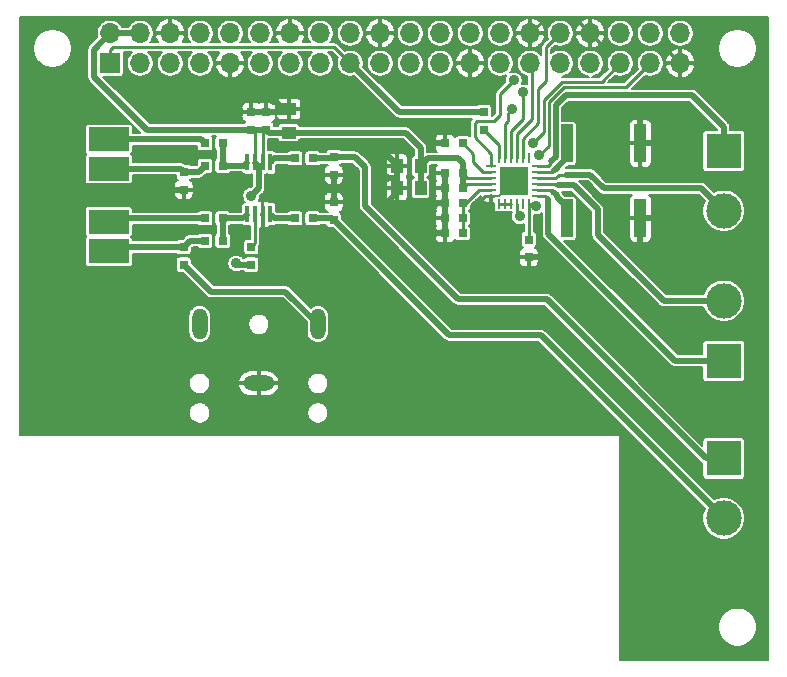
<source format=gtl>
G04 #@! TF.GenerationSoftware,KiCad,Pcbnew,(5.1.6)-1*
G04 #@! TF.CreationDate,2020-06-15T08:38:09-05:00*
G04 #@! TF.ProjectId,RPi_MotorAudio_Board,5250695f-4d6f-4746-9f72-417564696f5f,rev?*
G04 #@! TF.SameCoordinates,Original*
G04 #@! TF.FileFunction,Copper,L1,Top*
G04 #@! TF.FilePolarity,Positive*
%FSLAX46Y46*%
G04 Gerber Fmt 4.6, Leading zero omitted, Abs format (unit mm)*
G04 Created by KiCad (PCBNEW (5.1.6)-1) date 2020-06-15 08:38:09*
%MOMM*%
%LPD*%
G01*
G04 APERTURE LIST*
G04 #@! TA.AperFunction,ComponentPad*
%ADD10R,3.000000X3.000000*%
G04 #@! TD*
G04 #@! TA.AperFunction,ComponentPad*
%ADD11C,3.000000*%
G04 #@! TD*
G04 #@! TA.AperFunction,ComponentPad*
%ADD12O,1.308000X2.616000*%
G04 #@! TD*
G04 #@! TA.AperFunction,ComponentPad*
%ADD13O,2.616000X1.308000*%
G04 #@! TD*
G04 #@! TA.AperFunction,SMDPad,CuDef*
%ADD14R,2.450000X2.450000*%
G04 #@! TD*
G04 #@! TA.AperFunction,SMDPad,CuDef*
%ADD15R,0.270000X0.860000*%
G04 #@! TD*
G04 #@! TA.AperFunction,SMDPad,CuDef*
%ADD16R,0.860000X0.270000*%
G04 #@! TD*
G04 #@! TA.AperFunction,SMDPad,CuDef*
%ADD17R,0.450000X1.450000*%
G04 #@! TD*
G04 #@! TA.AperFunction,SMDPad,CuDef*
%ADD18R,1.000000X3.200000*%
G04 #@! TD*
G04 #@! TA.AperFunction,SMDPad,CuDef*
%ADD19R,0.750000X0.800000*%
G04 #@! TD*
G04 #@! TA.AperFunction,SMDPad,CuDef*
%ADD20R,0.800000X0.750000*%
G04 #@! TD*
G04 #@! TA.AperFunction,SMDPad,CuDef*
%ADD21R,3.500000X2.000000*%
G04 #@! TD*
G04 #@! TA.AperFunction,SMDPad,CuDef*
%ADD22R,1.000000X1.250000*%
G04 #@! TD*
G04 #@! TA.AperFunction,SMDPad,CuDef*
%ADD23R,1.250000X1.000000*%
G04 #@! TD*
G04 #@! TA.AperFunction,ComponentPad*
%ADD24R,1.700000X1.700000*%
G04 #@! TD*
G04 #@! TA.AperFunction,ComponentPad*
%ADD25O,1.700000X1.700000*%
G04 #@! TD*
G04 #@! TA.AperFunction,ViaPad*
%ADD26C,0.900000*%
G04 #@! TD*
G04 #@! TA.AperFunction,Conductor*
%ADD27C,0.508000*%
G04 #@! TD*
G04 #@! TA.AperFunction,Conductor*
%ADD28C,0.254000*%
G04 #@! TD*
G04 #@! TA.AperFunction,Conductor*
%ADD29C,0.127000*%
G04 #@! TD*
G04 #@! TA.AperFunction,Conductor*
%ADD30C,0.200000*%
G04 #@! TD*
G04 APERTURE END LIST*
D10*
X260325000Y-106185000D03*
D11*
X260325000Y-111265000D03*
D12*
X215955000Y-120870000D03*
X225955000Y-120870000D03*
D13*
X220955000Y-125870000D03*
D14*
X242545000Y-108725000D03*
D15*
X243795000Y-110660000D03*
X243295000Y-110660000D03*
X242795000Y-110660000D03*
X242295000Y-110660000D03*
X241795000Y-110660000D03*
X241295000Y-110660000D03*
D16*
X240610000Y-109975000D03*
X240610000Y-109475000D03*
X240610000Y-108975000D03*
X240610000Y-108475000D03*
X240610000Y-107975000D03*
X240610000Y-107475000D03*
D15*
X241295000Y-106790000D03*
X241795000Y-106790000D03*
X242295000Y-106790000D03*
X242795000Y-106790000D03*
X243295000Y-106790000D03*
X243795000Y-106790000D03*
D16*
X244480000Y-107475000D03*
X244480000Y-107975000D03*
X244480000Y-108475000D03*
X244480000Y-108975000D03*
X244480000Y-109475000D03*
X244480000Y-109975000D03*
D17*
X221930000Y-107160000D03*
X221280000Y-107160000D03*
X220630000Y-107160000D03*
X219980000Y-107160000D03*
X219980000Y-111560000D03*
X220630000Y-111560000D03*
X221280000Y-111560000D03*
X221930000Y-111560000D03*
D18*
X253265000Y-105550000D03*
X247065000Y-105550000D03*
X253265000Y-111900000D03*
X247065000Y-111900000D03*
D19*
X243815000Y-113690000D03*
X243815000Y-115190000D03*
X240005000Y-102895000D03*
X240005000Y-104395000D03*
X220320000Y-115825000D03*
X220320000Y-114325000D03*
D20*
X216395000Y-107455000D03*
X217895000Y-107455000D03*
X216395000Y-105550000D03*
X217895000Y-105550000D03*
X216395000Y-113805000D03*
X217895000Y-113805000D03*
X216395000Y-111900000D03*
X217895000Y-111900000D03*
D21*
X208255000Y-107709000D03*
X208255000Y-105185000D03*
X208255000Y-114694000D03*
X208255000Y-112170000D03*
D10*
X260325000Y-123965000D03*
D11*
X260325000Y-118885000D03*
D10*
X260325000Y-132220000D03*
D11*
X260325000Y-137300000D03*
D20*
X224015000Y-111900000D03*
X225515000Y-111900000D03*
X224015000Y-106820000D03*
X225515000Y-106820000D03*
X236715000Y-105550000D03*
X238215000Y-105550000D03*
X236715000Y-110630000D03*
X238215000Y-110630000D03*
D22*
X234655000Y-109360000D03*
X232655000Y-109360000D03*
D20*
X236715000Y-111900000D03*
X238215000Y-111900000D03*
D22*
X234655000Y-107455000D03*
X232655000Y-107455000D03*
D19*
X227305000Y-112015000D03*
X227305000Y-110515000D03*
X227305000Y-108205000D03*
X227305000Y-106705000D03*
D20*
X236715000Y-113170000D03*
X238215000Y-113170000D03*
X236715000Y-108090000D03*
X238215000Y-108090000D03*
X236715000Y-109360000D03*
X238215000Y-109360000D03*
D23*
X223495000Y-104645000D03*
X223495000Y-102645000D03*
D19*
X221590000Y-102895000D03*
X221590000Y-104395000D03*
X220320000Y-102895000D03*
X220320000Y-104395000D03*
X214605000Y-109475000D03*
X214605000Y-107975000D03*
X214605000Y-115825000D03*
X214605000Y-114325000D03*
D24*
X208370000Y-98770000D03*
D25*
X208370000Y-96230000D03*
X210910000Y-98770000D03*
X210910000Y-96230000D03*
X213450000Y-98770000D03*
X213450000Y-96230000D03*
X215990000Y-98770000D03*
X215990000Y-96230000D03*
X218530000Y-98770000D03*
X218530000Y-96230000D03*
X221070000Y-98770000D03*
X221070000Y-96230000D03*
X223610000Y-98770000D03*
X223610000Y-96230000D03*
X226150000Y-98770000D03*
X226150000Y-96230000D03*
X228690000Y-98770000D03*
X228690000Y-96230000D03*
X231230000Y-98770000D03*
X231230000Y-96230000D03*
X233770000Y-98770000D03*
X233770000Y-96230000D03*
X236310000Y-98770000D03*
X236310000Y-96230000D03*
X238850000Y-98770000D03*
X238850000Y-96230000D03*
X241390000Y-98770000D03*
X241390000Y-96230000D03*
X243930000Y-98770000D03*
X243930000Y-96230000D03*
X246470000Y-98770000D03*
X246470000Y-96230000D03*
X249010000Y-98770000D03*
X249010000Y-96230000D03*
X251550000Y-98770000D03*
X251550000Y-96230000D03*
X254090000Y-98770000D03*
X254090000Y-96230000D03*
X256630000Y-98770000D03*
X256630000Y-96230000D03*
D26*
X219050000Y-115710000D03*
X220320000Y-109995000D03*
X227305000Y-109360000D03*
X213335000Y-109487000D03*
X222225000Y-101867000D03*
X231623000Y-108471000D03*
X239624000Y-110630000D03*
X235687000Y-110757000D03*
X235687000Y-113170000D03*
X231496000Y-106185000D03*
X235560000Y-105423000D03*
X231750000Y-110630000D03*
X245085000Y-115202000D03*
X253340000Y-114440000D03*
X254737000Y-111773000D03*
X254610000Y-105550000D03*
X253086000Y-103010000D03*
X221717000Y-113170000D03*
X218415000Y-100851000D03*
X254864000Y-103645000D03*
X254610000Y-110376000D03*
X254737000Y-113678000D03*
X254864000Y-107455000D03*
X235433000Y-111900000D03*
X243307000Y-101232000D03*
X242418000Y-102629000D03*
X243037164Y-111728290D03*
X244154570Y-105508570D03*
X242545000Y-100216000D03*
X244450000Y-110884000D03*
X244704000Y-106566000D03*
D27*
X228690000Y-98770000D02*
X232815000Y-102895000D01*
D28*
X208628999Y-97407001D02*
X227327001Y-97407001D01*
X227327001Y-97407001D02*
X228690000Y-98770000D01*
X208370000Y-97666000D02*
X208628999Y-97407001D01*
X208370000Y-98770000D02*
X208370000Y-97666000D01*
D27*
X232815000Y-102895000D02*
X240005000Y-102895000D01*
D28*
X221280000Y-104705000D02*
X221590000Y-104395000D01*
X221280000Y-107160000D02*
X221280000Y-104705000D01*
X220630000Y-104705000D02*
X220320000Y-104395000D01*
X220630000Y-107160000D02*
X220630000Y-104705000D01*
D27*
X238215000Y-108090000D02*
X238215000Y-109360000D01*
X234655000Y-109360000D02*
X234655000Y-107455000D01*
X237846000Y-106820000D02*
X238215000Y-107189000D01*
X238215000Y-107189000D02*
X238215000Y-108090000D01*
X234655000Y-107455000D02*
X235290000Y-106820000D01*
X235290000Y-106820000D02*
X237846000Y-106820000D01*
D28*
X238600000Y-108975000D02*
X238215000Y-109360000D01*
X240610000Y-108975000D02*
X238600000Y-108975000D01*
X238600000Y-108475000D02*
X238215000Y-108090000D01*
X240610000Y-108475000D02*
X238600000Y-108475000D01*
D27*
X208370000Y-96230000D02*
X210910000Y-96230000D01*
X211477798Y-104395000D02*
X220320000Y-104395000D01*
X206985000Y-99902202D02*
X211477798Y-104395000D01*
X208370000Y-96230000D02*
X206985000Y-97615000D01*
X206985000Y-97615000D02*
X206985000Y-99902202D01*
X223495000Y-104645000D02*
X233385000Y-104645000D01*
X234655000Y-105915000D02*
X234655000Y-107455000D01*
X233385000Y-104645000D02*
X234655000Y-105915000D01*
X220320000Y-115825000D02*
X219165000Y-115825000D01*
X219165000Y-115825000D02*
X219050000Y-115710000D01*
X220320000Y-109995000D02*
X220955000Y-109360000D01*
X220955000Y-107485000D02*
X220659008Y-107189008D01*
X220955000Y-109360000D02*
X220955000Y-107485000D01*
X221840000Y-104645000D02*
X221590000Y-104395000D01*
X223495000Y-104645000D02*
X221840000Y-104645000D01*
X221590000Y-104395000D02*
X220320000Y-104395000D01*
X227305000Y-108205000D02*
X227305000Y-109106000D01*
X227305000Y-109106000D02*
X227305000Y-110515000D01*
X214605000Y-109475000D02*
X213347000Y-109475000D01*
X213347000Y-109475000D02*
X213335000Y-109487000D01*
X220320000Y-102895000D02*
X221590000Y-102895000D01*
X223245000Y-102895000D02*
X223495000Y-102645000D01*
X221590000Y-102895000D02*
X223245000Y-102895000D01*
X223495000Y-102645000D02*
X223003000Y-102645000D01*
X223003000Y-102645000D02*
X222225000Y-101867000D01*
X231639000Y-108487000D02*
X231623000Y-108471000D01*
X232655000Y-108487000D02*
X231639000Y-108487000D01*
X232655000Y-107455000D02*
X232655000Y-108487000D01*
X232655000Y-108487000D02*
X232655000Y-109360000D01*
D28*
X240610000Y-109975000D02*
X240152000Y-109975000D01*
X240152000Y-109975000D02*
X239624000Y-110503000D01*
X239624000Y-110503000D02*
X239624000Y-110630000D01*
D27*
X236715000Y-108090000D02*
X236715000Y-109360000D01*
X236715000Y-110630000D02*
X236715000Y-109360000D01*
X236715000Y-111900000D02*
X236715000Y-110630000D01*
X236715000Y-113170000D02*
X236715000Y-111900000D01*
X236715000Y-110630000D02*
X235814000Y-110630000D01*
X235814000Y-110630000D02*
X235687000Y-110757000D01*
X236715000Y-113170000D02*
X235687000Y-113170000D01*
X232655000Y-108487000D02*
X232655000Y-107344000D01*
X232655000Y-107344000D02*
X231496000Y-106185000D01*
X236715000Y-105550000D02*
X235687000Y-105550000D01*
X235687000Y-105550000D02*
X235560000Y-105423000D01*
X232655000Y-109360000D02*
X232655000Y-109725000D01*
X232655000Y-109725000D02*
X231750000Y-110630000D01*
X243815000Y-115190000D02*
X245073000Y-115190000D01*
X245073000Y-115190000D02*
X245085000Y-115202000D01*
X253265000Y-111900000D02*
X253265000Y-114365000D01*
X253265000Y-114365000D02*
X253340000Y-114440000D01*
X253265000Y-111900000D02*
X254610000Y-111900000D01*
X254610000Y-111900000D02*
X254737000Y-111773000D01*
X253265000Y-105550000D02*
X254610000Y-105550000D01*
X253265000Y-105550000D02*
X253265000Y-103189000D01*
X253265000Y-103189000D02*
X253086000Y-103010000D01*
D28*
X221280000Y-111560000D02*
X221280000Y-112733000D01*
X221280000Y-112733000D02*
X221717000Y-113170000D01*
X240610000Y-109975000D02*
X240832999Y-109975000D01*
D29*
X242545000Y-108725000D02*
X241396499Y-109873501D01*
X241303501Y-109966499D02*
X242545000Y-108725000D01*
X240618501Y-109966499D02*
X241303501Y-109966499D01*
X240610000Y-109975000D02*
X240618501Y-109966499D01*
D28*
X218530000Y-98770000D02*
X218530000Y-100736000D01*
X218530000Y-100736000D02*
X218415000Y-100851000D01*
X243930000Y-96230000D02*
X245151000Y-95009000D01*
X247789000Y-95009000D02*
X249010000Y-96230000D01*
X245151000Y-95009000D02*
X247789000Y-95009000D01*
X255267001Y-97407001D02*
X256630000Y-98770000D01*
X250187001Y-97407001D02*
X255267001Y-97407001D01*
X249010000Y-96230000D02*
X250187001Y-97407001D01*
X253086000Y-103010000D02*
X254229000Y-103010000D01*
X254229000Y-103010000D02*
X254864000Y-103645000D01*
X254737000Y-111773000D02*
X254737000Y-110503000D01*
X254737000Y-110503000D02*
X254610000Y-110376000D01*
X254737000Y-111773000D02*
X254737000Y-113678000D01*
X254610000Y-105550000D02*
X254610000Y-107201000D01*
X254610000Y-107201000D02*
X254864000Y-107455000D01*
X236715000Y-111900000D02*
X235433000Y-111900000D01*
D27*
X214605000Y-115825000D02*
X216903000Y-118123000D01*
X223208000Y-118123000D02*
X225955000Y-120870000D01*
X216903000Y-118123000D02*
X223208000Y-118123000D01*
X208624000Y-114325000D02*
X208255000Y-114694000D01*
X214605000Y-114325000D02*
X208624000Y-114325000D01*
X215125000Y-113805000D02*
X214605000Y-114325000D01*
X216395000Y-113805000D02*
X215125000Y-113805000D01*
X214339000Y-107709000D02*
X214605000Y-107975000D01*
X208255000Y-107709000D02*
X214339000Y-107709000D01*
X215875000Y-107975000D02*
X216395000Y-107455000D01*
X214605000Y-107975000D02*
X215875000Y-107975000D01*
D28*
X238215000Y-110630000D02*
X238481000Y-110630000D01*
X239636000Y-109475000D02*
X240610000Y-109475000D01*
X238481000Y-110630000D02*
X239636000Y-109475000D01*
X238215000Y-110630000D02*
X238215000Y-111900000D01*
X238215000Y-111900000D02*
X238215000Y-113170000D01*
D27*
X227190000Y-106820000D02*
X227305000Y-106705000D01*
X225515000Y-106820000D02*
X227190000Y-106820000D01*
X227305000Y-106705000D02*
X229095000Y-106705000D01*
X229095000Y-106705000D02*
X229972000Y-107582000D01*
X229972000Y-107582000D02*
X229972000Y-110884000D01*
X229972000Y-110884000D02*
X237846000Y-118758000D01*
X237846000Y-118758000D02*
X245339000Y-118758000D01*
X258801000Y-132220000D02*
X260325000Y-132220000D01*
X245339000Y-118758000D02*
X258801000Y-132220000D01*
X227190000Y-111900000D02*
X227305000Y-112015000D01*
X225515000Y-111900000D02*
X227190000Y-111900000D01*
X260325000Y-137300000D02*
X244831000Y-121806000D01*
X244831000Y-121806000D02*
X237084000Y-121806000D01*
X227305000Y-112027000D02*
X227305000Y-112015000D01*
X237084000Y-121806000D02*
X227305000Y-112027000D01*
D28*
X239926000Y-107975000D02*
X239116000Y-107165000D01*
X240610000Y-107975000D02*
X239926000Y-107975000D01*
X239116000Y-106451000D02*
X238215000Y-105550000D01*
X239116000Y-107165000D02*
X239116000Y-106451000D01*
D27*
X222270000Y-106820000D02*
X221959001Y-107130999D01*
X224015000Y-106820000D02*
X222270000Y-106820000D01*
X222270000Y-111900000D02*
X221959001Y-111589001D01*
X224015000Y-111900000D02*
X222270000Y-111900000D01*
D28*
X244480000Y-109975000D02*
X245192000Y-109975000D01*
X245192000Y-109975000D02*
X245466000Y-110249000D01*
D27*
X256212798Y-123965000D02*
X260325000Y-123965000D01*
X245466000Y-113218202D02*
X256212798Y-123965000D01*
X245466000Y-110249000D02*
X245466000Y-113218202D01*
D28*
X244480000Y-108975000D02*
X245970000Y-108975000D01*
X245970000Y-108975000D02*
X246101000Y-109106000D01*
D27*
X260325000Y-118885000D02*
X255245000Y-118885000D01*
X255245000Y-118885000D02*
X249657000Y-113297000D01*
X249657000Y-113297000D02*
X249657000Y-111138000D01*
X246325553Y-109106000D02*
X246275563Y-109056010D01*
X249657000Y-111138000D02*
X247625000Y-109106000D01*
X247625000Y-109106000D02*
X246325553Y-109106000D01*
D28*
X244480000Y-107475000D02*
X245446000Y-107475000D01*
X245446000Y-107475000D02*
X245720000Y-107201000D01*
D27*
X257634000Y-101486000D02*
X246929740Y-101486000D01*
X260325000Y-104177000D02*
X257634000Y-101486000D01*
X260325000Y-106185000D02*
X260325000Y-104177000D01*
X246929740Y-101486000D02*
X246111000Y-102304740D01*
X246111000Y-106663981D02*
X245720000Y-107054981D01*
X246111000Y-102304740D02*
X246111000Y-106663981D01*
D28*
X244480000Y-108475000D02*
X246097000Y-108475000D01*
X246097000Y-108475000D02*
X246228000Y-108344000D01*
D27*
X260325000Y-111265000D02*
X258420000Y-109360000D01*
X258420000Y-109360000D02*
X250165000Y-109360000D01*
X250165000Y-109360000D02*
X249022000Y-108217000D01*
X249022000Y-108217000D02*
X246990000Y-108217000D01*
D28*
X246227999Y-108344001D02*
X246097000Y-108475000D01*
X246287671Y-108344001D02*
X246227999Y-108344001D01*
X246414672Y-108217000D02*
X246287671Y-108344001D01*
X246990000Y-108217000D02*
X246414672Y-108217000D01*
D27*
X208525000Y-111900000D02*
X208255000Y-112170000D01*
X216395000Y-111900000D02*
X208525000Y-111900000D01*
X216030000Y-105185000D02*
X216395000Y-105550000D01*
X208255000Y-105185000D02*
X216030000Y-105185000D01*
D28*
X242795000Y-104792000D02*
X244084002Y-103502998D01*
X244084002Y-103502998D02*
X244084002Y-98924002D01*
X244084002Y-98924002D02*
X243930000Y-98770000D01*
X242795000Y-106790000D02*
X242795000Y-104792000D01*
X242295000Y-106790000D02*
X242295000Y-104530000D01*
X242295000Y-104530000D02*
X242672000Y-104153000D01*
X243307000Y-103518000D02*
X243307000Y-101232000D01*
X242672000Y-104153000D02*
X243307000Y-103518000D01*
X245292999Y-97407001D02*
X246470000Y-96230000D01*
X243295000Y-105181000D02*
X244621967Y-103854033D01*
X243295000Y-106790000D02*
X243295000Y-105181000D01*
X244621967Y-100933033D02*
X245292999Y-100262001D01*
X244621967Y-103854033D02*
X244621967Y-100933033D01*
X245292999Y-100262001D02*
X245292999Y-97407001D01*
X241795000Y-106790000D02*
X241795000Y-103887000D01*
X241795000Y-103887000D02*
X242037000Y-103645000D01*
X242037000Y-103645000D02*
X242037000Y-103010000D01*
X242037000Y-103010000D02*
X242418000Y-102629000D01*
X242795000Y-110660000D02*
X242795000Y-111486126D01*
X242795000Y-111486126D02*
X243037164Y-111728290D01*
X249977000Y-100343000D02*
X251550000Y-98770000D01*
X244154570Y-105508570D02*
X245075978Y-104587162D01*
X245075978Y-104587162D02*
X245075978Y-101876022D01*
X246609000Y-100343000D02*
X249977000Y-100343000D01*
X245075978Y-101876022D02*
X246609000Y-100343000D01*
X240610000Y-107475000D02*
X240610000Y-106409000D01*
X240610000Y-106409000D02*
X239243000Y-105042000D01*
X239243000Y-103793398D02*
X239391398Y-103645000D01*
X239243000Y-105042000D02*
X239243000Y-103793398D01*
X239391398Y-103645000D02*
X240894000Y-103645000D01*
X240894000Y-103645000D02*
X241402000Y-103137000D01*
X241402000Y-103137000D02*
X241402000Y-101359000D01*
X241402000Y-101359000D02*
X242545000Y-100216000D01*
X243815000Y-110680000D02*
X243795000Y-110660000D01*
X243815000Y-113690000D02*
X243815000Y-110680000D01*
X243795000Y-110660000D02*
X244226000Y-110660000D01*
X244226000Y-110660000D02*
X244450000Y-110884000D01*
X245529989Y-102064079D02*
X246797057Y-100797011D01*
X244704000Y-106566000D02*
X245529989Y-105740011D01*
X252062989Y-100797011D02*
X254090000Y-98770000D01*
X245529989Y-105740011D02*
X245529989Y-102064079D01*
X246797057Y-100797011D02*
X252062989Y-100797011D01*
D27*
X219640000Y-111900000D02*
X219950999Y-111589001D01*
X217895000Y-111900000D02*
X219640000Y-111900000D01*
X217895000Y-111900000D02*
X217895000Y-113805000D01*
X217895000Y-105550000D02*
X217895000Y-107455000D01*
X219685000Y-107455000D02*
X219950999Y-107189001D01*
X217895000Y-107455000D02*
X219685000Y-107455000D01*
D28*
X220630000Y-114015000D02*
X220630000Y-111560000D01*
X220320000Y-114325000D02*
X220630000Y-114015000D01*
X241275000Y-106770000D02*
X241295000Y-106790000D01*
X241295000Y-105685000D02*
X240005000Y-104395000D01*
X241295000Y-106790000D02*
X241295000Y-105685000D01*
X240005000Y-104395000D02*
X240265000Y-104655000D01*
X244480000Y-109475000D02*
X245581000Y-109475000D01*
X245581000Y-109475000D02*
X245720000Y-109614000D01*
D27*
X246174010Y-109955733D02*
X245905286Y-109687009D01*
X247065000Y-111900000D02*
X247065000Y-110959000D01*
X246174010Y-110068010D02*
X246174010Y-109955733D01*
X247065000Y-110959000D02*
X246174010Y-110068010D01*
D28*
X244480000Y-107975000D02*
X245835000Y-107975000D01*
X245835000Y-107975000D02*
X245974000Y-107836000D01*
D27*
X245987337Y-107762991D02*
X245944164Y-107806164D01*
X246047009Y-107762991D02*
X245987337Y-107762991D01*
X247065000Y-105550000D02*
X247065000Y-106745000D01*
X247065000Y-106745000D02*
X246047009Y-107762991D01*
D28*
X242295000Y-110660000D02*
X241795000Y-110660000D01*
X241795000Y-110660000D02*
X241295000Y-110660000D01*
D30*
G36*
X264035000Y-149265000D02*
G01*
X251535000Y-149265000D01*
X251535000Y-146337489D01*
X259850000Y-146337489D01*
X259850000Y-146662511D01*
X259913408Y-146981287D01*
X260037789Y-147281568D01*
X260218361Y-147551814D01*
X260448186Y-147781639D01*
X260718432Y-147962211D01*
X261018713Y-148086592D01*
X261337489Y-148150000D01*
X261662511Y-148150000D01*
X261981287Y-148086592D01*
X262281568Y-147962211D01*
X262551814Y-147781639D01*
X262781639Y-147551814D01*
X262962211Y-147281568D01*
X263086592Y-146981287D01*
X263150000Y-146662511D01*
X263150000Y-146337489D01*
X263086592Y-146018713D01*
X262962211Y-145718432D01*
X262781639Y-145448186D01*
X262551814Y-145218361D01*
X262281568Y-145037789D01*
X261981287Y-144913408D01*
X261662511Y-144850000D01*
X261337489Y-144850000D01*
X261018713Y-144913408D01*
X260718432Y-145037789D01*
X260448186Y-145218361D01*
X260218361Y-145448186D01*
X260037789Y-145718432D01*
X259913408Y-146018713D01*
X259850000Y-146337489D01*
X251535000Y-146337489D01*
X251535000Y-130315000D01*
X251533079Y-130295491D01*
X251527388Y-130276732D01*
X251518147Y-130259443D01*
X251505711Y-130244289D01*
X251490557Y-130231853D01*
X251473268Y-130222612D01*
X251454509Y-130216921D01*
X251435000Y-130215000D01*
X200735000Y-130215000D01*
X200735000Y-128281358D01*
X215055000Y-128281358D01*
X215055000Y-128458642D01*
X215089586Y-128632520D01*
X215157430Y-128796310D01*
X215255924Y-128943717D01*
X215381283Y-129069076D01*
X215528690Y-129167570D01*
X215692480Y-129235414D01*
X215866358Y-129270000D01*
X216043642Y-129270000D01*
X216217520Y-129235414D01*
X216381310Y-129167570D01*
X216528717Y-129069076D01*
X216654076Y-128943717D01*
X216752570Y-128796310D01*
X216820414Y-128632520D01*
X216855000Y-128458642D01*
X216855000Y-128281358D01*
X225055000Y-128281358D01*
X225055000Y-128458642D01*
X225089586Y-128632520D01*
X225157430Y-128796310D01*
X225255924Y-128943717D01*
X225381283Y-129069076D01*
X225528690Y-129167570D01*
X225692480Y-129235414D01*
X225866358Y-129270000D01*
X226043642Y-129270000D01*
X226217520Y-129235414D01*
X226381310Y-129167570D01*
X226528717Y-129069076D01*
X226654076Y-128943717D01*
X226752570Y-128796310D01*
X226820414Y-128632520D01*
X226855000Y-128458642D01*
X226855000Y-128281358D01*
X226820414Y-128107480D01*
X226752570Y-127943690D01*
X226654076Y-127796283D01*
X226528717Y-127670924D01*
X226381310Y-127572430D01*
X226217520Y-127504586D01*
X226043642Y-127470000D01*
X225866358Y-127470000D01*
X225692480Y-127504586D01*
X225528690Y-127572430D01*
X225381283Y-127670924D01*
X225255924Y-127796283D01*
X225157430Y-127943690D01*
X225089586Y-128107480D01*
X225055000Y-128281358D01*
X216855000Y-128281358D01*
X216820414Y-128107480D01*
X216752570Y-127943690D01*
X216654076Y-127796283D01*
X216528717Y-127670924D01*
X216381310Y-127572430D01*
X216217520Y-127504586D01*
X216043642Y-127470000D01*
X215866358Y-127470000D01*
X215692480Y-127504586D01*
X215528690Y-127572430D01*
X215381283Y-127670924D01*
X215255924Y-127796283D01*
X215157430Y-127943690D01*
X215089586Y-128107480D01*
X215055000Y-128281358D01*
X200735000Y-128281358D01*
X200735000Y-125781358D01*
X215055000Y-125781358D01*
X215055000Y-125958642D01*
X215089586Y-126132520D01*
X215157430Y-126296310D01*
X215255924Y-126443717D01*
X215381283Y-126569076D01*
X215528690Y-126667570D01*
X215692480Y-126735414D01*
X215866358Y-126770000D01*
X216043642Y-126770000D01*
X216217520Y-126735414D01*
X216381310Y-126667570D01*
X216528717Y-126569076D01*
X216654076Y-126443717D01*
X216752570Y-126296310D01*
X216820414Y-126132520D01*
X216823624Y-126116381D01*
X219224844Y-126116381D01*
X219252336Y-126223190D01*
X219341390Y-126420988D01*
X219467321Y-126597612D01*
X219625290Y-126746274D01*
X219809226Y-126861261D01*
X220012061Y-126938155D01*
X220226000Y-126974000D01*
X220880000Y-126974000D01*
X220880000Y-125945000D01*
X221030000Y-125945000D01*
X221030000Y-126974000D01*
X221684000Y-126974000D01*
X221897939Y-126938155D01*
X222100774Y-126861261D01*
X222284710Y-126746274D01*
X222442679Y-126597612D01*
X222568610Y-126420988D01*
X222657664Y-126223190D01*
X222685156Y-126116381D01*
X222597659Y-125945000D01*
X221030000Y-125945000D01*
X220880000Y-125945000D01*
X219312341Y-125945000D01*
X219224844Y-126116381D01*
X216823624Y-126116381D01*
X216855000Y-125958642D01*
X216855000Y-125781358D01*
X216823625Y-125623619D01*
X219224844Y-125623619D01*
X219312341Y-125795000D01*
X220880000Y-125795000D01*
X220880000Y-124766000D01*
X221030000Y-124766000D01*
X221030000Y-125795000D01*
X222597659Y-125795000D01*
X222604623Y-125781358D01*
X225055000Y-125781358D01*
X225055000Y-125958642D01*
X225089586Y-126132520D01*
X225157430Y-126296310D01*
X225255924Y-126443717D01*
X225381283Y-126569076D01*
X225528690Y-126667570D01*
X225692480Y-126735414D01*
X225866358Y-126770000D01*
X226043642Y-126770000D01*
X226217520Y-126735414D01*
X226381310Y-126667570D01*
X226528717Y-126569076D01*
X226654076Y-126443717D01*
X226752570Y-126296310D01*
X226820414Y-126132520D01*
X226855000Y-125958642D01*
X226855000Y-125781358D01*
X226820414Y-125607480D01*
X226752570Y-125443690D01*
X226654076Y-125296283D01*
X226528717Y-125170924D01*
X226381310Y-125072430D01*
X226217520Y-125004586D01*
X226043642Y-124970000D01*
X225866358Y-124970000D01*
X225692480Y-125004586D01*
X225528690Y-125072430D01*
X225381283Y-125170924D01*
X225255924Y-125296283D01*
X225157430Y-125443690D01*
X225089586Y-125607480D01*
X225055000Y-125781358D01*
X222604623Y-125781358D01*
X222685156Y-125623619D01*
X222657664Y-125516810D01*
X222568610Y-125319012D01*
X222442679Y-125142388D01*
X222284710Y-124993726D01*
X222100774Y-124878739D01*
X221897939Y-124801845D01*
X221684000Y-124766000D01*
X221030000Y-124766000D01*
X220880000Y-124766000D01*
X220226000Y-124766000D01*
X220012061Y-124801845D01*
X219809226Y-124878739D01*
X219625290Y-124993726D01*
X219467321Y-125142388D01*
X219341390Y-125319012D01*
X219252336Y-125516810D01*
X219224844Y-125623619D01*
X216823625Y-125623619D01*
X216820414Y-125607480D01*
X216752570Y-125443690D01*
X216654076Y-125296283D01*
X216528717Y-125170924D01*
X216381310Y-125072430D01*
X216217520Y-125004586D01*
X216043642Y-124970000D01*
X215866358Y-124970000D01*
X215692480Y-125004586D01*
X215528690Y-125072430D01*
X215381283Y-125170924D01*
X215255924Y-125296283D01*
X215157430Y-125443690D01*
X215089586Y-125607480D01*
X215055000Y-125781358D01*
X200735000Y-125781358D01*
X200735000Y-120169145D01*
X215001000Y-120169145D01*
X215001001Y-121570856D01*
X215014806Y-121711017D01*
X215069356Y-121890846D01*
X215157942Y-122056578D01*
X215277158Y-122201843D01*
X215422423Y-122321059D01*
X215588155Y-122409645D01*
X215767984Y-122464195D01*
X215955000Y-122482615D01*
X216142017Y-122464195D01*
X216321846Y-122409645D01*
X216487578Y-122321059D01*
X216632843Y-122201843D01*
X216752059Y-122056578D01*
X216840645Y-121890846D01*
X216895195Y-121711017D01*
X216909000Y-121570856D01*
X216909000Y-120781358D01*
X220055000Y-120781358D01*
X220055000Y-120958642D01*
X220089586Y-121132520D01*
X220157430Y-121296310D01*
X220255924Y-121443717D01*
X220381283Y-121569076D01*
X220528690Y-121667570D01*
X220692480Y-121735414D01*
X220866358Y-121770000D01*
X221043642Y-121770000D01*
X221217520Y-121735414D01*
X221381310Y-121667570D01*
X221528717Y-121569076D01*
X221654076Y-121443717D01*
X221752570Y-121296310D01*
X221820414Y-121132520D01*
X221855000Y-120958642D01*
X221855000Y-120781358D01*
X221820414Y-120607480D01*
X221752570Y-120443690D01*
X221654076Y-120296283D01*
X221528717Y-120170924D01*
X221381310Y-120072430D01*
X221217520Y-120004586D01*
X221043642Y-119970000D01*
X220866358Y-119970000D01*
X220692480Y-120004586D01*
X220528690Y-120072430D01*
X220381283Y-120170924D01*
X220255924Y-120296283D01*
X220157430Y-120443690D01*
X220089586Y-120607480D01*
X220055000Y-120781358D01*
X216909000Y-120781358D01*
X216909000Y-120169144D01*
X216895195Y-120028983D01*
X216840645Y-119849154D01*
X216752059Y-119683422D01*
X216632843Y-119538157D01*
X216487578Y-119418941D01*
X216321845Y-119330355D01*
X216142016Y-119275805D01*
X215955000Y-119257385D01*
X215767983Y-119275805D01*
X215588154Y-119330355D01*
X215422422Y-119418941D01*
X215277157Y-119538157D01*
X215157941Y-119683422D01*
X215069355Y-119849155D01*
X215014805Y-120028984D01*
X215001000Y-120169145D01*
X200735000Y-120169145D01*
X200735000Y-111170000D01*
X206203549Y-111170000D01*
X206203549Y-113170000D01*
X206209341Y-113228810D01*
X206226496Y-113285360D01*
X206254353Y-113337477D01*
X206291842Y-113383158D01*
X206337523Y-113420647D01*
X206358763Y-113432000D01*
X206337523Y-113443353D01*
X206291842Y-113480842D01*
X206254353Y-113526523D01*
X206226496Y-113578640D01*
X206209341Y-113635190D01*
X206203549Y-113694000D01*
X206203549Y-115694000D01*
X206209341Y-115752810D01*
X206226496Y-115809360D01*
X206254353Y-115861477D01*
X206291842Y-115907158D01*
X206337523Y-115944647D01*
X206389640Y-115972504D01*
X206446190Y-115989659D01*
X206505000Y-115995451D01*
X210005000Y-115995451D01*
X210063810Y-115989659D01*
X210120360Y-115972504D01*
X210172477Y-115944647D01*
X210218158Y-115907158D01*
X210255647Y-115861477D01*
X210283504Y-115809360D01*
X210300659Y-115752810D01*
X210306451Y-115694000D01*
X210306451Y-115425000D01*
X213928549Y-115425000D01*
X213928549Y-116225000D01*
X213934341Y-116283810D01*
X213951496Y-116340360D01*
X213979353Y-116392477D01*
X214016842Y-116438158D01*
X214062523Y-116475647D01*
X214114640Y-116503504D01*
X214171190Y-116520659D01*
X214230000Y-116526451D01*
X214522978Y-116526451D01*
X216492026Y-118495501D01*
X216509368Y-118516632D01*
X216530499Y-118533974D01*
X216530504Y-118533979D01*
X216593725Y-118585863D01*
X216689967Y-118637305D01*
X216794397Y-118668984D01*
X216875788Y-118677000D01*
X216875796Y-118677000D01*
X216903000Y-118679679D01*
X216930204Y-118677000D01*
X222978527Y-118677000D01*
X225001000Y-120699475D01*
X225001001Y-121570856D01*
X225014806Y-121711017D01*
X225069356Y-121890846D01*
X225157942Y-122056578D01*
X225277158Y-122201843D01*
X225422423Y-122321059D01*
X225588155Y-122409645D01*
X225767984Y-122464195D01*
X225955000Y-122482615D01*
X226142017Y-122464195D01*
X226321846Y-122409645D01*
X226487578Y-122321059D01*
X226632843Y-122201843D01*
X226752059Y-122056578D01*
X226840645Y-121890846D01*
X226895195Y-121711017D01*
X226909000Y-121570856D01*
X226909000Y-120169144D01*
X226895195Y-120028983D01*
X226840645Y-119849154D01*
X226752059Y-119683422D01*
X226632843Y-119538157D01*
X226487578Y-119418941D01*
X226321845Y-119330355D01*
X226142016Y-119275805D01*
X225955000Y-119257385D01*
X225767983Y-119275805D01*
X225588154Y-119330355D01*
X225422422Y-119418941D01*
X225348270Y-119479796D01*
X223618983Y-117750510D01*
X223601632Y-117729368D01*
X223517275Y-117660137D01*
X223421032Y-117608695D01*
X223316603Y-117577016D01*
X223235212Y-117569000D01*
X223235204Y-117569000D01*
X223208000Y-117566321D01*
X223180796Y-117569000D01*
X217132475Y-117569000D01*
X215281451Y-115717978D01*
X215281451Y-115636131D01*
X218300000Y-115636131D01*
X218300000Y-115783869D01*
X218328822Y-115928767D01*
X218385359Y-116065258D01*
X218467437Y-116188097D01*
X218571903Y-116292563D01*
X218694742Y-116374641D01*
X218831233Y-116431178D01*
X218976131Y-116460000D01*
X219123869Y-116460000D01*
X219268767Y-116431178D01*
X219394735Y-116379000D01*
X219687149Y-116379000D01*
X219694353Y-116392477D01*
X219731842Y-116438158D01*
X219777523Y-116475647D01*
X219829640Y-116503504D01*
X219886190Y-116520659D01*
X219945000Y-116526451D01*
X220695000Y-116526451D01*
X220753810Y-116520659D01*
X220810360Y-116503504D01*
X220862477Y-116475647D01*
X220908158Y-116438158D01*
X220945647Y-116392477D01*
X220973504Y-116340360D01*
X220990659Y-116283810D01*
X220996451Y-116225000D01*
X220996451Y-115425000D01*
X220990659Y-115366190D01*
X220973504Y-115309640D01*
X220945647Y-115257523D01*
X220908158Y-115211842D01*
X220862477Y-115174353D01*
X220810360Y-115146496D01*
X220753810Y-115129341D01*
X220695000Y-115123549D01*
X219945000Y-115123549D01*
X219886190Y-115129341D01*
X219829640Y-115146496D01*
X219777523Y-115174353D01*
X219731842Y-115211842D01*
X219694353Y-115257523D01*
X219687149Y-115271000D01*
X219658687Y-115271000D01*
X219632563Y-115231903D01*
X219528097Y-115127437D01*
X219405258Y-115045359D01*
X219268767Y-114988822D01*
X219123869Y-114960000D01*
X218976131Y-114960000D01*
X218831233Y-114988822D01*
X218694742Y-115045359D01*
X218571903Y-115127437D01*
X218467437Y-115231903D01*
X218385359Y-115354742D01*
X218328822Y-115491233D01*
X218300000Y-115636131D01*
X215281451Y-115636131D01*
X215281451Y-115425000D01*
X215275659Y-115366190D01*
X215258504Y-115309640D01*
X215230647Y-115257523D01*
X215193158Y-115211842D01*
X215147477Y-115174353D01*
X215095360Y-115146496D01*
X215038810Y-115129341D01*
X214980000Y-115123549D01*
X214230000Y-115123549D01*
X214171190Y-115129341D01*
X214114640Y-115146496D01*
X214062523Y-115174353D01*
X214016842Y-115211842D01*
X213979353Y-115257523D01*
X213951496Y-115309640D01*
X213934341Y-115366190D01*
X213928549Y-115425000D01*
X210306451Y-115425000D01*
X210306451Y-114879000D01*
X213972149Y-114879000D01*
X213979353Y-114892477D01*
X214016842Y-114938158D01*
X214062523Y-114975647D01*
X214114640Y-115003504D01*
X214171190Y-115020659D01*
X214230000Y-115026451D01*
X214980000Y-115026451D01*
X215038810Y-115020659D01*
X215095360Y-115003504D01*
X215147477Y-114975647D01*
X215193158Y-114938158D01*
X215230647Y-114892477D01*
X215258504Y-114840360D01*
X215275659Y-114783810D01*
X215281451Y-114725000D01*
X215281451Y-114432023D01*
X215354474Y-114359000D01*
X215753810Y-114359000D01*
X215781842Y-114393158D01*
X215827523Y-114430647D01*
X215879640Y-114458504D01*
X215936190Y-114475659D01*
X215995000Y-114481451D01*
X216795000Y-114481451D01*
X216853810Y-114475659D01*
X216910360Y-114458504D01*
X216962477Y-114430647D01*
X217008158Y-114393158D01*
X217045647Y-114347477D01*
X217073504Y-114295360D01*
X217090659Y-114238810D01*
X217096451Y-114180000D01*
X217096451Y-113430000D01*
X217090659Y-113371190D01*
X217073504Y-113314640D01*
X217045647Y-113262523D01*
X217008158Y-113216842D01*
X216962477Y-113179353D01*
X216910360Y-113151496D01*
X216853810Y-113134341D01*
X216795000Y-113128549D01*
X215995000Y-113128549D01*
X215936190Y-113134341D01*
X215879640Y-113151496D01*
X215827523Y-113179353D01*
X215781842Y-113216842D01*
X215753810Y-113251000D01*
X215152201Y-113251000D01*
X215124999Y-113248321D01*
X215097797Y-113251000D01*
X215097788Y-113251000D01*
X215016397Y-113259016D01*
X214911968Y-113290695D01*
X214815725Y-113342137D01*
X214731368Y-113411368D01*
X214714021Y-113432505D01*
X214522977Y-113623549D01*
X214230000Y-113623549D01*
X214171190Y-113629341D01*
X214114640Y-113646496D01*
X214062523Y-113674353D01*
X214016842Y-113711842D01*
X213979353Y-113757523D01*
X213972149Y-113771000D01*
X210306451Y-113771000D01*
X210306451Y-113694000D01*
X210300659Y-113635190D01*
X210283504Y-113578640D01*
X210255647Y-113526523D01*
X210218158Y-113480842D01*
X210172477Y-113443353D01*
X210151237Y-113432000D01*
X210172477Y-113420647D01*
X210218158Y-113383158D01*
X210255647Y-113337477D01*
X210283504Y-113285360D01*
X210300659Y-113228810D01*
X210306451Y-113170000D01*
X210306451Y-112454000D01*
X215753810Y-112454000D01*
X215781842Y-112488158D01*
X215827523Y-112525647D01*
X215879640Y-112553504D01*
X215936190Y-112570659D01*
X215995000Y-112576451D01*
X216795000Y-112576451D01*
X216853810Y-112570659D01*
X216910360Y-112553504D01*
X216962477Y-112525647D01*
X217008158Y-112488158D01*
X217045647Y-112442477D01*
X217073504Y-112390360D01*
X217090659Y-112333810D01*
X217096451Y-112275000D01*
X217096451Y-111525000D01*
X217090659Y-111466190D01*
X217073504Y-111409640D01*
X217045647Y-111357523D01*
X217008158Y-111311842D01*
X216962477Y-111274353D01*
X216910360Y-111246496D01*
X216853810Y-111229341D01*
X216795000Y-111223549D01*
X215995000Y-111223549D01*
X215936190Y-111229341D01*
X215879640Y-111246496D01*
X215827523Y-111274353D01*
X215781842Y-111311842D01*
X215753810Y-111346000D01*
X210306451Y-111346000D01*
X210306451Y-111170000D01*
X210300659Y-111111190D01*
X210283504Y-111054640D01*
X210255647Y-111002523D01*
X210218158Y-110956842D01*
X210172477Y-110919353D01*
X210120360Y-110891496D01*
X210063810Y-110874341D01*
X210005000Y-110868549D01*
X206505000Y-110868549D01*
X206446190Y-110874341D01*
X206389640Y-110891496D01*
X206337523Y-110919353D01*
X206291842Y-110956842D01*
X206254353Y-111002523D01*
X206226496Y-111054640D01*
X206209341Y-111111190D01*
X206203549Y-111170000D01*
X200735000Y-111170000D01*
X200735000Y-109875000D01*
X213777823Y-109875000D01*
X213786511Y-109963215D01*
X213812243Y-110048041D01*
X213854029Y-110126216D01*
X213910263Y-110194737D01*
X213978784Y-110250971D01*
X214056959Y-110292757D01*
X214141785Y-110318489D01*
X214230000Y-110327177D01*
X214417500Y-110325000D01*
X214530000Y-110212500D01*
X214530000Y-109550000D01*
X214680000Y-109550000D01*
X214680000Y-110212500D01*
X214792500Y-110325000D01*
X214980000Y-110327177D01*
X215068215Y-110318489D01*
X215153041Y-110292757D01*
X215231216Y-110250971D01*
X215299737Y-110194737D01*
X215355971Y-110126216D01*
X215397757Y-110048041D01*
X215423489Y-109963215D01*
X215432177Y-109875000D01*
X215430000Y-109662500D01*
X215317500Y-109550000D01*
X214680000Y-109550000D01*
X214530000Y-109550000D01*
X213892500Y-109550000D01*
X213780000Y-109662500D01*
X213777823Y-109875000D01*
X200735000Y-109875000D01*
X200735000Y-104185000D01*
X206203549Y-104185000D01*
X206203549Y-106185000D01*
X206209341Y-106243810D01*
X206226496Y-106300360D01*
X206254353Y-106352477D01*
X206291842Y-106398158D01*
X206337523Y-106435647D01*
X206358763Y-106447000D01*
X206337523Y-106458353D01*
X206291842Y-106495842D01*
X206254353Y-106541523D01*
X206226496Y-106593640D01*
X206209341Y-106650190D01*
X206203549Y-106709000D01*
X206203549Y-108709000D01*
X206209341Y-108767810D01*
X206226496Y-108824360D01*
X206254353Y-108876477D01*
X206291842Y-108922158D01*
X206337523Y-108959647D01*
X206389640Y-108987504D01*
X206446190Y-109004659D01*
X206505000Y-109010451D01*
X210005000Y-109010451D01*
X210063810Y-109004659D01*
X210120360Y-108987504D01*
X210172477Y-108959647D01*
X210218158Y-108922158D01*
X210255647Y-108876477D01*
X210283504Y-108824360D01*
X210300659Y-108767810D01*
X210306451Y-108709000D01*
X210306451Y-108263000D01*
X213928549Y-108263000D01*
X213928549Y-108375000D01*
X213934341Y-108433810D01*
X213951496Y-108490360D01*
X213979353Y-108542477D01*
X214016842Y-108588158D01*
X214062523Y-108625647D01*
X214098219Y-108644727D01*
X214056959Y-108657243D01*
X213978784Y-108699029D01*
X213910263Y-108755263D01*
X213854029Y-108823784D01*
X213812243Y-108901959D01*
X213786511Y-108986785D01*
X213777823Y-109075000D01*
X213780000Y-109287500D01*
X213892500Y-109400000D01*
X214530000Y-109400000D01*
X214530000Y-109380000D01*
X214680000Y-109380000D01*
X214680000Y-109400000D01*
X215317500Y-109400000D01*
X215430000Y-109287500D01*
X215432177Y-109075000D01*
X215423489Y-108986785D01*
X215397757Y-108901959D01*
X215355971Y-108823784D01*
X215299737Y-108755263D01*
X215231216Y-108699029D01*
X215153041Y-108657243D01*
X215111781Y-108644727D01*
X215147477Y-108625647D01*
X215193158Y-108588158D01*
X215230647Y-108542477D01*
X215237851Y-108529000D01*
X215847796Y-108529000D01*
X215875000Y-108531679D01*
X215902204Y-108529000D01*
X215902212Y-108529000D01*
X215983603Y-108520984D01*
X216088032Y-108489305D01*
X216184275Y-108437863D01*
X216268632Y-108368632D01*
X216285983Y-108347490D01*
X216502022Y-108131451D01*
X216795000Y-108131451D01*
X216853810Y-108125659D01*
X216910360Y-108108504D01*
X216962477Y-108080647D01*
X217008158Y-108043158D01*
X217045647Y-107997477D01*
X217073504Y-107945360D01*
X217090659Y-107888810D01*
X217096451Y-107830000D01*
X217096451Y-107080000D01*
X217090659Y-107021190D01*
X217073504Y-106964640D01*
X217045647Y-106912523D01*
X217008158Y-106866842D01*
X216962477Y-106829353D01*
X216910360Y-106801496D01*
X216853810Y-106784341D01*
X216795000Y-106778549D01*
X215995000Y-106778549D01*
X215936190Y-106784341D01*
X215879640Y-106801496D01*
X215827523Y-106829353D01*
X215781842Y-106866842D01*
X215744353Y-106912523D01*
X215716496Y-106964640D01*
X215699341Y-107021190D01*
X215693549Y-107080000D01*
X215693549Y-107372978D01*
X215645527Y-107421000D01*
X215237851Y-107421000D01*
X215230647Y-107407523D01*
X215193158Y-107361842D01*
X215147477Y-107324353D01*
X215095360Y-107296496D01*
X215038810Y-107279341D01*
X214980000Y-107273549D01*
X214681676Y-107273549D01*
X214648275Y-107246137D01*
X214552032Y-107194695D01*
X214447603Y-107163016D01*
X214366212Y-107155000D01*
X214366204Y-107155000D01*
X214339000Y-107152321D01*
X214311796Y-107155000D01*
X210306451Y-107155000D01*
X210306451Y-106709000D01*
X210300659Y-106650190D01*
X210283504Y-106593640D01*
X210255647Y-106541523D01*
X210218158Y-106495842D01*
X210172477Y-106458353D01*
X210151237Y-106447000D01*
X210172477Y-106435647D01*
X210218158Y-106398158D01*
X210255647Y-106352477D01*
X210283504Y-106300360D01*
X210300659Y-106243810D01*
X210306451Y-106185000D01*
X210306451Y-105739000D01*
X215693549Y-105739000D01*
X215693549Y-105925000D01*
X215699341Y-105983810D01*
X215716496Y-106040360D01*
X215744353Y-106092477D01*
X215781842Y-106138158D01*
X215827523Y-106175647D01*
X215879640Y-106203504D01*
X215936190Y-106220659D01*
X215995000Y-106226451D01*
X216795000Y-106226451D01*
X216853810Y-106220659D01*
X216910360Y-106203504D01*
X216962477Y-106175647D01*
X217008158Y-106138158D01*
X217045647Y-106092477D01*
X217073504Y-106040360D01*
X217090659Y-105983810D01*
X217096451Y-105925000D01*
X217096451Y-105175000D01*
X217090659Y-105116190D01*
X217073504Y-105059640D01*
X217045647Y-105007523D01*
X217008158Y-104961842D01*
X216992510Y-104949000D01*
X217297490Y-104949000D01*
X217281842Y-104961842D01*
X217244353Y-105007523D01*
X217216496Y-105059640D01*
X217199341Y-105116190D01*
X217193549Y-105175000D01*
X217193549Y-105925000D01*
X217199341Y-105983810D01*
X217216496Y-106040360D01*
X217244353Y-106092477D01*
X217281842Y-106138158D01*
X217327523Y-106175647D01*
X217341000Y-106182851D01*
X217341001Y-106822149D01*
X217327523Y-106829353D01*
X217281842Y-106866842D01*
X217244353Y-106912523D01*
X217216496Y-106964640D01*
X217199341Y-107021190D01*
X217193549Y-107080000D01*
X217193549Y-107830000D01*
X217199341Y-107888810D01*
X217216496Y-107945360D01*
X217244353Y-107997477D01*
X217281842Y-108043158D01*
X217327523Y-108080647D01*
X217379640Y-108108504D01*
X217436190Y-108125659D01*
X217495000Y-108131451D01*
X218295000Y-108131451D01*
X218353810Y-108125659D01*
X218410360Y-108108504D01*
X218462477Y-108080647D01*
X218508158Y-108043158D01*
X218536190Y-108009000D01*
X219481114Y-108009000D01*
X219504353Y-108052477D01*
X219541842Y-108098158D01*
X219587523Y-108135647D01*
X219639640Y-108163504D01*
X219696190Y-108180659D01*
X219755000Y-108186451D01*
X220205000Y-108186451D01*
X220263810Y-108180659D01*
X220305000Y-108168164D01*
X220346190Y-108180659D01*
X220401001Y-108186057D01*
X220401000Y-109130525D01*
X220286526Y-109245000D01*
X220246131Y-109245000D01*
X220101233Y-109273822D01*
X219964742Y-109330359D01*
X219841903Y-109412437D01*
X219737437Y-109516903D01*
X219655359Y-109639742D01*
X219598822Y-109776233D01*
X219570000Y-109921131D01*
X219570000Y-110068869D01*
X219598822Y-110213767D01*
X219655359Y-110350258D01*
X219737437Y-110473097D01*
X219797889Y-110533549D01*
X219755000Y-110533549D01*
X219696190Y-110539341D01*
X219639640Y-110556496D01*
X219587523Y-110584353D01*
X219541842Y-110621842D01*
X219504353Y-110667523D01*
X219476496Y-110719640D01*
X219459341Y-110776190D01*
X219453549Y-110835000D01*
X219453549Y-111302978D01*
X219410527Y-111346000D01*
X218536190Y-111346000D01*
X218508158Y-111311842D01*
X218462477Y-111274353D01*
X218410360Y-111246496D01*
X218353810Y-111229341D01*
X218295000Y-111223549D01*
X217495000Y-111223549D01*
X217436190Y-111229341D01*
X217379640Y-111246496D01*
X217327523Y-111274353D01*
X217281842Y-111311842D01*
X217244353Y-111357523D01*
X217216496Y-111409640D01*
X217199341Y-111466190D01*
X217193549Y-111525000D01*
X217193549Y-112275000D01*
X217199341Y-112333810D01*
X217216496Y-112390360D01*
X217244353Y-112442477D01*
X217281842Y-112488158D01*
X217327523Y-112525647D01*
X217341000Y-112532851D01*
X217341001Y-113172149D01*
X217327523Y-113179353D01*
X217281842Y-113216842D01*
X217244353Y-113262523D01*
X217216496Y-113314640D01*
X217199341Y-113371190D01*
X217193549Y-113430000D01*
X217193549Y-114180000D01*
X217199341Y-114238810D01*
X217216496Y-114295360D01*
X217244353Y-114347477D01*
X217281842Y-114393158D01*
X217327523Y-114430647D01*
X217379640Y-114458504D01*
X217436190Y-114475659D01*
X217495000Y-114481451D01*
X218295000Y-114481451D01*
X218353810Y-114475659D01*
X218410360Y-114458504D01*
X218462477Y-114430647D01*
X218508158Y-114393158D01*
X218545647Y-114347477D01*
X218573504Y-114295360D01*
X218590659Y-114238810D01*
X218596451Y-114180000D01*
X218596451Y-113430000D01*
X218590659Y-113371190D01*
X218573504Y-113314640D01*
X218545647Y-113262523D01*
X218508158Y-113216842D01*
X218462477Y-113179353D01*
X218449000Y-113172149D01*
X218449000Y-112532851D01*
X218462477Y-112525647D01*
X218508158Y-112488158D01*
X218536190Y-112454000D01*
X219505603Y-112454000D01*
X219541842Y-112498158D01*
X219587523Y-112535647D01*
X219639640Y-112563504D01*
X219696190Y-112580659D01*
X219755000Y-112586451D01*
X220203001Y-112586451D01*
X220203000Y-113623549D01*
X219945000Y-113623549D01*
X219886190Y-113629341D01*
X219829640Y-113646496D01*
X219777523Y-113674353D01*
X219731842Y-113711842D01*
X219694353Y-113757523D01*
X219666496Y-113809640D01*
X219649341Y-113866190D01*
X219643549Y-113925000D01*
X219643549Y-114725000D01*
X219649341Y-114783810D01*
X219666496Y-114840360D01*
X219694353Y-114892477D01*
X219731842Y-114938158D01*
X219777523Y-114975647D01*
X219829640Y-115003504D01*
X219886190Y-115020659D01*
X219945000Y-115026451D01*
X220695000Y-115026451D01*
X220753810Y-115020659D01*
X220810360Y-115003504D01*
X220862477Y-114975647D01*
X220908158Y-114938158D01*
X220945647Y-114892477D01*
X220973504Y-114840360D01*
X220990659Y-114783810D01*
X220996451Y-114725000D01*
X220996451Y-114235237D01*
X221026404Y-114179197D01*
X221026405Y-114179196D01*
X221050822Y-114098707D01*
X221057000Y-114035978D01*
X221057000Y-114035968D01*
X221059065Y-114015001D01*
X221057000Y-113994034D01*
X221057000Y-112737061D01*
X221092500Y-112735000D01*
X221205000Y-112622500D01*
X221205000Y-111635000D01*
X221185000Y-111635000D01*
X221185000Y-111485000D01*
X221205000Y-111485000D01*
X221205000Y-110497500D01*
X221355000Y-110497500D01*
X221355000Y-111485000D01*
X221375000Y-111485000D01*
X221375000Y-111635000D01*
X221355000Y-111635000D01*
X221355000Y-112622500D01*
X221467500Y-112735000D01*
X221505000Y-112737177D01*
X221593215Y-112728489D01*
X221678041Y-112702757D01*
X221756216Y-112660971D01*
X221824737Y-112604737D01*
X221839744Y-112586451D01*
X222155000Y-112586451D01*
X222213810Y-112580659D01*
X222270360Y-112563504D01*
X222322477Y-112535647D01*
X222368158Y-112498158D01*
X222404397Y-112454000D01*
X223373810Y-112454000D01*
X223401842Y-112488158D01*
X223447523Y-112525647D01*
X223499640Y-112553504D01*
X223556190Y-112570659D01*
X223615000Y-112576451D01*
X224415000Y-112576451D01*
X224473810Y-112570659D01*
X224530360Y-112553504D01*
X224582477Y-112525647D01*
X224628158Y-112488158D01*
X224665647Y-112442477D01*
X224693504Y-112390360D01*
X224710659Y-112333810D01*
X224716451Y-112275000D01*
X224716451Y-111525000D01*
X224813549Y-111525000D01*
X224813549Y-112275000D01*
X224819341Y-112333810D01*
X224836496Y-112390360D01*
X224864353Y-112442477D01*
X224901842Y-112488158D01*
X224947523Y-112525647D01*
X224999640Y-112553504D01*
X225056190Y-112570659D01*
X225115000Y-112576451D01*
X225915000Y-112576451D01*
X225973810Y-112570659D01*
X226030360Y-112553504D01*
X226082477Y-112525647D01*
X226128158Y-112488158D01*
X226156190Y-112454000D01*
X226632390Y-112454000D01*
X226634341Y-112473810D01*
X226651496Y-112530360D01*
X226679353Y-112582477D01*
X226716842Y-112628158D01*
X226762523Y-112665647D01*
X226814640Y-112693504D01*
X226871190Y-112710659D01*
X226930000Y-112716451D01*
X227210978Y-112716451D01*
X236673021Y-122178495D01*
X236690368Y-122199632D01*
X236774725Y-122268863D01*
X236870968Y-122320305D01*
X236975397Y-122351984D01*
X237056788Y-122360000D01*
X237056797Y-122360000D01*
X237083999Y-122362679D01*
X237111201Y-122360000D01*
X244601527Y-122360000D01*
X258717866Y-136476339D01*
X258594173Y-136774959D01*
X258525000Y-137122716D01*
X258525000Y-137477284D01*
X258594173Y-137825041D01*
X258729861Y-138152620D01*
X258926849Y-138447433D01*
X259177567Y-138698151D01*
X259472380Y-138895139D01*
X259799959Y-139030827D01*
X260147716Y-139100000D01*
X260502284Y-139100000D01*
X260850041Y-139030827D01*
X261177620Y-138895139D01*
X261472433Y-138698151D01*
X261723151Y-138447433D01*
X261920139Y-138152620D01*
X262055827Y-137825041D01*
X262125000Y-137477284D01*
X262125000Y-137122716D01*
X262055827Y-136774959D01*
X261920139Y-136447380D01*
X261723151Y-136152567D01*
X261472433Y-135901849D01*
X261177620Y-135704861D01*
X260850041Y-135569173D01*
X260502284Y-135500000D01*
X260147716Y-135500000D01*
X259799959Y-135569173D01*
X259501339Y-135692866D01*
X245241983Y-121433510D01*
X245224632Y-121412368D01*
X245140275Y-121343137D01*
X245044032Y-121291695D01*
X244939603Y-121260016D01*
X244858212Y-121252000D01*
X244858204Y-121252000D01*
X244831000Y-121249321D01*
X244803796Y-121252000D01*
X237313474Y-121252000D01*
X227981451Y-111919978D01*
X227981451Y-111615000D01*
X227975659Y-111556190D01*
X227958504Y-111499640D01*
X227930647Y-111447523D01*
X227893158Y-111401842D01*
X227847477Y-111364353D01*
X227811781Y-111345273D01*
X227853041Y-111332757D01*
X227931216Y-111290971D01*
X227999737Y-111234737D01*
X228055971Y-111166216D01*
X228097757Y-111088041D01*
X228123489Y-111003215D01*
X228132177Y-110915000D01*
X228130000Y-110702500D01*
X228017500Y-110590000D01*
X227380000Y-110590000D01*
X227380000Y-110610000D01*
X227230000Y-110610000D01*
X227230000Y-110590000D01*
X226592500Y-110590000D01*
X226480000Y-110702500D01*
X226477823Y-110915000D01*
X226486511Y-111003215D01*
X226512243Y-111088041D01*
X226554029Y-111166216D01*
X226610263Y-111234737D01*
X226678784Y-111290971D01*
X226756959Y-111332757D01*
X226798219Y-111345273D01*
X226796859Y-111346000D01*
X226156190Y-111346000D01*
X226128158Y-111311842D01*
X226082477Y-111274353D01*
X226030360Y-111246496D01*
X225973810Y-111229341D01*
X225915000Y-111223549D01*
X225115000Y-111223549D01*
X225056190Y-111229341D01*
X224999640Y-111246496D01*
X224947523Y-111274353D01*
X224901842Y-111311842D01*
X224864353Y-111357523D01*
X224836496Y-111409640D01*
X224819341Y-111466190D01*
X224813549Y-111525000D01*
X224716451Y-111525000D01*
X224710659Y-111466190D01*
X224693504Y-111409640D01*
X224665647Y-111357523D01*
X224628158Y-111311842D01*
X224582477Y-111274353D01*
X224530360Y-111246496D01*
X224473810Y-111229341D01*
X224415000Y-111223549D01*
X223615000Y-111223549D01*
X223556190Y-111229341D01*
X223499640Y-111246496D01*
X223447523Y-111274353D01*
X223401842Y-111311842D01*
X223373810Y-111346000D01*
X222499473Y-111346000D01*
X222456451Y-111302978D01*
X222456451Y-110835000D01*
X222450659Y-110776190D01*
X222433504Y-110719640D01*
X222405647Y-110667523D01*
X222368158Y-110621842D01*
X222322477Y-110584353D01*
X222270360Y-110556496D01*
X222213810Y-110539341D01*
X222155000Y-110533549D01*
X221839744Y-110533549D01*
X221824737Y-110515263D01*
X221756216Y-110459029D01*
X221678041Y-110417243D01*
X221593215Y-110391511D01*
X221505000Y-110382823D01*
X221467500Y-110385000D01*
X221355000Y-110497500D01*
X221205000Y-110497500D01*
X221092500Y-110385000D01*
X221055000Y-110382823D01*
X220966785Y-110391511D01*
X220954609Y-110395205D01*
X220984641Y-110350258D01*
X221041178Y-110213767D01*
X221060823Y-110115000D01*
X226477823Y-110115000D01*
X226480000Y-110327500D01*
X226592500Y-110440000D01*
X227230000Y-110440000D01*
X227230000Y-109777500D01*
X227380000Y-109777500D01*
X227380000Y-110440000D01*
X228017500Y-110440000D01*
X228130000Y-110327500D01*
X228132177Y-110115000D01*
X228123489Y-110026785D01*
X228097757Y-109941959D01*
X228055971Y-109863784D01*
X227999737Y-109795263D01*
X227931216Y-109739029D01*
X227853041Y-109697243D01*
X227768215Y-109671511D01*
X227680000Y-109662823D01*
X227492500Y-109665000D01*
X227380000Y-109777500D01*
X227230000Y-109777500D01*
X227117500Y-109665000D01*
X226930000Y-109662823D01*
X226841785Y-109671511D01*
X226756959Y-109697243D01*
X226678784Y-109739029D01*
X226610263Y-109795263D01*
X226554029Y-109863784D01*
X226512243Y-109941959D01*
X226486511Y-110026785D01*
X226477823Y-110115000D01*
X221060823Y-110115000D01*
X221070000Y-110068869D01*
X221070000Y-110028474D01*
X221327500Y-109770975D01*
X221348632Y-109753632D01*
X221365974Y-109732501D01*
X221365979Y-109732496D01*
X221417863Y-109669275D01*
X221469305Y-109573032D01*
X221500984Y-109468603D01*
X221505498Y-109422768D01*
X221509000Y-109387212D01*
X221509000Y-109387204D01*
X221511679Y-109360000D01*
X221509000Y-109332796D01*
X221509000Y-108605000D01*
X226477823Y-108605000D01*
X226486511Y-108693215D01*
X226512243Y-108778041D01*
X226554029Y-108856216D01*
X226610263Y-108924737D01*
X226678784Y-108980971D01*
X226756959Y-109022757D01*
X226841785Y-109048489D01*
X226930000Y-109057177D01*
X227117500Y-109055000D01*
X227230000Y-108942500D01*
X227230000Y-108280000D01*
X227380000Y-108280000D01*
X227380000Y-108942500D01*
X227492500Y-109055000D01*
X227680000Y-109057177D01*
X227768215Y-109048489D01*
X227853041Y-109022757D01*
X227931216Y-108980971D01*
X227999737Y-108924737D01*
X228055971Y-108856216D01*
X228097757Y-108778041D01*
X228123489Y-108693215D01*
X228132177Y-108605000D01*
X228130000Y-108392500D01*
X228017500Y-108280000D01*
X227380000Y-108280000D01*
X227230000Y-108280000D01*
X226592500Y-108280000D01*
X226480000Y-108392500D01*
X226477823Y-108605000D01*
X221509000Y-108605000D01*
X221509000Y-108186057D01*
X221563810Y-108180659D01*
X221605000Y-108168164D01*
X221646190Y-108180659D01*
X221705000Y-108186451D01*
X222155000Y-108186451D01*
X222213810Y-108180659D01*
X222270360Y-108163504D01*
X222322477Y-108135647D01*
X222368158Y-108098158D01*
X222405647Y-108052477D01*
X222433504Y-108000360D01*
X222450659Y-107943810D01*
X222456451Y-107885000D01*
X222456451Y-107417022D01*
X222499473Y-107374000D01*
X223373810Y-107374000D01*
X223401842Y-107408158D01*
X223447523Y-107445647D01*
X223499640Y-107473504D01*
X223556190Y-107490659D01*
X223615000Y-107496451D01*
X224415000Y-107496451D01*
X224473810Y-107490659D01*
X224530360Y-107473504D01*
X224582477Y-107445647D01*
X224628158Y-107408158D01*
X224665647Y-107362477D01*
X224693504Y-107310360D01*
X224710659Y-107253810D01*
X224716451Y-107195000D01*
X224716451Y-106445000D01*
X224813549Y-106445000D01*
X224813549Y-107195000D01*
X224819341Y-107253810D01*
X224836496Y-107310360D01*
X224864353Y-107362477D01*
X224901842Y-107408158D01*
X224947523Y-107445647D01*
X224999640Y-107473504D01*
X225056190Y-107490659D01*
X225115000Y-107496451D01*
X225915000Y-107496451D01*
X225973810Y-107490659D01*
X226030360Y-107473504D01*
X226082477Y-107445647D01*
X226128158Y-107408158D01*
X226156190Y-107374000D01*
X226796859Y-107374000D01*
X226798219Y-107374727D01*
X226756959Y-107387243D01*
X226678784Y-107429029D01*
X226610263Y-107485263D01*
X226554029Y-107553784D01*
X226512243Y-107631959D01*
X226486511Y-107716785D01*
X226477823Y-107805000D01*
X226480000Y-108017500D01*
X226592500Y-108130000D01*
X227230000Y-108130000D01*
X227230000Y-108110000D01*
X227380000Y-108110000D01*
X227380000Y-108130000D01*
X228017500Y-108130000D01*
X228130000Y-108017500D01*
X228132177Y-107805000D01*
X228123489Y-107716785D01*
X228097757Y-107631959D01*
X228055971Y-107553784D01*
X227999737Y-107485263D01*
X227931216Y-107429029D01*
X227853041Y-107387243D01*
X227811781Y-107374727D01*
X227847477Y-107355647D01*
X227893158Y-107318158D01*
X227930647Y-107272477D01*
X227937851Y-107259000D01*
X228865527Y-107259000D01*
X229418000Y-107811474D01*
X229418001Y-110856786D01*
X229415321Y-110884000D01*
X229426016Y-110992603D01*
X229455478Y-111089722D01*
X229457696Y-111097032D01*
X229509138Y-111193275D01*
X229578369Y-111277632D01*
X229599506Y-111294979D01*
X237435026Y-119130501D01*
X237452368Y-119151632D01*
X237473499Y-119168974D01*
X237473504Y-119168979D01*
X237536725Y-119220863D01*
X237632968Y-119272305D01*
X237737397Y-119303984D01*
X237846000Y-119314680D01*
X237873212Y-119312000D01*
X245109527Y-119312000D01*
X258390021Y-132592495D01*
X258407368Y-132613632D01*
X258491725Y-132682863D01*
X258523549Y-132699873D01*
X258523549Y-133720000D01*
X258529341Y-133778810D01*
X258546496Y-133835360D01*
X258574353Y-133887477D01*
X258611842Y-133933158D01*
X258657523Y-133970647D01*
X258709640Y-133998504D01*
X258766190Y-134015659D01*
X258825000Y-134021451D01*
X261825000Y-134021451D01*
X261883810Y-134015659D01*
X261940360Y-133998504D01*
X261992477Y-133970647D01*
X262038158Y-133933158D01*
X262075647Y-133887477D01*
X262103504Y-133835360D01*
X262120659Y-133778810D01*
X262126451Y-133720000D01*
X262126451Y-130720000D01*
X262120659Y-130661190D01*
X262103504Y-130604640D01*
X262075647Y-130552523D01*
X262038158Y-130506842D01*
X261992477Y-130469353D01*
X261940360Y-130441496D01*
X261883810Y-130424341D01*
X261825000Y-130418549D01*
X258825000Y-130418549D01*
X258766190Y-130424341D01*
X258709640Y-130441496D01*
X258657523Y-130469353D01*
X258611842Y-130506842D01*
X258574353Y-130552523D01*
X258546496Y-130604640D01*
X258529341Y-130661190D01*
X258523549Y-130720000D01*
X258523549Y-131159075D01*
X245749983Y-118385510D01*
X245732632Y-118364368D01*
X245648275Y-118295137D01*
X245552032Y-118243695D01*
X245447603Y-118212016D01*
X245366212Y-118204000D01*
X245366204Y-118204000D01*
X245339000Y-118201321D01*
X245311796Y-118204000D01*
X238075475Y-118204000D01*
X235461475Y-115590000D01*
X242987823Y-115590000D01*
X242996511Y-115678215D01*
X243022243Y-115763041D01*
X243064029Y-115841216D01*
X243120263Y-115909737D01*
X243188784Y-115965971D01*
X243266959Y-116007757D01*
X243351785Y-116033489D01*
X243440000Y-116042177D01*
X243627500Y-116040000D01*
X243740000Y-115927500D01*
X243740000Y-115265000D01*
X243890000Y-115265000D01*
X243890000Y-115927500D01*
X244002500Y-116040000D01*
X244190000Y-116042177D01*
X244278215Y-116033489D01*
X244363041Y-116007757D01*
X244441216Y-115965971D01*
X244509737Y-115909737D01*
X244565971Y-115841216D01*
X244607757Y-115763041D01*
X244633489Y-115678215D01*
X244642177Y-115590000D01*
X244640000Y-115377500D01*
X244527500Y-115265000D01*
X243890000Y-115265000D01*
X243740000Y-115265000D01*
X243102500Y-115265000D01*
X242990000Y-115377500D01*
X242987823Y-115590000D01*
X235461475Y-115590000D01*
X233416474Y-113545000D01*
X235862823Y-113545000D01*
X235871511Y-113633215D01*
X235897243Y-113718041D01*
X235939029Y-113796216D01*
X235995263Y-113864737D01*
X236063784Y-113920971D01*
X236141959Y-113962757D01*
X236226785Y-113988489D01*
X236315000Y-113997177D01*
X236527500Y-113995000D01*
X236640000Y-113882500D01*
X236640000Y-113245000D01*
X235977500Y-113245000D01*
X235865000Y-113357500D01*
X235862823Y-113545000D01*
X233416474Y-113545000D01*
X232146474Y-112275000D01*
X235862823Y-112275000D01*
X235871511Y-112363215D01*
X235897243Y-112448041D01*
X235939029Y-112526216D01*
X235946238Y-112535000D01*
X235939029Y-112543784D01*
X235897243Y-112621959D01*
X235871511Y-112706785D01*
X235862823Y-112795000D01*
X235865000Y-112982500D01*
X235977500Y-113095000D01*
X236640000Y-113095000D01*
X236640000Y-111975000D01*
X235977500Y-111975000D01*
X235865000Y-112087500D01*
X235862823Y-112275000D01*
X232146474Y-112275000D01*
X230876474Y-111005000D01*
X235862823Y-111005000D01*
X235871511Y-111093215D01*
X235897243Y-111178041D01*
X235939029Y-111256216D01*
X235946238Y-111265000D01*
X235939029Y-111273784D01*
X235897243Y-111351959D01*
X235871511Y-111436785D01*
X235862823Y-111525000D01*
X235865000Y-111712500D01*
X235977500Y-111825000D01*
X236640000Y-111825000D01*
X236640000Y-110705000D01*
X235977500Y-110705000D01*
X235865000Y-110817500D01*
X235862823Y-111005000D01*
X230876474Y-111005000D01*
X230526000Y-110654527D01*
X230526000Y-109985000D01*
X231702823Y-109985000D01*
X231711511Y-110073215D01*
X231737243Y-110158041D01*
X231779029Y-110236216D01*
X231835263Y-110304737D01*
X231903784Y-110360971D01*
X231981959Y-110402757D01*
X232066785Y-110428489D01*
X232155000Y-110437177D01*
X232467500Y-110435000D01*
X232580000Y-110322500D01*
X232580000Y-109435000D01*
X232730000Y-109435000D01*
X232730000Y-110322500D01*
X232842500Y-110435000D01*
X233155000Y-110437177D01*
X233243215Y-110428489D01*
X233328041Y-110402757D01*
X233406216Y-110360971D01*
X233474737Y-110304737D01*
X233530971Y-110236216D01*
X233572757Y-110158041D01*
X233598489Y-110073215D01*
X233607177Y-109985000D01*
X233605000Y-109547500D01*
X233492500Y-109435000D01*
X232730000Y-109435000D01*
X232580000Y-109435000D01*
X231817500Y-109435000D01*
X231705000Y-109547500D01*
X231702823Y-109985000D01*
X230526000Y-109985000D01*
X230526000Y-108080000D01*
X231702823Y-108080000D01*
X231711511Y-108168215D01*
X231737243Y-108253041D01*
X231779029Y-108331216D01*
X231835263Y-108399737D01*
X231844722Y-108407500D01*
X231835263Y-108415263D01*
X231779029Y-108483784D01*
X231737243Y-108561959D01*
X231711511Y-108646785D01*
X231702823Y-108735000D01*
X231705000Y-109172500D01*
X231817500Y-109285000D01*
X232580000Y-109285000D01*
X232580000Y-107530000D01*
X232730000Y-107530000D01*
X232730000Y-109285000D01*
X233492500Y-109285000D01*
X233605000Y-109172500D01*
X233607177Y-108735000D01*
X233598489Y-108646785D01*
X233572757Y-108561959D01*
X233530971Y-108483784D01*
X233474737Y-108415263D01*
X233465278Y-108407500D01*
X233474737Y-108399737D01*
X233530971Y-108331216D01*
X233572757Y-108253041D01*
X233598489Y-108168215D01*
X233607177Y-108080000D01*
X233605000Y-107642500D01*
X233492500Y-107530000D01*
X232730000Y-107530000D01*
X232580000Y-107530000D01*
X231817500Y-107530000D01*
X231705000Y-107642500D01*
X231702823Y-108080000D01*
X230526000Y-108080000D01*
X230526000Y-107609201D01*
X230528679Y-107581999D01*
X230526000Y-107554797D01*
X230526000Y-107554788D01*
X230517984Y-107473397D01*
X230486305Y-107368968D01*
X230434863Y-107272725D01*
X230365632Y-107188368D01*
X230344495Y-107171021D01*
X230003474Y-106830000D01*
X231702823Y-106830000D01*
X231705000Y-107267500D01*
X231817500Y-107380000D01*
X232580000Y-107380000D01*
X232580000Y-106492500D01*
X232730000Y-106492500D01*
X232730000Y-107380000D01*
X233492500Y-107380000D01*
X233605000Y-107267500D01*
X233607177Y-106830000D01*
X233598489Y-106741785D01*
X233572757Y-106656959D01*
X233530971Y-106578784D01*
X233474737Y-106510263D01*
X233406216Y-106454029D01*
X233328041Y-106412243D01*
X233243215Y-106386511D01*
X233155000Y-106377823D01*
X232842500Y-106380000D01*
X232730000Y-106492500D01*
X232580000Y-106492500D01*
X232467500Y-106380000D01*
X232155000Y-106377823D01*
X232066785Y-106386511D01*
X231981959Y-106412243D01*
X231903784Y-106454029D01*
X231835263Y-106510263D01*
X231779029Y-106578784D01*
X231737243Y-106656959D01*
X231711511Y-106741785D01*
X231702823Y-106830000D01*
X230003474Y-106830000D01*
X229505983Y-106332510D01*
X229488632Y-106311368D01*
X229404275Y-106242137D01*
X229308032Y-106190695D01*
X229203603Y-106159016D01*
X229122212Y-106151000D01*
X229122204Y-106151000D01*
X229095000Y-106148321D01*
X229067796Y-106151000D01*
X227937851Y-106151000D01*
X227930647Y-106137523D01*
X227893158Y-106091842D01*
X227847477Y-106054353D01*
X227795360Y-106026496D01*
X227738810Y-106009341D01*
X227680000Y-106003549D01*
X226930000Y-106003549D01*
X226871190Y-106009341D01*
X226814640Y-106026496D01*
X226762523Y-106054353D01*
X226716842Y-106091842D01*
X226679353Y-106137523D01*
X226651496Y-106189640D01*
X226634341Y-106246190D01*
X226632390Y-106266000D01*
X226156190Y-106266000D01*
X226128158Y-106231842D01*
X226082477Y-106194353D01*
X226030360Y-106166496D01*
X225973810Y-106149341D01*
X225915000Y-106143549D01*
X225115000Y-106143549D01*
X225056190Y-106149341D01*
X224999640Y-106166496D01*
X224947523Y-106194353D01*
X224901842Y-106231842D01*
X224864353Y-106277523D01*
X224836496Y-106329640D01*
X224819341Y-106386190D01*
X224813549Y-106445000D01*
X224716451Y-106445000D01*
X224710659Y-106386190D01*
X224693504Y-106329640D01*
X224665647Y-106277523D01*
X224628158Y-106231842D01*
X224582477Y-106194353D01*
X224530360Y-106166496D01*
X224473810Y-106149341D01*
X224415000Y-106143549D01*
X223615000Y-106143549D01*
X223556190Y-106149341D01*
X223499640Y-106166496D01*
X223447523Y-106194353D01*
X223401842Y-106231842D01*
X223373810Y-106266000D01*
X222404397Y-106266000D01*
X222368158Y-106221842D01*
X222322477Y-106184353D01*
X222270360Y-106156496D01*
X222213810Y-106139341D01*
X222155000Y-106133549D01*
X221707000Y-106133549D01*
X221707000Y-105183583D01*
X221731397Y-105190984D01*
X221812788Y-105199000D01*
X221812797Y-105199000D01*
X221839999Y-105201679D01*
X221867201Y-105199000D01*
X222573867Y-105199000D01*
X222574341Y-105203810D01*
X222591496Y-105260360D01*
X222619353Y-105312477D01*
X222656842Y-105358158D01*
X222702523Y-105395647D01*
X222754640Y-105423504D01*
X222811190Y-105440659D01*
X222870000Y-105446451D01*
X224120000Y-105446451D01*
X224178810Y-105440659D01*
X224235360Y-105423504D01*
X224287477Y-105395647D01*
X224333158Y-105358158D01*
X224370647Y-105312477D01*
X224398504Y-105260360D01*
X224415659Y-105203810D01*
X224416133Y-105199000D01*
X233155527Y-105199000D01*
X234101000Y-106144474D01*
X234101000Y-106533867D01*
X234096190Y-106534341D01*
X234039640Y-106551496D01*
X233987523Y-106579353D01*
X233941842Y-106616842D01*
X233904353Y-106662523D01*
X233876496Y-106714640D01*
X233859341Y-106771190D01*
X233853549Y-106830000D01*
X233853549Y-108080000D01*
X233859341Y-108138810D01*
X233876496Y-108195360D01*
X233904353Y-108247477D01*
X233941842Y-108293158D01*
X233987523Y-108330647D01*
X234039640Y-108358504D01*
X234096190Y-108375659D01*
X234101001Y-108376133D01*
X234101000Y-108438867D01*
X234096190Y-108439341D01*
X234039640Y-108456496D01*
X233987523Y-108484353D01*
X233941842Y-108521842D01*
X233904353Y-108567523D01*
X233876496Y-108619640D01*
X233859341Y-108676190D01*
X233853549Y-108735000D01*
X233853549Y-109985000D01*
X233859341Y-110043810D01*
X233876496Y-110100360D01*
X233904353Y-110152477D01*
X233941842Y-110198158D01*
X233987523Y-110235647D01*
X234039640Y-110263504D01*
X234096190Y-110280659D01*
X234155000Y-110286451D01*
X235155000Y-110286451D01*
X235213810Y-110280659D01*
X235270360Y-110263504D01*
X235322477Y-110235647D01*
X235368158Y-110198158D01*
X235405647Y-110152477D01*
X235433504Y-110100360D01*
X235450659Y-110043810D01*
X235456451Y-109985000D01*
X235456451Y-109735000D01*
X235862823Y-109735000D01*
X235871511Y-109823215D01*
X235897243Y-109908041D01*
X235939029Y-109986216D01*
X235946238Y-109995000D01*
X235939029Y-110003784D01*
X235897243Y-110081959D01*
X235871511Y-110166785D01*
X235862823Y-110255000D01*
X235865000Y-110442500D01*
X235977500Y-110555000D01*
X236640000Y-110555000D01*
X236640000Y-109435000D01*
X235977500Y-109435000D01*
X235865000Y-109547500D01*
X235862823Y-109735000D01*
X235456451Y-109735000D01*
X235456451Y-108735000D01*
X235450659Y-108676190D01*
X235433504Y-108619640D01*
X235405647Y-108567523D01*
X235368158Y-108521842D01*
X235322477Y-108484353D01*
X235286270Y-108465000D01*
X235862823Y-108465000D01*
X235871511Y-108553215D01*
X235897243Y-108638041D01*
X235939029Y-108716216D01*
X235946238Y-108725000D01*
X235939029Y-108733784D01*
X235897243Y-108811959D01*
X235871511Y-108896785D01*
X235862823Y-108985000D01*
X235865000Y-109172500D01*
X235977500Y-109285000D01*
X236640000Y-109285000D01*
X236640000Y-108165000D01*
X235977500Y-108165000D01*
X235865000Y-108277500D01*
X235862823Y-108465000D01*
X235286270Y-108465000D01*
X235270360Y-108456496D01*
X235213810Y-108439341D01*
X235209000Y-108438867D01*
X235209000Y-108376133D01*
X235213810Y-108375659D01*
X235270360Y-108358504D01*
X235322477Y-108330647D01*
X235368158Y-108293158D01*
X235405647Y-108247477D01*
X235433504Y-108195360D01*
X235450659Y-108138810D01*
X235456451Y-108080000D01*
X235456451Y-107437023D01*
X235519474Y-107374000D01*
X236021172Y-107374000D01*
X235995263Y-107395263D01*
X235939029Y-107463784D01*
X235897243Y-107541959D01*
X235871511Y-107626785D01*
X235862823Y-107715000D01*
X235865000Y-107902500D01*
X235977500Y-108015000D01*
X236640000Y-108015000D01*
X236640000Y-107995000D01*
X236790000Y-107995000D01*
X236790000Y-108015000D01*
X236810000Y-108015000D01*
X236810000Y-108165000D01*
X236790000Y-108165000D01*
X236790000Y-109285000D01*
X236810000Y-109285000D01*
X236810000Y-109435000D01*
X236790000Y-109435000D01*
X236790000Y-110555000D01*
X236810000Y-110555000D01*
X236810000Y-110705000D01*
X236790000Y-110705000D01*
X236790000Y-111825000D01*
X236810000Y-111825000D01*
X236810000Y-111975000D01*
X236790000Y-111975000D01*
X236790000Y-113095000D01*
X236810000Y-113095000D01*
X236810000Y-113245000D01*
X236790000Y-113245000D01*
X236790000Y-113882500D01*
X236902500Y-113995000D01*
X237115000Y-113997177D01*
X237203215Y-113988489D01*
X237288041Y-113962757D01*
X237366216Y-113920971D01*
X237434737Y-113864737D01*
X237490971Y-113796216D01*
X237532757Y-113718041D01*
X237545273Y-113676781D01*
X237564353Y-113712477D01*
X237601842Y-113758158D01*
X237647523Y-113795647D01*
X237699640Y-113823504D01*
X237756190Y-113840659D01*
X237815000Y-113846451D01*
X238615000Y-113846451D01*
X238673810Y-113840659D01*
X238730360Y-113823504D01*
X238782477Y-113795647D01*
X238828158Y-113758158D01*
X238865647Y-113712477D01*
X238893504Y-113660360D01*
X238910659Y-113603810D01*
X238916451Y-113545000D01*
X238916451Y-112795000D01*
X238910659Y-112736190D01*
X238893504Y-112679640D01*
X238865647Y-112627523D01*
X238828158Y-112581842D01*
X238782477Y-112544353D01*
X238764979Y-112535000D01*
X238782477Y-112525647D01*
X238828158Y-112488158D01*
X238865647Y-112442477D01*
X238893504Y-112390360D01*
X238910659Y-112333810D01*
X238916451Y-112275000D01*
X238916451Y-111525000D01*
X238910659Y-111466190D01*
X238893504Y-111409640D01*
X238865647Y-111357523D01*
X238828158Y-111311842D01*
X238782477Y-111274353D01*
X238764979Y-111265000D01*
X238782477Y-111255647D01*
X238828158Y-111218158D01*
X238865647Y-111172477D01*
X238893504Y-111120360D01*
X238910659Y-111063810D01*
X238916451Y-111005000D01*
X238916451Y-110798417D01*
X239730000Y-109984868D01*
X239730000Y-110050002D01*
X239802498Y-110050002D01*
X239730000Y-110122500D01*
X239737373Y-110202443D01*
X239763913Y-110287019D01*
X239806443Y-110364792D01*
X239863328Y-110432774D01*
X239932383Y-110488351D01*
X240010953Y-110529389D01*
X240096020Y-110554310D01*
X240184314Y-110562156D01*
X240422500Y-110560000D01*
X240535000Y-110447500D01*
X240535000Y-110010000D01*
X240515000Y-110010000D01*
X240515000Y-109940000D01*
X240535000Y-109940000D01*
X240535000Y-109911451D01*
X240685000Y-109911451D01*
X240685000Y-109940000D01*
X240705000Y-109940000D01*
X240705000Y-110010000D01*
X240685000Y-110010000D01*
X240685000Y-110447500D01*
X240797500Y-110560000D01*
X240858549Y-110560553D01*
X240858549Y-111090000D01*
X240864341Y-111148810D01*
X240881496Y-111205360D01*
X240909353Y-111257477D01*
X240946842Y-111303158D01*
X240992523Y-111340647D01*
X241044640Y-111368504D01*
X241101190Y-111385659D01*
X241160000Y-111391451D01*
X241430000Y-111391451D01*
X241488810Y-111385659D01*
X241545000Y-111368613D01*
X241601190Y-111385659D01*
X241660000Y-111391451D01*
X241930000Y-111391451D01*
X241988810Y-111385659D01*
X242045000Y-111368613D01*
X242101190Y-111385659D01*
X242160000Y-111391451D01*
X242364894Y-111391451D01*
X242315986Y-111509523D01*
X242287164Y-111654421D01*
X242287164Y-111802159D01*
X242315986Y-111947057D01*
X242372523Y-112083548D01*
X242454601Y-112206387D01*
X242559067Y-112310853D01*
X242681906Y-112392931D01*
X242818397Y-112449468D01*
X242963295Y-112478290D01*
X243111033Y-112478290D01*
X243255931Y-112449468D01*
X243388000Y-112394762D01*
X243388000Y-112993670D01*
X243381190Y-112994341D01*
X243324640Y-113011496D01*
X243272523Y-113039353D01*
X243226842Y-113076842D01*
X243189353Y-113122523D01*
X243161496Y-113174640D01*
X243144341Y-113231190D01*
X243138549Y-113290000D01*
X243138549Y-114090000D01*
X243144341Y-114148810D01*
X243161496Y-114205360D01*
X243189353Y-114257477D01*
X243226842Y-114303158D01*
X243272523Y-114340647D01*
X243308219Y-114359727D01*
X243266959Y-114372243D01*
X243188784Y-114414029D01*
X243120263Y-114470263D01*
X243064029Y-114538784D01*
X243022243Y-114616959D01*
X242996511Y-114701785D01*
X242987823Y-114790000D01*
X242990000Y-115002500D01*
X243102500Y-115115000D01*
X243740000Y-115115000D01*
X243740000Y-115095000D01*
X243890000Y-115095000D01*
X243890000Y-115115000D01*
X244527500Y-115115000D01*
X244640000Y-115002500D01*
X244642177Y-114790000D01*
X244633489Y-114701785D01*
X244607757Y-114616959D01*
X244565971Y-114538784D01*
X244509737Y-114470263D01*
X244441216Y-114414029D01*
X244363041Y-114372243D01*
X244321781Y-114359727D01*
X244357477Y-114340647D01*
X244403158Y-114303158D01*
X244440647Y-114257477D01*
X244468504Y-114205360D01*
X244485659Y-114148810D01*
X244491451Y-114090000D01*
X244491451Y-113290000D01*
X244485659Y-113231190D01*
X244468504Y-113174640D01*
X244440647Y-113122523D01*
X244403158Y-113076842D01*
X244357477Y-113039353D01*
X244305360Y-113011496D01*
X244248810Y-112994341D01*
X244242000Y-112993670D01*
X244242000Y-111607320D01*
X244376131Y-111634000D01*
X244523869Y-111634000D01*
X244668767Y-111605178D01*
X244805258Y-111548641D01*
X244912000Y-111477318D01*
X244912001Y-113190988D01*
X244909321Y-113218202D01*
X244920016Y-113326805D01*
X244946922Y-113415496D01*
X244951696Y-113431234D01*
X245003138Y-113527477D01*
X245072369Y-113611834D01*
X245093506Y-113629181D01*
X255801819Y-124337495D01*
X255819166Y-124358632D01*
X255903523Y-124427863D01*
X255999766Y-124479305D01*
X256104195Y-124510984D01*
X256185586Y-124519000D01*
X256185595Y-124519000D01*
X256212797Y-124521679D01*
X256239999Y-124519000D01*
X258523549Y-124519000D01*
X258523549Y-125465000D01*
X258529341Y-125523810D01*
X258546496Y-125580360D01*
X258574353Y-125632477D01*
X258611842Y-125678158D01*
X258657523Y-125715647D01*
X258709640Y-125743504D01*
X258766190Y-125760659D01*
X258825000Y-125766451D01*
X261825000Y-125766451D01*
X261883810Y-125760659D01*
X261940360Y-125743504D01*
X261992477Y-125715647D01*
X262038158Y-125678158D01*
X262075647Y-125632477D01*
X262103504Y-125580360D01*
X262120659Y-125523810D01*
X262126451Y-125465000D01*
X262126451Y-122465000D01*
X262120659Y-122406190D01*
X262103504Y-122349640D01*
X262075647Y-122297523D01*
X262038158Y-122251842D01*
X261992477Y-122214353D01*
X261940360Y-122186496D01*
X261883810Y-122169341D01*
X261825000Y-122163549D01*
X258825000Y-122163549D01*
X258766190Y-122169341D01*
X258709640Y-122186496D01*
X258657523Y-122214353D01*
X258611842Y-122251842D01*
X258574353Y-122297523D01*
X258546496Y-122349640D01*
X258529341Y-122406190D01*
X258523549Y-122465000D01*
X258523549Y-123411000D01*
X256442272Y-123411000D01*
X246832722Y-113801451D01*
X247565000Y-113801451D01*
X247623810Y-113795659D01*
X247680360Y-113778504D01*
X247732477Y-113750647D01*
X247778158Y-113713158D01*
X247815647Y-113667477D01*
X247843504Y-113615360D01*
X247860659Y-113558810D01*
X247866451Y-113500000D01*
X247866451Y-110300000D01*
X247860659Y-110241190D01*
X247843504Y-110184640D01*
X247815647Y-110132523D01*
X247778158Y-110086842D01*
X247732477Y-110049353D01*
X247680360Y-110021496D01*
X247623810Y-110004341D01*
X247565000Y-109998549D01*
X246888022Y-109998549D01*
X246712761Y-109823288D01*
X246688315Y-109742702D01*
X246644111Y-109660000D01*
X247395527Y-109660000D01*
X249103001Y-111367475D01*
X249103000Y-113269796D01*
X249100321Y-113297000D01*
X249103000Y-113324204D01*
X249103000Y-113324211D01*
X249104766Y-113342138D01*
X249111016Y-113405603D01*
X249112765Y-113411368D01*
X249142695Y-113510031D01*
X249194137Y-113606275D01*
X249263368Y-113690632D01*
X249284510Y-113707983D01*
X254834021Y-119257495D01*
X254851368Y-119278632D01*
X254935725Y-119347863D01*
X255031968Y-119399305D01*
X255136397Y-119430984D01*
X255217788Y-119439000D01*
X255217797Y-119439000D01*
X255244999Y-119441679D01*
X255272201Y-119439000D01*
X258606168Y-119439000D01*
X258729861Y-119737620D01*
X258926849Y-120032433D01*
X259177567Y-120283151D01*
X259472380Y-120480139D01*
X259799959Y-120615827D01*
X260147716Y-120685000D01*
X260502284Y-120685000D01*
X260850041Y-120615827D01*
X261177620Y-120480139D01*
X261472433Y-120283151D01*
X261723151Y-120032433D01*
X261920139Y-119737620D01*
X262055827Y-119410041D01*
X262125000Y-119062284D01*
X262125000Y-118707716D01*
X262055827Y-118359959D01*
X261920139Y-118032380D01*
X261723151Y-117737567D01*
X261472433Y-117486849D01*
X261177620Y-117289861D01*
X260850041Y-117154173D01*
X260502284Y-117085000D01*
X260147716Y-117085000D01*
X259799959Y-117154173D01*
X259472380Y-117289861D01*
X259177567Y-117486849D01*
X258926849Y-117737567D01*
X258729861Y-118032380D01*
X258606168Y-118331000D01*
X255474474Y-118331000D01*
X250643474Y-113500000D01*
X252312823Y-113500000D01*
X252321511Y-113588215D01*
X252347243Y-113673041D01*
X252389029Y-113751216D01*
X252445263Y-113819737D01*
X252513784Y-113875971D01*
X252591959Y-113917757D01*
X252676785Y-113943489D01*
X252765000Y-113952177D01*
X253077500Y-113950000D01*
X253190000Y-113837500D01*
X253190000Y-111975000D01*
X253340000Y-111975000D01*
X253340000Y-113837500D01*
X253452500Y-113950000D01*
X253765000Y-113952177D01*
X253853215Y-113943489D01*
X253938041Y-113917757D01*
X254016216Y-113875971D01*
X254084737Y-113819737D01*
X254140971Y-113751216D01*
X254182757Y-113673041D01*
X254208489Y-113588215D01*
X254217177Y-113500000D01*
X254215000Y-112087500D01*
X254102500Y-111975000D01*
X253340000Y-111975000D01*
X253190000Y-111975000D01*
X252427500Y-111975000D01*
X252315000Y-112087500D01*
X252312823Y-113500000D01*
X250643474Y-113500000D01*
X250211000Y-113067527D01*
X250211000Y-111165204D01*
X250213679Y-111138000D01*
X250211000Y-111110796D01*
X250211000Y-111110788D01*
X250202984Y-111029397D01*
X250202077Y-111026405D01*
X250187480Y-110978290D01*
X250171305Y-110924968D01*
X250119863Y-110828725D01*
X250050632Y-110744368D01*
X250029495Y-110727021D01*
X248073473Y-108771000D01*
X248792527Y-108771000D01*
X249754021Y-109732495D01*
X249771368Y-109753632D01*
X249855725Y-109822863D01*
X249951968Y-109874305D01*
X250056397Y-109905984D01*
X250137788Y-109914000D01*
X250137797Y-109914000D01*
X250164999Y-109916679D01*
X250192201Y-109914000D01*
X252532547Y-109914000D01*
X252513784Y-109924029D01*
X252445263Y-109980263D01*
X252389029Y-110048784D01*
X252347243Y-110126959D01*
X252321511Y-110211785D01*
X252312823Y-110300000D01*
X252315000Y-111712500D01*
X252427500Y-111825000D01*
X253190000Y-111825000D01*
X253190000Y-111805000D01*
X253340000Y-111805000D01*
X253340000Y-111825000D01*
X254102500Y-111825000D01*
X254215000Y-111712500D01*
X254217177Y-110300000D01*
X254208489Y-110211785D01*
X254182757Y-110126959D01*
X254140971Y-110048784D01*
X254084737Y-109980263D01*
X254016216Y-109924029D01*
X253997453Y-109914000D01*
X258190527Y-109914000D01*
X258717866Y-110441339D01*
X258594173Y-110739959D01*
X258525000Y-111087716D01*
X258525000Y-111442284D01*
X258594173Y-111790041D01*
X258729861Y-112117620D01*
X258926849Y-112412433D01*
X259177567Y-112663151D01*
X259472380Y-112860139D01*
X259799959Y-112995827D01*
X260147716Y-113065000D01*
X260502284Y-113065000D01*
X260850041Y-112995827D01*
X261177620Y-112860139D01*
X261472433Y-112663151D01*
X261723151Y-112412433D01*
X261920139Y-112117620D01*
X262055827Y-111790041D01*
X262125000Y-111442284D01*
X262125000Y-111087716D01*
X262055827Y-110739959D01*
X261920139Y-110412380D01*
X261723151Y-110117567D01*
X261472433Y-109866849D01*
X261177620Y-109669861D01*
X260850041Y-109534173D01*
X260502284Y-109465000D01*
X260147716Y-109465000D01*
X259799959Y-109534173D01*
X259501339Y-109657866D01*
X258830983Y-108987510D01*
X258813632Y-108966368D01*
X258729275Y-108897137D01*
X258633032Y-108845695D01*
X258528603Y-108814016D01*
X258447212Y-108806000D01*
X258447204Y-108806000D01*
X258420000Y-108803321D01*
X258392796Y-108806000D01*
X250394474Y-108806000D01*
X249432983Y-107844510D01*
X249415632Y-107823368D01*
X249331275Y-107754137D01*
X249235032Y-107702695D01*
X249130603Y-107671016D01*
X249049212Y-107663000D01*
X249049204Y-107663000D01*
X249022000Y-107660321D01*
X248994796Y-107663000D01*
X246962788Y-107663000D01*
X246926944Y-107666530D01*
X247142023Y-107451451D01*
X247565000Y-107451451D01*
X247623810Y-107445659D01*
X247680360Y-107428504D01*
X247732477Y-107400647D01*
X247778158Y-107363158D01*
X247815647Y-107317477D01*
X247843504Y-107265360D01*
X247860659Y-107208810D01*
X247866451Y-107150000D01*
X252312823Y-107150000D01*
X252321511Y-107238215D01*
X252347243Y-107323041D01*
X252389029Y-107401216D01*
X252445263Y-107469737D01*
X252513784Y-107525971D01*
X252591959Y-107567757D01*
X252676785Y-107593489D01*
X252765000Y-107602177D01*
X253077500Y-107600000D01*
X253190000Y-107487500D01*
X253190000Y-105625000D01*
X253340000Y-105625000D01*
X253340000Y-107487500D01*
X253452500Y-107600000D01*
X253765000Y-107602177D01*
X253853215Y-107593489D01*
X253938041Y-107567757D01*
X254016216Y-107525971D01*
X254084737Y-107469737D01*
X254140971Y-107401216D01*
X254182757Y-107323041D01*
X254208489Y-107238215D01*
X254217177Y-107150000D01*
X254215000Y-105737500D01*
X254102500Y-105625000D01*
X253340000Y-105625000D01*
X253190000Y-105625000D01*
X252427500Y-105625000D01*
X252315000Y-105737500D01*
X252312823Y-107150000D01*
X247866451Y-107150000D01*
X247866451Y-103950000D01*
X252312823Y-103950000D01*
X252315000Y-105362500D01*
X252427500Y-105475000D01*
X253190000Y-105475000D01*
X253190000Y-103612500D01*
X253340000Y-103612500D01*
X253340000Y-105475000D01*
X254102500Y-105475000D01*
X254215000Y-105362500D01*
X254217177Y-103950000D01*
X254208489Y-103861785D01*
X254182757Y-103776959D01*
X254140971Y-103698784D01*
X254084737Y-103630263D01*
X254016216Y-103574029D01*
X253938041Y-103532243D01*
X253853215Y-103506511D01*
X253765000Y-103497823D01*
X253452500Y-103500000D01*
X253340000Y-103612500D01*
X253190000Y-103612500D01*
X253077500Y-103500000D01*
X252765000Y-103497823D01*
X252676785Y-103506511D01*
X252591959Y-103532243D01*
X252513784Y-103574029D01*
X252445263Y-103630263D01*
X252389029Y-103698784D01*
X252347243Y-103776959D01*
X252321511Y-103861785D01*
X252312823Y-103950000D01*
X247866451Y-103950000D01*
X247860659Y-103891190D01*
X247843504Y-103834640D01*
X247815647Y-103782523D01*
X247778158Y-103736842D01*
X247732477Y-103699353D01*
X247680360Y-103671496D01*
X247623810Y-103654341D01*
X247565000Y-103648549D01*
X246665000Y-103648549D01*
X246665000Y-102534213D01*
X247159214Y-102040000D01*
X257404527Y-102040000D01*
X259748074Y-104383549D01*
X258825000Y-104383549D01*
X258766190Y-104389341D01*
X258709640Y-104406496D01*
X258657523Y-104434353D01*
X258611842Y-104471842D01*
X258574353Y-104517523D01*
X258546496Y-104569640D01*
X258529341Y-104626190D01*
X258523549Y-104685000D01*
X258523549Y-107685000D01*
X258529341Y-107743810D01*
X258546496Y-107800360D01*
X258574353Y-107852477D01*
X258611842Y-107898158D01*
X258657523Y-107935647D01*
X258709640Y-107963504D01*
X258766190Y-107980659D01*
X258825000Y-107986451D01*
X261825000Y-107986451D01*
X261883810Y-107980659D01*
X261940360Y-107963504D01*
X261992477Y-107935647D01*
X262038158Y-107898158D01*
X262075647Y-107852477D01*
X262103504Y-107800360D01*
X262120659Y-107743810D01*
X262126451Y-107685000D01*
X262126451Y-104685000D01*
X262120659Y-104626190D01*
X262103504Y-104569640D01*
X262075647Y-104517523D01*
X262038158Y-104471842D01*
X261992477Y-104434353D01*
X261940360Y-104406496D01*
X261883810Y-104389341D01*
X261825000Y-104383549D01*
X260879000Y-104383549D01*
X260879000Y-104204204D01*
X260881679Y-104177000D01*
X260879000Y-104149796D01*
X260879000Y-104149788D01*
X260870984Y-104068397D01*
X260839305Y-103963968D01*
X260787863Y-103867725D01*
X260782988Y-103861785D01*
X260735979Y-103804504D01*
X260735974Y-103804499D01*
X260718632Y-103783368D01*
X260697501Y-103766026D01*
X258044983Y-101113510D01*
X258027632Y-101092368D01*
X257943275Y-101023137D01*
X257847032Y-100971695D01*
X257742603Y-100940016D01*
X257661212Y-100932000D01*
X257661204Y-100932000D01*
X257634000Y-100929321D01*
X257606796Y-100932000D01*
X252531868Y-100932000D01*
X253636828Y-99827041D01*
X253754557Y-99875806D01*
X253976735Y-99920000D01*
X254203265Y-99920000D01*
X254425443Y-99875806D01*
X254634729Y-99789116D01*
X254823082Y-99663263D01*
X254983263Y-99503082D01*
X255109116Y-99314729D01*
X255195806Y-99105443D01*
X255207410Y-99047103D01*
X255359873Y-99047103D01*
X255438338Y-99289568D01*
X255562598Y-99512066D01*
X255727878Y-99706047D01*
X255927826Y-99864056D01*
X256154758Y-99980021D01*
X256352897Y-100040124D01*
X256555000Y-99955129D01*
X256555000Y-98845000D01*
X256705000Y-98845000D01*
X256705000Y-99955129D01*
X256907103Y-100040124D01*
X257105242Y-99980021D01*
X257332174Y-99864056D01*
X257532122Y-99706047D01*
X257697402Y-99512066D01*
X257821662Y-99289568D01*
X257900127Y-99047103D01*
X257815338Y-98845000D01*
X256705000Y-98845000D01*
X256555000Y-98845000D01*
X255444662Y-98845000D01*
X255359873Y-99047103D01*
X255207410Y-99047103D01*
X255240000Y-98883265D01*
X255240000Y-98656735D01*
X255207411Y-98492897D01*
X255359873Y-98492897D01*
X255444662Y-98695000D01*
X256555000Y-98695000D01*
X256555000Y-97584871D01*
X256705000Y-97584871D01*
X256705000Y-98695000D01*
X257815338Y-98695000D01*
X257900127Y-98492897D01*
X257821662Y-98250432D01*
X257697402Y-98027934D01*
X257532122Y-97833953D01*
X257332174Y-97675944D01*
X257105242Y-97559979D01*
X256907103Y-97499876D01*
X256705000Y-97584871D01*
X256555000Y-97584871D01*
X256352897Y-97499876D01*
X256154758Y-97559979D01*
X255927826Y-97675944D01*
X255727878Y-97833953D01*
X255562598Y-98027934D01*
X255438338Y-98250432D01*
X255359873Y-98492897D01*
X255207411Y-98492897D01*
X255195806Y-98434557D01*
X255109116Y-98225271D01*
X254983263Y-98036918D01*
X254823082Y-97876737D01*
X254634729Y-97750884D01*
X254425443Y-97664194D01*
X254203265Y-97620000D01*
X253976735Y-97620000D01*
X253754557Y-97664194D01*
X253545271Y-97750884D01*
X253356918Y-97876737D01*
X253196737Y-98036918D01*
X253070884Y-98225271D01*
X252984194Y-98434557D01*
X252940000Y-98656735D01*
X252940000Y-98883265D01*
X252984194Y-99105443D01*
X253032959Y-99223172D01*
X251886121Y-100370011D01*
X250553857Y-100370011D01*
X251096828Y-99827041D01*
X251214557Y-99875806D01*
X251436735Y-99920000D01*
X251663265Y-99920000D01*
X251885443Y-99875806D01*
X252094729Y-99789116D01*
X252283082Y-99663263D01*
X252443263Y-99503082D01*
X252569116Y-99314729D01*
X252655806Y-99105443D01*
X252700000Y-98883265D01*
X252700000Y-98656735D01*
X252655806Y-98434557D01*
X252569116Y-98225271D01*
X252443263Y-98036918D01*
X252283082Y-97876737D01*
X252094729Y-97750884D01*
X251885443Y-97664194D01*
X251663265Y-97620000D01*
X251436735Y-97620000D01*
X251214557Y-97664194D01*
X251005271Y-97750884D01*
X250816918Y-97876737D01*
X250656737Y-98036918D01*
X250530884Y-98225271D01*
X250444194Y-98434557D01*
X250400000Y-98656735D01*
X250400000Y-98883265D01*
X250444194Y-99105443D01*
X250492959Y-99223172D01*
X249800132Y-99916000D01*
X249143374Y-99916000D01*
X249345443Y-99875806D01*
X249554729Y-99789116D01*
X249743082Y-99663263D01*
X249903263Y-99503082D01*
X250029116Y-99314729D01*
X250115806Y-99105443D01*
X250160000Y-98883265D01*
X250160000Y-98656735D01*
X250115806Y-98434557D01*
X250029116Y-98225271D01*
X249903263Y-98036918D01*
X249743082Y-97876737D01*
X249554729Y-97750884D01*
X249345443Y-97664194D01*
X249123265Y-97620000D01*
X248896735Y-97620000D01*
X248674557Y-97664194D01*
X248465271Y-97750884D01*
X248276918Y-97876737D01*
X248116737Y-98036918D01*
X247990884Y-98225271D01*
X247904194Y-98434557D01*
X247860000Y-98656735D01*
X247860000Y-98883265D01*
X247904194Y-99105443D01*
X247990884Y-99314729D01*
X248116737Y-99503082D01*
X248276918Y-99663263D01*
X248465271Y-99789116D01*
X248674557Y-99875806D01*
X248876626Y-99916000D01*
X246629967Y-99916000D01*
X246612181Y-99914248D01*
X246805443Y-99875806D01*
X247014729Y-99789116D01*
X247203082Y-99663263D01*
X247363263Y-99503082D01*
X247489116Y-99314729D01*
X247575806Y-99105443D01*
X247620000Y-98883265D01*
X247620000Y-98656735D01*
X247575806Y-98434557D01*
X247489116Y-98225271D01*
X247363263Y-98036918D01*
X247203082Y-97876737D01*
X247014729Y-97750884D01*
X246805443Y-97664194D01*
X246583265Y-97620000D01*
X246356735Y-97620000D01*
X246134557Y-97664194D01*
X245925271Y-97750884D01*
X245736918Y-97876737D01*
X245719999Y-97893656D01*
X245719999Y-97583869D01*
X246016828Y-97287040D01*
X246134557Y-97335806D01*
X246356735Y-97380000D01*
X246583265Y-97380000D01*
X246805443Y-97335806D01*
X247014729Y-97249116D01*
X247203082Y-97123263D01*
X247363263Y-96963082D01*
X247489116Y-96774729D01*
X247575806Y-96565443D01*
X247587410Y-96507103D01*
X247739873Y-96507103D01*
X247818338Y-96749568D01*
X247942598Y-96972066D01*
X248107878Y-97166047D01*
X248307826Y-97324056D01*
X248534758Y-97440021D01*
X248732897Y-97500124D01*
X248935000Y-97415129D01*
X248935000Y-96305000D01*
X249085000Y-96305000D01*
X249085000Y-97415129D01*
X249287103Y-97500124D01*
X249485242Y-97440021D01*
X249712174Y-97324056D01*
X249912122Y-97166047D01*
X250077402Y-96972066D01*
X250201662Y-96749568D01*
X250280127Y-96507103D01*
X250195338Y-96305000D01*
X249085000Y-96305000D01*
X248935000Y-96305000D01*
X247824662Y-96305000D01*
X247739873Y-96507103D01*
X247587410Y-96507103D01*
X247620000Y-96343265D01*
X247620000Y-96116735D01*
X247587411Y-95952897D01*
X247739873Y-95952897D01*
X247824662Y-96155000D01*
X248935000Y-96155000D01*
X248935000Y-95044871D01*
X249085000Y-95044871D01*
X249085000Y-96155000D01*
X250195338Y-96155000D01*
X250211391Y-96116735D01*
X250400000Y-96116735D01*
X250400000Y-96343265D01*
X250444194Y-96565443D01*
X250530884Y-96774729D01*
X250656737Y-96963082D01*
X250816918Y-97123263D01*
X251005271Y-97249116D01*
X251214557Y-97335806D01*
X251436735Y-97380000D01*
X251663265Y-97380000D01*
X251885443Y-97335806D01*
X252094729Y-97249116D01*
X252283082Y-97123263D01*
X252443263Y-96963082D01*
X252569116Y-96774729D01*
X252655806Y-96565443D01*
X252700000Y-96343265D01*
X252700000Y-96116735D01*
X252940000Y-96116735D01*
X252940000Y-96343265D01*
X252984194Y-96565443D01*
X253070884Y-96774729D01*
X253196737Y-96963082D01*
X253356918Y-97123263D01*
X253545271Y-97249116D01*
X253754557Y-97335806D01*
X253976735Y-97380000D01*
X254203265Y-97380000D01*
X254425443Y-97335806D01*
X254634729Y-97249116D01*
X254823082Y-97123263D01*
X254983263Y-96963082D01*
X255109116Y-96774729D01*
X255195806Y-96565443D01*
X255240000Y-96343265D01*
X255240000Y-96116735D01*
X255480000Y-96116735D01*
X255480000Y-96343265D01*
X255524194Y-96565443D01*
X255610884Y-96774729D01*
X255736737Y-96963082D01*
X255896918Y-97123263D01*
X256085271Y-97249116D01*
X256294557Y-97335806D01*
X256516735Y-97380000D01*
X256743265Y-97380000D01*
X256956981Y-97337489D01*
X259850000Y-97337489D01*
X259850000Y-97662511D01*
X259913408Y-97981287D01*
X260037789Y-98281568D01*
X260218361Y-98551814D01*
X260448186Y-98781639D01*
X260718432Y-98962211D01*
X261018713Y-99086592D01*
X261337489Y-99150000D01*
X261662511Y-99150000D01*
X261981287Y-99086592D01*
X262281568Y-98962211D01*
X262551814Y-98781639D01*
X262781639Y-98551814D01*
X262962211Y-98281568D01*
X263086592Y-97981287D01*
X263150000Y-97662511D01*
X263150000Y-97337489D01*
X263086592Y-97018713D01*
X262962211Y-96718432D01*
X262781639Y-96448186D01*
X262551814Y-96218361D01*
X262281568Y-96037789D01*
X261981287Y-95913408D01*
X261662511Y-95850000D01*
X261337489Y-95850000D01*
X261018713Y-95913408D01*
X260718432Y-96037789D01*
X260448186Y-96218361D01*
X260218361Y-96448186D01*
X260037789Y-96718432D01*
X259913408Y-97018713D01*
X259850000Y-97337489D01*
X256956981Y-97337489D01*
X256965443Y-97335806D01*
X257174729Y-97249116D01*
X257363082Y-97123263D01*
X257523263Y-96963082D01*
X257649116Y-96774729D01*
X257735806Y-96565443D01*
X257780000Y-96343265D01*
X257780000Y-96116735D01*
X257735806Y-95894557D01*
X257649116Y-95685271D01*
X257523263Y-95496918D01*
X257363082Y-95336737D01*
X257174729Y-95210884D01*
X256965443Y-95124194D01*
X256743265Y-95080000D01*
X256516735Y-95080000D01*
X256294557Y-95124194D01*
X256085271Y-95210884D01*
X255896918Y-95336737D01*
X255736737Y-95496918D01*
X255610884Y-95685271D01*
X255524194Y-95894557D01*
X255480000Y-96116735D01*
X255240000Y-96116735D01*
X255195806Y-95894557D01*
X255109116Y-95685271D01*
X254983263Y-95496918D01*
X254823082Y-95336737D01*
X254634729Y-95210884D01*
X254425443Y-95124194D01*
X254203265Y-95080000D01*
X253976735Y-95080000D01*
X253754557Y-95124194D01*
X253545271Y-95210884D01*
X253356918Y-95336737D01*
X253196737Y-95496918D01*
X253070884Y-95685271D01*
X252984194Y-95894557D01*
X252940000Y-96116735D01*
X252700000Y-96116735D01*
X252655806Y-95894557D01*
X252569116Y-95685271D01*
X252443263Y-95496918D01*
X252283082Y-95336737D01*
X252094729Y-95210884D01*
X251885443Y-95124194D01*
X251663265Y-95080000D01*
X251436735Y-95080000D01*
X251214557Y-95124194D01*
X251005271Y-95210884D01*
X250816918Y-95336737D01*
X250656737Y-95496918D01*
X250530884Y-95685271D01*
X250444194Y-95894557D01*
X250400000Y-96116735D01*
X250211391Y-96116735D01*
X250280127Y-95952897D01*
X250201662Y-95710432D01*
X250077402Y-95487934D01*
X249912122Y-95293953D01*
X249712174Y-95135944D01*
X249485242Y-95019979D01*
X249287103Y-94959876D01*
X249085000Y-95044871D01*
X248935000Y-95044871D01*
X248732897Y-94959876D01*
X248534758Y-95019979D01*
X248307826Y-95135944D01*
X248107878Y-95293953D01*
X247942598Y-95487934D01*
X247818338Y-95710432D01*
X247739873Y-95952897D01*
X247587411Y-95952897D01*
X247575806Y-95894557D01*
X247489116Y-95685271D01*
X247363263Y-95496918D01*
X247203082Y-95336737D01*
X247014729Y-95210884D01*
X246805443Y-95124194D01*
X246583265Y-95080000D01*
X246356735Y-95080000D01*
X246134557Y-95124194D01*
X245925271Y-95210884D01*
X245736918Y-95336737D01*
X245576737Y-95496918D01*
X245450884Y-95685271D01*
X245364194Y-95894557D01*
X245320000Y-96116735D01*
X245320000Y-96343265D01*
X245364194Y-96565443D01*
X245412960Y-96683172D01*
X245005894Y-97090238D01*
X244989605Y-97103606D01*
X244976236Y-97119896D01*
X244976231Y-97119901D01*
X244936244Y-97168625D01*
X244896595Y-97242805D01*
X244872178Y-97323295D01*
X244863934Y-97407001D01*
X244866000Y-97427978D01*
X244866000Y-98100878D01*
X244823263Y-98036918D01*
X244663082Y-97876737D01*
X244474729Y-97750884D01*
X244265443Y-97664194D01*
X244043265Y-97620000D01*
X243816735Y-97620000D01*
X243594557Y-97664194D01*
X243385271Y-97750884D01*
X243196918Y-97876737D01*
X243036737Y-98036918D01*
X242910884Y-98225271D01*
X242824194Y-98434557D01*
X242780000Y-98656735D01*
X242780000Y-98883265D01*
X242824194Y-99105443D01*
X242910884Y-99314729D01*
X243036737Y-99503082D01*
X243196918Y-99663263D01*
X243385271Y-99789116D01*
X243594557Y-99875806D01*
X243657003Y-99888227D01*
X243657003Y-100565182D01*
X243525767Y-100510822D01*
X243380869Y-100482000D01*
X243246613Y-100482000D01*
X243266178Y-100434767D01*
X243295000Y-100289869D01*
X243295000Y-100142131D01*
X243266178Y-99997233D01*
X243209641Y-99860742D01*
X243127563Y-99737903D01*
X243023097Y-99633437D01*
X242900258Y-99551359D01*
X242763767Y-99494822D01*
X242618869Y-99466000D01*
X242471131Y-99466000D01*
X242326233Y-99494822D01*
X242266979Y-99519366D01*
X242283263Y-99503082D01*
X242409116Y-99314729D01*
X242495806Y-99105443D01*
X242540000Y-98883265D01*
X242540000Y-98656735D01*
X242495806Y-98434557D01*
X242409116Y-98225271D01*
X242283263Y-98036918D01*
X242123082Y-97876737D01*
X241934729Y-97750884D01*
X241725443Y-97664194D01*
X241503265Y-97620000D01*
X241276735Y-97620000D01*
X241054557Y-97664194D01*
X240845271Y-97750884D01*
X240656918Y-97876737D01*
X240496737Y-98036918D01*
X240370884Y-98225271D01*
X240284194Y-98434557D01*
X240240000Y-98656735D01*
X240240000Y-98883265D01*
X240284194Y-99105443D01*
X240370884Y-99314729D01*
X240496737Y-99503082D01*
X240656918Y-99663263D01*
X240845271Y-99789116D01*
X241054557Y-99875806D01*
X241276735Y-99920000D01*
X241503265Y-99920000D01*
X241725443Y-99875806D01*
X241925726Y-99792845D01*
X241880359Y-99860742D01*
X241823822Y-99997233D01*
X241795000Y-100142131D01*
X241795000Y-100289869D01*
X241806989Y-100350142D01*
X241114895Y-101042237D01*
X241098606Y-101055605D01*
X241085237Y-101071895D01*
X241085232Y-101071900D01*
X241045245Y-101120624D01*
X241027531Y-101153766D01*
X241005596Y-101194804D01*
X240981179Y-101275293D01*
X240978168Y-101305869D01*
X240972935Y-101359000D01*
X240975001Y-101379977D01*
X240975000Y-102960131D01*
X240717132Y-103218000D01*
X240681451Y-103218000D01*
X240681451Y-102495000D01*
X240675659Y-102436190D01*
X240658504Y-102379640D01*
X240630647Y-102327523D01*
X240593158Y-102281842D01*
X240547477Y-102244353D01*
X240495360Y-102216496D01*
X240438810Y-102199341D01*
X240380000Y-102193549D01*
X239630000Y-102193549D01*
X239571190Y-102199341D01*
X239514640Y-102216496D01*
X239462523Y-102244353D01*
X239416842Y-102281842D01*
X239379353Y-102327523D01*
X239372149Y-102341000D01*
X233044474Y-102341000D01*
X229797981Y-99094508D01*
X229840000Y-98883265D01*
X229840000Y-98656735D01*
X230080000Y-98656735D01*
X230080000Y-98883265D01*
X230124194Y-99105443D01*
X230210884Y-99314729D01*
X230336737Y-99503082D01*
X230496918Y-99663263D01*
X230685271Y-99789116D01*
X230894557Y-99875806D01*
X231116735Y-99920000D01*
X231343265Y-99920000D01*
X231565443Y-99875806D01*
X231774729Y-99789116D01*
X231963082Y-99663263D01*
X232123263Y-99503082D01*
X232249116Y-99314729D01*
X232335806Y-99105443D01*
X232380000Y-98883265D01*
X232380000Y-98656735D01*
X232620000Y-98656735D01*
X232620000Y-98883265D01*
X232664194Y-99105443D01*
X232750884Y-99314729D01*
X232876737Y-99503082D01*
X233036918Y-99663263D01*
X233225271Y-99789116D01*
X233434557Y-99875806D01*
X233656735Y-99920000D01*
X233883265Y-99920000D01*
X234105443Y-99875806D01*
X234314729Y-99789116D01*
X234503082Y-99663263D01*
X234663263Y-99503082D01*
X234789116Y-99314729D01*
X234875806Y-99105443D01*
X234920000Y-98883265D01*
X234920000Y-98656735D01*
X235160000Y-98656735D01*
X235160000Y-98883265D01*
X235204194Y-99105443D01*
X235290884Y-99314729D01*
X235416737Y-99503082D01*
X235576918Y-99663263D01*
X235765271Y-99789116D01*
X235974557Y-99875806D01*
X236196735Y-99920000D01*
X236423265Y-99920000D01*
X236645443Y-99875806D01*
X236854729Y-99789116D01*
X237043082Y-99663263D01*
X237203263Y-99503082D01*
X237329116Y-99314729D01*
X237415806Y-99105443D01*
X237427410Y-99047103D01*
X237579873Y-99047103D01*
X237658338Y-99289568D01*
X237782598Y-99512066D01*
X237947878Y-99706047D01*
X238147826Y-99864056D01*
X238374758Y-99980021D01*
X238572897Y-100040124D01*
X238775000Y-99955129D01*
X238775000Y-98845000D01*
X238925000Y-98845000D01*
X238925000Y-99955129D01*
X239127103Y-100040124D01*
X239325242Y-99980021D01*
X239552174Y-99864056D01*
X239752122Y-99706047D01*
X239917402Y-99512066D01*
X240041662Y-99289568D01*
X240120127Y-99047103D01*
X240035338Y-98845000D01*
X238925000Y-98845000D01*
X238775000Y-98845000D01*
X237664662Y-98845000D01*
X237579873Y-99047103D01*
X237427410Y-99047103D01*
X237460000Y-98883265D01*
X237460000Y-98656735D01*
X237427411Y-98492897D01*
X237579873Y-98492897D01*
X237664662Y-98695000D01*
X238775000Y-98695000D01*
X238775000Y-97584871D01*
X238925000Y-97584871D01*
X238925000Y-98695000D01*
X240035338Y-98695000D01*
X240120127Y-98492897D01*
X240041662Y-98250432D01*
X239917402Y-98027934D01*
X239752122Y-97833953D01*
X239552174Y-97675944D01*
X239325242Y-97559979D01*
X239127103Y-97499876D01*
X238925000Y-97584871D01*
X238775000Y-97584871D01*
X238572897Y-97499876D01*
X238374758Y-97559979D01*
X238147826Y-97675944D01*
X237947878Y-97833953D01*
X237782598Y-98027934D01*
X237658338Y-98250432D01*
X237579873Y-98492897D01*
X237427411Y-98492897D01*
X237415806Y-98434557D01*
X237329116Y-98225271D01*
X237203263Y-98036918D01*
X237043082Y-97876737D01*
X236854729Y-97750884D01*
X236645443Y-97664194D01*
X236423265Y-97620000D01*
X236196735Y-97620000D01*
X235974557Y-97664194D01*
X235765271Y-97750884D01*
X235576918Y-97876737D01*
X235416737Y-98036918D01*
X235290884Y-98225271D01*
X235204194Y-98434557D01*
X235160000Y-98656735D01*
X234920000Y-98656735D01*
X234875806Y-98434557D01*
X234789116Y-98225271D01*
X234663263Y-98036918D01*
X234503082Y-97876737D01*
X234314729Y-97750884D01*
X234105443Y-97664194D01*
X233883265Y-97620000D01*
X233656735Y-97620000D01*
X233434557Y-97664194D01*
X233225271Y-97750884D01*
X233036918Y-97876737D01*
X232876737Y-98036918D01*
X232750884Y-98225271D01*
X232664194Y-98434557D01*
X232620000Y-98656735D01*
X232380000Y-98656735D01*
X232335806Y-98434557D01*
X232249116Y-98225271D01*
X232123263Y-98036918D01*
X231963082Y-97876737D01*
X231774729Y-97750884D01*
X231565443Y-97664194D01*
X231343265Y-97620000D01*
X231116735Y-97620000D01*
X230894557Y-97664194D01*
X230685271Y-97750884D01*
X230496918Y-97876737D01*
X230336737Y-98036918D01*
X230210884Y-98225271D01*
X230124194Y-98434557D01*
X230080000Y-98656735D01*
X229840000Y-98656735D01*
X229795806Y-98434557D01*
X229709116Y-98225271D01*
X229583263Y-98036918D01*
X229423082Y-97876737D01*
X229234729Y-97750884D01*
X229025443Y-97664194D01*
X228803265Y-97620000D01*
X228576735Y-97620000D01*
X228354557Y-97664194D01*
X228236828Y-97712959D01*
X227643769Y-97119901D01*
X227630396Y-97103606D01*
X227565377Y-97050246D01*
X227491197Y-97010596D01*
X227410708Y-96986179D01*
X227347979Y-96980001D01*
X227347968Y-96980001D01*
X227327001Y-96977936D01*
X227306034Y-96980001D01*
X227026344Y-96980001D01*
X227043263Y-96963082D01*
X227169116Y-96774729D01*
X227255806Y-96565443D01*
X227300000Y-96343265D01*
X227300000Y-96116735D01*
X227540000Y-96116735D01*
X227540000Y-96343265D01*
X227584194Y-96565443D01*
X227670884Y-96774729D01*
X227796737Y-96963082D01*
X227956918Y-97123263D01*
X228145271Y-97249116D01*
X228354557Y-97335806D01*
X228576735Y-97380000D01*
X228803265Y-97380000D01*
X229025443Y-97335806D01*
X229234729Y-97249116D01*
X229423082Y-97123263D01*
X229583263Y-96963082D01*
X229709116Y-96774729D01*
X229795806Y-96565443D01*
X229807410Y-96507103D01*
X229959873Y-96507103D01*
X230038338Y-96749568D01*
X230162598Y-96972066D01*
X230327878Y-97166047D01*
X230527826Y-97324056D01*
X230754758Y-97440021D01*
X230952897Y-97500124D01*
X231155000Y-97415129D01*
X231155000Y-96305000D01*
X231305000Y-96305000D01*
X231305000Y-97415129D01*
X231507103Y-97500124D01*
X231705242Y-97440021D01*
X231932174Y-97324056D01*
X232132122Y-97166047D01*
X232297402Y-96972066D01*
X232421662Y-96749568D01*
X232500127Y-96507103D01*
X232415338Y-96305000D01*
X231305000Y-96305000D01*
X231155000Y-96305000D01*
X230044662Y-96305000D01*
X229959873Y-96507103D01*
X229807410Y-96507103D01*
X229840000Y-96343265D01*
X229840000Y-96116735D01*
X229807411Y-95952897D01*
X229959873Y-95952897D01*
X230044662Y-96155000D01*
X231155000Y-96155000D01*
X231155000Y-95044871D01*
X231305000Y-95044871D01*
X231305000Y-96155000D01*
X232415338Y-96155000D01*
X232431391Y-96116735D01*
X232620000Y-96116735D01*
X232620000Y-96343265D01*
X232664194Y-96565443D01*
X232750884Y-96774729D01*
X232876737Y-96963082D01*
X233036918Y-97123263D01*
X233225271Y-97249116D01*
X233434557Y-97335806D01*
X233656735Y-97380000D01*
X233883265Y-97380000D01*
X234105443Y-97335806D01*
X234314729Y-97249116D01*
X234503082Y-97123263D01*
X234663263Y-96963082D01*
X234789116Y-96774729D01*
X234875806Y-96565443D01*
X234920000Y-96343265D01*
X234920000Y-96116735D01*
X235160000Y-96116735D01*
X235160000Y-96343265D01*
X235204194Y-96565443D01*
X235290884Y-96774729D01*
X235416737Y-96963082D01*
X235576918Y-97123263D01*
X235765271Y-97249116D01*
X235974557Y-97335806D01*
X236196735Y-97380000D01*
X236423265Y-97380000D01*
X236645443Y-97335806D01*
X236854729Y-97249116D01*
X237043082Y-97123263D01*
X237203263Y-96963082D01*
X237329116Y-96774729D01*
X237415806Y-96565443D01*
X237460000Y-96343265D01*
X237460000Y-96116735D01*
X237700000Y-96116735D01*
X237700000Y-96343265D01*
X237744194Y-96565443D01*
X237830884Y-96774729D01*
X237956737Y-96963082D01*
X238116918Y-97123263D01*
X238305271Y-97249116D01*
X238514557Y-97335806D01*
X238736735Y-97380000D01*
X238963265Y-97380000D01*
X239185443Y-97335806D01*
X239394729Y-97249116D01*
X239583082Y-97123263D01*
X239743263Y-96963082D01*
X239869116Y-96774729D01*
X239955806Y-96565443D01*
X240000000Y-96343265D01*
X240000000Y-96116735D01*
X240240000Y-96116735D01*
X240240000Y-96343265D01*
X240284194Y-96565443D01*
X240370884Y-96774729D01*
X240496737Y-96963082D01*
X240656918Y-97123263D01*
X240845271Y-97249116D01*
X241054557Y-97335806D01*
X241276735Y-97380000D01*
X241503265Y-97380000D01*
X241725443Y-97335806D01*
X241934729Y-97249116D01*
X242123082Y-97123263D01*
X242283263Y-96963082D01*
X242409116Y-96774729D01*
X242495806Y-96565443D01*
X242507410Y-96507103D01*
X242659873Y-96507103D01*
X242738338Y-96749568D01*
X242862598Y-96972066D01*
X243027878Y-97166047D01*
X243227826Y-97324056D01*
X243454758Y-97440021D01*
X243652897Y-97500124D01*
X243855000Y-97415129D01*
X243855000Y-96305000D01*
X244005000Y-96305000D01*
X244005000Y-97415129D01*
X244207103Y-97500124D01*
X244405242Y-97440021D01*
X244632174Y-97324056D01*
X244832122Y-97166047D01*
X244997402Y-96972066D01*
X245121662Y-96749568D01*
X245200127Y-96507103D01*
X245115338Y-96305000D01*
X244005000Y-96305000D01*
X243855000Y-96305000D01*
X242744662Y-96305000D01*
X242659873Y-96507103D01*
X242507410Y-96507103D01*
X242540000Y-96343265D01*
X242540000Y-96116735D01*
X242507411Y-95952897D01*
X242659873Y-95952897D01*
X242744662Y-96155000D01*
X243855000Y-96155000D01*
X243855000Y-95044871D01*
X244005000Y-95044871D01*
X244005000Y-96155000D01*
X245115338Y-96155000D01*
X245200127Y-95952897D01*
X245121662Y-95710432D01*
X244997402Y-95487934D01*
X244832122Y-95293953D01*
X244632174Y-95135944D01*
X244405242Y-95019979D01*
X244207103Y-94959876D01*
X244005000Y-95044871D01*
X243855000Y-95044871D01*
X243652897Y-94959876D01*
X243454758Y-95019979D01*
X243227826Y-95135944D01*
X243027878Y-95293953D01*
X242862598Y-95487934D01*
X242738338Y-95710432D01*
X242659873Y-95952897D01*
X242507411Y-95952897D01*
X242495806Y-95894557D01*
X242409116Y-95685271D01*
X242283263Y-95496918D01*
X242123082Y-95336737D01*
X241934729Y-95210884D01*
X241725443Y-95124194D01*
X241503265Y-95080000D01*
X241276735Y-95080000D01*
X241054557Y-95124194D01*
X240845271Y-95210884D01*
X240656918Y-95336737D01*
X240496737Y-95496918D01*
X240370884Y-95685271D01*
X240284194Y-95894557D01*
X240240000Y-96116735D01*
X240000000Y-96116735D01*
X239955806Y-95894557D01*
X239869116Y-95685271D01*
X239743263Y-95496918D01*
X239583082Y-95336737D01*
X239394729Y-95210884D01*
X239185443Y-95124194D01*
X238963265Y-95080000D01*
X238736735Y-95080000D01*
X238514557Y-95124194D01*
X238305271Y-95210884D01*
X238116918Y-95336737D01*
X237956737Y-95496918D01*
X237830884Y-95685271D01*
X237744194Y-95894557D01*
X237700000Y-96116735D01*
X237460000Y-96116735D01*
X237415806Y-95894557D01*
X237329116Y-95685271D01*
X237203263Y-95496918D01*
X237043082Y-95336737D01*
X236854729Y-95210884D01*
X236645443Y-95124194D01*
X236423265Y-95080000D01*
X236196735Y-95080000D01*
X235974557Y-95124194D01*
X235765271Y-95210884D01*
X235576918Y-95336737D01*
X235416737Y-95496918D01*
X235290884Y-95685271D01*
X235204194Y-95894557D01*
X235160000Y-96116735D01*
X234920000Y-96116735D01*
X234875806Y-95894557D01*
X234789116Y-95685271D01*
X234663263Y-95496918D01*
X234503082Y-95336737D01*
X234314729Y-95210884D01*
X234105443Y-95124194D01*
X233883265Y-95080000D01*
X233656735Y-95080000D01*
X233434557Y-95124194D01*
X233225271Y-95210884D01*
X233036918Y-95336737D01*
X232876737Y-95496918D01*
X232750884Y-95685271D01*
X232664194Y-95894557D01*
X232620000Y-96116735D01*
X232431391Y-96116735D01*
X232500127Y-95952897D01*
X232421662Y-95710432D01*
X232297402Y-95487934D01*
X232132122Y-95293953D01*
X231932174Y-95135944D01*
X231705242Y-95019979D01*
X231507103Y-94959876D01*
X231305000Y-95044871D01*
X231155000Y-95044871D01*
X230952897Y-94959876D01*
X230754758Y-95019979D01*
X230527826Y-95135944D01*
X230327878Y-95293953D01*
X230162598Y-95487934D01*
X230038338Y-95710432D01*
X229959873Y-95952897D01*
X229807411Y-95952897D01*
X229795806Y-95894557D01*
X229709116Y-95685271D01*
X229583263Y-95496918D01*
X229423082Y-95336737D01*
X229234729Y-95210884D01*
X229025443Y-95124194D01*
X228803265Y-95080000D01*
X228576735Y-95080000D01*
X228354557Y-95124194D01*
X228145271Y-95210884D01*
X227956918Y-95336737D01*
X227796737Y-95496918D01*
X227670884Y-95685271D01*
X227584194Y-95894557D01*
X227540000Y-96116735D01*
X227300000Y-96116735D01*
X227255806Y-95894557D01*
X227169116Y-95685271D01*
X227043263Y-95496918D01*
X226883082Y-95336737D01*
X226694729Y-95210884D01*
X226485443Y-95124194D01*
X226263265Y-95080000D01*
X226036735Y-95080000D01*
X225814557Y-95124194D01*
X225605271Y-95210884D01*
X225416918Y-95336737D01*
X225256737Y-95496918D01*
X225130884Y-95685271D01*
X225044194Y-95894557D01*
X225000000Y-96116735D01*
X225000000Y-96343265D01*
X225044194Y-96565443D01*
X225130884Y-96774729D01*
X225256737Y-96963082D01*
X225273656Y-96980001D01*
X224670641Y-96980001D01*
X224677402Y-96972066D01*
X224801662Y-96749568D01*
X224880127Y-96507103D01*
X224795338Y-96305000D01*
X223685000Y-96305000D01*
X223685000Y-96325000D01*
X223535000Y-96325000D01*
X223535000Y-96305000D01*
X222424662Y-96305000D01*
X222339873Y-96507103D01*
X222418338Y-96749568D01*
X222542598Y-96972066D01*
X222549359Y-96980001D01*
X221946344Y-96980001D01*
X221963263Y-96963082D01*
X222089116Y-96774729D01*
X222175806Y-96565443D01*
X222220000Y-96343265D01*
X222220000Y-96116735D01*
X222187411Y-95952897D01*
X222339873Y-95952897D01*
X222424662Y-96155000D01*
X223535000Y-96155000D01*
X223535000Y-95044871D01*
X223685000Y-95044871D01*
X223685000Y-96155000D01*
X224795338Y-96155000D01*
X224880127Y-95952897D01*
X224801662Y-95710432D01*
X224677402Y-95487934D01*
X224512122Y-95293953D01*
X224312174Y-95135944D01*
X224085242Y-95019979D01*
X223887103Y-94959876D01*
X223685000Y-95044871D01*
X223535000Y-95044871D01*
X223332897Y-94959876D01*
X223134758Y-95019979D01*
X222907826Y-95135944D01*
X222707878Y-95293953D01*
X222542598Y-95487934D01*
X222418338Y-95710432D01*
X222339873Y-95952897D01*
X222187411Y-95952897D01*
X222175806Y-95894557D01*
X222089116Y-95685271D01*
X221963263Y-95496918D01*
X221803082Y-95336737D01*
X221614729Y-95210884D01*
X221405443Y-95124194D01*
X221183265Y-95080000D01*
X220956735Y-95080000D01*
X220734557Y-95124194D01*
X220525271Y-95210884D01*
X220336918Y-95336737D01*
X220176737Y-95496918D01*
X220050884Y-95685271D01*
X219964194Y-95894557D01*
X219920000Y-96116735D01*
X219920000Y-96343265D01*
X219964194Y-96565443D01*
X220050884Y-96774729D01*
X220176737Y-96963082D01*
X220193656Y-96980001D01*
X219406344Y-96980001D01*
X219423263Y-96963082D01*
X219549116Y-96774729D01*
X219635806Y-96565443D01*
X219680000Y-96343265D01*
X219680000Y-96116735D01*
X219635806Y-95894557D01*
X219549116Y-95685271D01*
X219423263Y-95496918D01*
X219263082Y-95336737D01*
X219074729Y-95210884D01*
X218865443Y-95124194D01*
X218643265Y-95080000D01*
X218416735Y-95080000D01*
X218194557Y-95124194D01*
X217985271Y-95210884D01*
X217796918Y-95336737D01*
X217636737Y-95496918D01*
X217510884Y-95685271D01*
X217424194Y-95894557D01*
X217380000Y-96116735D01*
X217380000Y-96343265D01*
X217424194Y-96565443D01*
X217510884Y-96774729D01*
X217636737Y-96963082D01*
X217653656Y-96980001D01*
X216866344Y-96980001D01*
X216883263Y-96963082D01*
X217009116Y-96774729D01*
X217095806Y-96565443D01*
X217140000Y-96343265D01*
X217140000Y-96116735D01*
X217095806Y-95894557D01*
X217009116Y-95685271D01*
X216883263Y-95496918D01*
X216723082Y-95336737D01*
X216534729Y-95210884D01*
X216325443Y-95124194D01*
X216103265Y-95080000D01*
X215876735Y-95080000D01*
X215654557Y-95124194D01*
X215445271Y-95210884D01*
X215256918Y-95336737D01*
X215096737Y-95496918D01*
X214970884Y-95685271D01*
X214884194Y-95894557D01*
X214840000Y-96116735D01*
X214840000Y-96343265D01*
X214884194Y-96565443D01*
X214970884Y-96774729D01*
X215096737Y-96963082D01*
X215113656Y-96980001D01*
X214510641Y-96980001D01*
X214517402Y-96972066D01*
X214641662Y-96749568D01*
X214720127Y-96507103D01*
X214635338Y-96305000D01*
X213525000Y-96305000D01*
X213525000Y-96325000D01*
X213375000Y-96325000D01*
X213375000Y-96305000D01*
X212264662Y-96305000D01*
X212179873Y-96507103D01*
X212258338Y-96749568D01*
X212382598Y-96972066D01*
X212389359Y-96980001D01*
X211786344Y-96980001D01*
X211803263Y-96963082D01*
X211929116Y-96774729D01*
X212015806Y-96565443D01*
X212060000Y-96343265D01*
X212060000Y-96116735D01*
X212027411Y-95952897D01*
X212179873Y-95952897D01*
X212264662Y-96155000D01*
X213375000Y-96155000D01*
X213375000Y-95044871D01*
X213525000Y-95044871D01*
X213525000Y-96155000D01*
X214635338Y-96155000D01*
X214720127Y-95952897D01*
X214641662Y-95710432D01*
X214517402Y-95487934D01*
X214352122Y-95293953D01*
X214152174Y-95135944D01*
X213925242Y-95019979D01*
X213727103Y-94959876D01*
X213525000Y-95044871D01*
X213375000Y-95044871D01*
X213172897Y-94959876D01*
X212974758Y-95019979D01*
X212747826Y-95135944D01*
X212547878Y-95293953D01*
X212382598Y-95487934D01*
X212258338Y-95710432D01*
X212179873Y-95952897D01*
X212027411Y-95952897D01*
X212015806Y-95894557D01*
X211929116Y-95685271D01*
X211803263Y-95496918D01*
X211643082Y-95336737D01*
X211454729Y-95210884D01*
X211245443Y-95124194D01*
X211023265Y-95080000D01*
X210796735Y-95080000D01*
X210574557Y-95124194D01*
X210365271Y-95210884D01*
X210176918Y-95336737D01*
X210016737Y-95496918D01*
X209897079Y-95676000D01*
X209382921Y-95676000D01*
X209263263Y-95496918D01*
X209103082Y-95336737D01*
X208914729Y-95210884D01*
X208705443Y-95124194D01*
X208483265Y-95080000D01*
X208256735Y-95080000D01*
X208034557Y-95124194D01*
X207825271Y-95210884D01*
X207636918Y-95336737D01*
X207476737Y-95496918D01*
X207350884Y-95685271D01*
X207264194Y-95894557D01*
X207220000Y-96116735D01*
X207220000Y-96343265D01*
X207262019Y-96554507D01*
X206612510Y-97204017D01*
X206591368Y-97221368D01*
X206522137Y-97305725D01*
X206470695Y-97401969D01*
X206459152Y-97440021D01*
X206440410Y-97501804D01*
X206439016Y-97506398D01*
X206431000Y-97587789D01*
X206431000Y-97587796D01*
X206428321Y-97615000D01*
X206431000Y-97642204D01*
X206431001Y-99874988D01*
X206428321Y-99902202D01*
X206439016Y-100010805D01*
X206465409Y-100097805D01*
X206470696Y-100115234D01*
X206522138Y-100211477D01*
X206591369Y-100295834D01*
X206612506Y-100313181D01*
X210930323Y-104631000D01*
X210306451Y-104631000D01*
X210306451Y-104185000D01*
X210300659Y-104126190D01*
X210283504Y-104069640D01*
X210255647Y-104017523D01*
X210218158Y-103971842D01*
X210172477Y-103934353D01*
X210120360Y-103906496D01*
X210063810Y-103889341D01*
X210005000Y-103883549D01*
X206505000Y-103883549D01*
X206446190Y-103889341D01*
X206389640Y-103906496D01*
X206337523Y-103934353D01*
X206291842Y-103971842D01*
X206254353Y-104017523D01*
X206226496Y-104069640D01*
X206209341Y-104126190D01*
X206203549Y-104185000D01*
X200735000Y-104185000D01*
X200735000Y-97337489D01*
X201850000Y-97337489D01*
X201850000Y-97662511D01*
X201913408Y-97981287D01*
X202037789Y-98281568D01*
X202218361Y-98551814D01*
X202448186Y-98781639D01*
X202718432Y-98962211D01*
X203018713Y-99086592D01*
X203337489Y-99150000D01*
X203662511Y-99150000D01*
X203981287Y-99086592D01*
X204281568Y-98962211D01*
X204551814Y-98781639D01*
X204781639Y-98551814D01*
X204962211Y-98281568D01*
X205086592Y-97981287D01*
X205150000Y-97662511D01*
X205150000Y-97337489D01*
X205086592Y-97018713D01*
X204962211Y-96718432D01*
X204781639Y-96448186D01*
X204551814Y-96218361D01*
X204281568Y-96037789D01*
X203981287Y-95913408D01*
X203662511Y-95850000D01*
X203337489Y-95850000D01*
X203018713Y-95913408D01*
X202718432Y-96037789D01*
X202448186Y-96218361D01*
X202218361Y-96448186D01*
X202037789Y-96718432D01*
X201913408Y-97018713D01*
X201850000Y-97337489D01*
X200735000Y-97337489D01*
X200735000Y-94855000D01*
X264035000Y-94855000D01*
X264035000Y-149265000D01*
G37*
X264035000Y-149265000D02*
X251535000Y-149265000D01*
X251535000Y-146337489D01*
X259850000Y-146337489D01*
X259850000Y-146662511D01*
X259913408Y-146981287D01*
X260037789Y-147281568D01*
X260218361Y-147551814D01*
X260448186Y-147781639D01*
X260718432Y-147962211D01*
X261018713Y-148086592D01*
X261337489Y-148150000D01*
X261662511Y-148150000D01*
X261981287Y-148086592D01*
X262281568Y-147962211D01*
X262551814Y-147781639D01*
X262781639Y-147551814D01*
X262962211Y-147281568D01*
X263086592Y-146981287D01*
X263150000Y-146662511D01*
X263150000Y-146337489D01*
X263086592Y-146018713D01*
X262962211Y-145718432D01*
X262781639Y-145448186D01*
X262551814Y-145218361D01*
X262281568Y-145037789D01*
X261981287Y-144913408D01*
X261662511Y-144850000D01*
X261337489Y-144850000D01*
X261018713Y-144913408D01*
X260718432Y-145037789D01*
X260448186Y-145218361D01*
X260218361Y-145448186D01*
X260037789Y-145718432D01*
X259913408Y-146018713D01*
X259850000Y-146337489D01*
X251535000Y-146337489D01*
X251535000Y-130315000D01*
X251533079Y-130295491D01*
X251527388Y-130276732D01*
X251518147Y-130259443D01*
X251505711Y-130244289D01*
X251490557Y-130231853D01*
X251473268Y-130222612D01*
X251454509Y-130216921D01*
X251435000Y-130215000D01*
X200735000Y-130215000D01*
X200735000Y-128281358D01*
X215055000Y-128281358D01*
X215055000Y-128458642D01*
X215089586Y-128632520D01*
X215157430Y-128796310D01*
X215255924Y-128943717D01*
X215381283Y-129069076D01*
X215528690Y-129167570D01*
X215692480Y-129235414D01*
X215866358Y-129270000D01*
X216043642Y-129270000D01*
X216217520Y-129235414D01*
X216381310Y-129167570D01*
X216528717Y-129069076D01*
X216654076Y-128943717D01*
X216752570Y-128796310D01*
X216820414Y-128632520D01*
X216855000Y-128458642D01*
X216855000Y-128281358D01*
X225055000Y-128281358D01*
X225055000Y-128458642D01*
X225089586Y-128632520D01*
X225157430Y-128796310D01*
X225255924Y-128943717D01*
X225381283Y-129069076D01*
X225528690Y-129167570D01*
X225692480Y-129235414D01*
X225866358Y-129270000D01*
X226043642Y-129270000D01*
X226217520Y-129235414D01*
X226381310Y-129167570D01*
X226528717Y-129069076D01*
X226654076Y-128943717D01*
X226752570Y-128796310D01*
X226820414Y-128632520D01*
X226855000Y-128458642D01*
X226855000Y-128281358D01*
X226820414Y-128107480D01*
X226752570Y-127943690D01*
X226654076Y-127796283D01*
X226528717Y-127670924D01*
X226381310Y-127572430D01*
X226217520Y-127504586D01*
X226043642Y-127470000D01*
X225866358Y-127470000D01*
X225692480Y-127504586D01*
X225528690Y-127572430D01*
X225381283Y-127670924D01*
X225255924Y-127796283D01*
X225157430Y-127943690D01*
X225089586Y-128107480D01*
X225055000Y-128281358D01*
X216855000Y-128281358D01*
X216820414Y-128107480D01*
X216752570Y-127943690D01*
X216654076Y-127796283D01*
X216528717Y-127670924D01*
X216381310Y-127572430D01*
X216217520Y-127504586D01*
X216043642Y-127470000D01*
X215866358Y-127470000D01*
X215692480Y-127504586D01*
X215528690Y-127572430D01*
X215381283Y-127670924D01*
X215255924Y-127796283D01*
X215157430Y-127943690D01*
X215089586Y-128107480D01*
X215055000Y-128281358D01*
X200735000Y-128281358D01*
X200735000Y-125781358D01*
X215055000Y-125781358D01*
X215055000Y-125958642D01*
X215089586Y-126132520D01*
X215157430Y-126296310D01*
X215255924Y-126443717D01*
X215381283Y-126569076D01*
X215528690Y-126667570D01*
X215692480Y-126735414D01*
X215866358Y-126770000D01*
X216043642Y-126770000D01*
X216217520Y-126735414D01*
X216381310Y-126667570D01*
X216528717Y-126569076D01*
X216654076Y-126443717D01*
X216752570Y-126296310D01*
X216820414Y-126132520D01*
X216823624Y-126116381D01*
X219224844Y-126116381D01*
X219252336Y-126223190D01*
X219341390Y-126420988D01*
X219467321Y-126597612D01*
X219625290Y-126746274D01*
X219809226Y-126861261D01*
X220012061Y-126938155D01*
X220226000Y-126974000D01*
X220880000Y-126974000D01*
X220880000Y-125945000D01*
X221030000Y-125945000D01*
X221030000Y-126974000D01*
X221684000Y-126974000D01*
X221897939Y-126938155D01*
X222100774Y-126861261D01*
X222284710Y-126746274D01*
X222442679Y-126597612D01*
X222568610Y-126420988D01*
X222657664Y-126223190D01*
X222685156Y-126116381D01*
X222597659Y-125945000D01*
X221030000Y-125945000D01*
X220880000Y-125945000D01*
X219312341Y-125945000D01*
X219224844Y-126116381D01*
X216823624Y-126116381D01*
X216855000Y-125958642D01*
X216855000Y-125781358D01*
X216823625Y-125623619D01*
X219224844Y-125623619D01*
X219312341Y-125795000D01*
X220880000Y-125795000D01*
X220880000Y-124766000D01*
X221030000Y-124766000D01*
X221030000Y-125795000D01*
X222597659Y-125795000D01*
X222604623Y-125781358D01*
X225055000Y-125781358D01*
X225055000Y-125958642D01*
X225089586Y-126132520D01*
X225157430Y-126296310D01*
X225255924Y-126443717D01*
X225381283Y-126569076D01*
X225528690Y-126667570D01*
X225692480Y-126735414D01*
X225866358Y-126770000D01*
X226043642Y-126770000D01*
X226217520Y-126735414D01*
X226381310Y-126667570D01*
X226528717Y-126569076D01*
X226654076Y-126443717D01*
X226752570Y-126296310D01*
X226820414Y-126132520D01*
X226855000Y-125958642D01*
X226855000Y-125781358D01*
X226820414Y-125607480D01*
X226752570Y-125443690D01*
X226654076Y-125296283D01*
X226528717Y-125170924D01*
X226381310Y-125072430D01*
X226217520Y-125004586D01*
X226043642Y-124970000D01*
X225866358Y-124970000D01*
X225692480Y-125004586D01*
X225528690Y-125072430D01*
X225381283Y-125170924D01*
X225255924Y-125296283D01*
X225157430Y-125443690D01*
X225089586Y-125607480D01*
X225055000Y-125781358D01*
X222604623Y-125781358D01*
X222685156Y-125623619D01*
X222657664Y-125516810D01*
X222568610Y-125319012D01*
X222442679Y-125142388D01*
X222284710Y-124993726D01*
X222100774Y-124878739D01*
X221897939Y-124801845D01*
X221684000Y-124766000D01*
X221030000Y-124766000D01*
X220880000Y-124766000D01*
X220226000Y-124766000D01*
X220012061Y-124801845D01*
X219809226Y-124878739D01*
X219625290Y-124993726D01*
X219467321Y-125142388D01*
X219341390Y-125319012D01*
X219252336Y-125516810D01*
X219224844Y-125623619D01*
X216823625Y-125623619D01*
X216820414Y-125607480D01*
X216752570Y-125443690D01*
X216654076Y-125296283D01*
X216528717Y-125170924D01*
X216381310Y-125072430D01*
X216217520Y-125004586D01*
X216043642Y-124970000D01*
X215866358Y-124970000D01*
X215692480Y-125004586D01*
X215528690Y-125072430D01*
X215381283Y-125170924D01*
X215255924Y-125296283D01*
X215157430Y-125443690D01*
X215089586Y-125607480D01*
X215055000Y-125781358D01*
X200735000Y-125781358D01*
X200735000Y-120169145D01*
X215001000Y-120169145D01*
X215001001Y-121570856D01*
X215014806Y-121711017D01*
X215069356Y-121890846D01*
X215157942Y-122056578D01*
X215277158Y-122201843D01*
X215422423Y-122321059D01*
X215588155Y-122409645D01*
X215767984Y-122464195D01*
X215955000Y-122482615D01*
X216142017Y-122464195D01*
X216321846Y-122409645D01*
X216487578Y-122321059D01*
X216632843Y-122201843D01*
X216752059Y-122056578D01*
X216840645Y-121890846D01*
X216895195Y-121711017D01*
X216909000Y-121570856D01*
X216909000Y-120781358D01*
X220055000Y-120781358D01*
X220055000Y-120958642D01*
X220089586Y-121132520D01*
X220157430Y-121296310D01*
X220255924Y-121443717D01*
X220381283Y-121569076D01*
X220528690Y-121667570D01*
X220692480Y-121735414D01*
X220866358Y-121770000D01*
X221043642Y-121770000D01*
X221217520Y-121735414D01*
X221381310Y-121667570D01*
X221528717Y-121569076D01*
X221654076Y-121443717D01*
X221752570Y-121296310D01*
X221820414Y-121132520D01*
X221855000Y-120958642D01*
X221855000Y-120781358D01*
X221820414Y-120607480D01*
X221752570Y-120443690D01*
X221654076Y-120296283D01*
X221528717Y-120170924D01*
X221381310Y-120072430D01*
X221217520Y-120004586D01*
X221043642Y-119970000D01*
X220866358Y-119970000D01*
X220692480Y-120004586D01*
X220528690Y-120072430D01*
X220381283Y-120170924D01*
X220255924Y-120296283D01*
X220157430Y-120443690D01*
X220089586Y-120607480D01*
X220055000Y-120781358D01*
X216909000Y-120781358D01*
X216909000Y-120169144D01*
X216895195Y-120028983D01*
X216840645Y-119849154D01*
X216752059Y-119683422D01*
X216632843Y-119538157D01*
X216487578Y-119418941D01*
X216321845Y-119330355D01*
X216142016Y-119275805D01*
X215955000Y-119257385D01*
X215767983Y-119275805D01*
X215588154Y-119330355D01*
X215422422Y-119418941D01*
X215277157Y-119538157D01*
X215157941Y-119683422D01*
X215069355Y-119849155D01*
X215014805Y-120028984D01*
X215001000Y-120169145D01*
X200735000Y-120169145D01*
X200735000Y-111170000D01*
X206203549Y-111170000D01*
X206203549Y-113170000D01*
X206209341Y-113228810D01*
X206226496Y-113285360D01*
X206254353Y-113337477D01*
X206291842Y-113383158D01*
X206337523Y-113420647D01*
X206358763Y-113432000D01*
X206337523Y-113443353D01*
X206291842Y-113480842D01*
X206254353Y-113526523D01*
X206226496Y-113578640D01*
X206209341Y-113635190D01*
X206203549Y-113694000D01*
X206203549Y-115694000D01*
X206209341Y-115752810D01*
X206226496Y-115809360D01*
X206254353Y-115861477D01*
X206291842Y-115907158D01*
X206337523Y-115944647D01*
X206389640Y-115972504D01*
X206446190Y-115989659D01*
X206505000Y-115995451D01*
X210005000Y-115995451D01*
X210063810Y-115989659D01*
X210120360Y-115972504D01*
X210172477Y-115944647D01*
X210218158Y-115907158D01*
X210255647Y-115861477D01*
X210283504Y-115809360D01*
X210300659Y-115752810D01*
X210306451Y-115694000D01*
X210306451Y-115425000D01*
X213928549Y-115425000D01*
X213928549Y-116225000D01*
X213934341Y-116283810D01*
X213951496Y-116340360D01*
X213979353Y-116392477D01*
X214016842Y-116438158D01*
X214062523Y-116475647D01*
X214114640Y-116503504D01*
X214171190Y-116520659D01*
X214230000Y-116526451D01*
X214522978Y-116526451D01*
X216492026Y-118495501D01*
X216509368Y-118516632D01*
X216530499Y-118533974D01*
X216530504Y-118533979D01*
X216593725Y-118585863D01*
X216689967Y-118637305D01*
X216794397Y-118668984D01*
X216875788Y-118677000D01*
X216875796Y-118677000D01*
X216903000Y-118679679D01*
X216930204Y-118677000D01*
X222978527Y-118677000D01*
X225001000Y-120699475D01*
X225001001Y-121570856D01*
X225014806Y-121711017D01*
X225069356Y-121890846D01*
X225157942Y-122056578D01*
X225277158Y-122201843D01*
X225422423Y-122321059D01*
X225588155Y-122409645D01*
X225767984Y-122464195D01*
X225955000Y-122482615D01*
X226142017Y-122464195D01*
X226321846Y-122409645D01*
X226487578Y-122321059D01*
X226632843Y-122201843D01*
X226752059Y-122056578D01*
X226840645Y-121890846D01*
X226895195Y-121711017D01*
X226909000Y-121570856D01*
X226909000Y-120169144D01*
X226895195Y-120028983D01*
X226840645Y-119849154D01*
X226752059Y-119683422D01*
X226632843Y-119538157D01*
X226487578Y-119418941D01*
X226321845Y-119330355D01*
X226142016Y-119275805D01*
X225955000Y-119257385D01*
X225767983Y-119275805D01*
X225588154Y-119330355D01*
X225422422Y-119418941D01*
X225348270Y-119479796D01*
X223618983Y-117750510D01*
X223601632Y-117729368D01*
X223517275Y-117660137D01*
X223421032Y-117608695D01*
X223316603Y-117577016D01*
X223235212Y-117569000D01*
X223235204Y-117569000D01*
X223208000Y-117566321D01*
X223180796Y-117569000D01*
X217132475Y-117569000D01*
X215281451Y-115717978D01*
X215281451Y-115636131D01*
X218300000Y-115636131D01*
X218300000Y-115783869D01*
X218328822Y-115928767D01*
X218385359Y-116065258D01*
X218467437Y-116188097D01*
X218571903Y-116292563D01*
X218694742Y-116374641D01*
X218831233Y-116431178D01*
X218976131Y-116460000D01*
X219123869Y-116460000D01*
X219268767Y-116431178D01*
X219394735Y-116379000D01*
X219687149Y-116379000D01*
X219694353Y-116392477D01*
X219731842Y-116438158D01*
X219777523Y-116475647D01*
X219829640Y-116503504D01*
X219886190Y-116520659D01*
X219945000Y-116526451D01*
X220695000Y-116526451D01*
X220753810Y-116520659D01*
X220810360Y-116503504D01*
X220862477Y-116475647D01*
X220908158Y-116438158D01*
X220945647Y-116392477D01*
X220973504Y-116340360D01*
X220990659Y-116283810D01*
X220996451Y-116225000D01*
X220996451Y-115425000D01*
X220990659Y-115366190D01*
X220973504Y-115309640D01*
X220945647Y-115257523D01*
X220908158Y-115211842D01*
X220862477Y-115174353D01*
X220810360Y-115146496D01*
X220753810Y-115129341D01*
X220695000Y-115123549D01*
X219945000Y-115123549D01*
X219886190Y-115129341D01*
X219829640Y-115146496D01*
X219777523Y-115174353D01*
X219731842Y-115211842D01*
X219694353Y-115257523D01*
X219687149Y-115271000D01*
X219658687Y-115271000D01*
X219632563Y-115231903D01*
X219528097Y-115127437D01*
X219405258Y-115045359D01*
X219268767Y-114988822D01*
X219123869Y-114960000D01*
X218976131Y-114960000D01*
X218831233Y-114988822D01*
X218694742Y-115045359D01*
X218571903Y-115127437D01*
X218467437Y-115231903D01*
X218385359Y-115354742D01*
X218328822Y-115491233D01*
X218300000Y-115636131D01*
X215281451Y-115636131D01*
X215281451Y-115425000D01*
X215275659Y-115366190D01*
X215258504Y-115309640D01*
X215230647Y-115257523D01*
X215193158Y-115211842D01*
X215147477Y-115174353D01*
X215095360Y-115146496D01*
X215038810Y-115129341D01*
X214980000Y-115123549D01*
X214230000Y-115123549D01*
X214171190Y-115129341D01*
X214114640Y-115146496D01*
X214062523Y-115174353D01*
X214016842Y-115211842D01*
X213979353Y-115257523D01*
X213951496Y-115309640D01*
X213934341Y-115366190D01*
X213928549Y-115425000D01*
X210306451Y-115425000D01*
X210306451Y-114879000D01*
X213972149Y-114879000D01*
X213979353Y-114892477D01*
X214016842Y-114938158D01*
X214062523Y-114975647D01*
X214114640Y-115003504D01*
X214171190Y-115020659D01*
X214230000Y-115026451D01*
X214980000Y-115026451D01*
X215038810Y-115020659D01*
X215095360Y-115003504D01*
X215147477Y-114975647D01*
X215193158Y-114938158D01*
X215230647Y-114892477D01*
X215258504Y-114840360D01*
X215275659Y-114783810D01*
X215281451Y-114725000D01*
X215281451Y-114432023D01*
X215354474Y-114359000D01*
X215753810Y-114359000D01*
X215781842Y-114393158D01*
X215827523Y-114430647D01*
X215879640Y-114458504D01*
X215936190Y-114475659D01*
X215995000Y-114481451D01*
X216795000Y-114481451D01*
X216853810Y-114475659D01*
X216910360Y-114458504D01*
X216962477Y-114430647D01*
X217008158Y-114393158D01*
X217045647Y-114347477D01*
X217073504Y-114295360D01*
X217090659Y-114238810D01*
X217096451Y-114180000D01*
X217096451Y-113430000D01*
X217090659Y-113371190D01*
X217073504Y-113314640D01*
X217045647Y-113262523D01*
X217008158Y-113216842D01*
X216962477Y-113179353D01*
X216910360Y-113151496D01*
X216853810Y-113134341D01*
X216795000Y-113128549D01*
X215995000Y-113128549D01*
X215936190Y-113134341D01*
X215879640Y-113151496D01*
X215827523Y-113179353D01*
X215781842Y-113216842D01*
X215753810Y-113251000D01*
X215152201Y-113251000D01*
X215124999Y-113248321D01*
X215097797Y-113251000D01*
X215097788Y-113251000D01*
X215016397Y-113259016D01*
X214911968Y-113290695D01*
X214815725Y-113342137D01*
X214731368Y-113411368D01*
X214714021Y-113432505D01*
X214522977Y-113623549D01*
X214230000Y-113623549D01*
X214171190Y-113629341D01*
X214114640Y-113646496D01*
X214062523Y-113674353D01*
X214016842Y-113711842D01*
X213979353Y-113757523D01*
X213972149Y-113771000D01*
X210306451Y-113771000D01*
X210306451Y-113694000D01*
X210300659Y-113635190D01*
X210283504Y-113578640D01*
X210255647Y-113526523D01*
X210218158Y-113480842D01*
X210172477Y-113443353D01*
X210151237Y-113432000D01*
X210172477Y-113420647D01*
X210218158Y-113383158D01*
X210255647Y-113337477D01*
X210283504Y-113285360D01*
X210300659Y-113228810D01*
X210306451Y-113170000D01*
X210306451Y-112454000D01*
X215753810Y-112454000D01*
X215781842Y-112488158D01*
X215827523Y-112525647D01*
X215879640Y-112553504D01*
X215936190Y-112570659D01*
X215995000Y-112576451D01*
X216795000Y-112576451D01*
X216853810Y-112570659D01*
X216910360Y-112553504D01*
X216962477Y-112525647D01*
X217008158Y-112488158D01*
X217045647Y-112442477D01*
X217073504Y-112390360D01*
X217090659Y-112333810D01*
X217096451Y-112275000D01*
X217096451Y-111525000D01*
X217090659Y-111466190D01*
X217073504Y-111409640D01*
X217045647Y-111357523D01*
X217008158Y-111311842D01*
X216962477Y-111274353D01*
X216910360Y-111246496D01*
X216853810Y-111229341D01*
X216795000Y-111223549D01*
X215995000Y-111223549D01*
X215936190Y-111229341D01*
X215879640Y-111246496D01*
X215827523Y-111274353D01*
X215781842Y-111311842D01*
X215753810Y-111346000D01*
X210306451Y-111346000D01*
X210306451Y-111170000D01*
X210300659Y-111111190D01*
X210283504Y-111054640D01*
X210255647Y-111002523D01*
X210218158Y-110956842D01*
X210172477Y-110919353D01*
X210120360Y-110891496D01*
X210063810Y-110874341D01*
X210005000Y-110868549D01*
X206505000Y-110868549D01*
X206446190Y-110874341D01*
X206389640Y-110891496D01*
X206337523Y-110919353D01*
X206291842Y-110956842D01*
X206254353Y-111002523D01*
X206226496Y-111054640D01*
X206209341Y-111111190D01*
X206203549Y-111170000D01*
X200735000Y-111170000D01*
X200735000Y-109875000D01*
X213777823Y-109875000D01*
X213786511Y-109963215D01*
X213812243Y-110048041D01*
X213854029Y-110126216D01*
X213910263Y-110194737D01*
X213978784Y-110250971D01*
X214056959Y-110292757D01*
X214141785Y-110318489D01*
X214230000Y-110327177D01*
X214417500Y-110325000D01*
X214530000Y-110212500D01*
X214530000Y-109550000D01*
X214680000Y-109550000D01*
X214680000Y-110212500D01*
X214792500Y-110325000D01*
X214980000Y-110327177D01*
X215068215Y-110318489D01*
X215153041Y-110292757D01*
X215231216Y-110250971D01*
X215299737Y-110194737D01*
X215355971Y-110126216D01*
X215397757Y-110048041D01*
X215423489Y-109963215D01*
X215432177Y-109875000D01*
X215430000Y-109662500D01*
X215317500Y-109550000D01*
X214680000Y-109550000D01*
X214530000Y-109550000D01*
X213892500Y-109550000D01*
X213780000Y-109662500D01*
X213777823Y-109875000D01*
X200735000Y-109875000D01*
X200735000Y-104185000D01*
X206203549Y-104185000D01*
X206203549Y-106185000D01*
X206209341Y-106243810D01*
X206226496Y-106300360D01*
X206254353Y-106352477D01*
X206291842Y-106398158D01*
X206337523Y-106435647D01*
X206358763Y-106447000D01*
X206337523Y-106458353D01*
X206291842Y-106495842D01*
X206254353Y-106541523D01*
X206226496Y-106593640D01*
X206209341Y-106650190D01*
X206203549Y-106709000D01*
X206203549Y-108709000D01*
X206209341Y-108767810D01*
X206226496Y-108824360D01*
X206254353Y-108876477D01*
X206291842Y-108922158D01*
X206337523Y-108959647D01*
X206389640Y-108987504D01*
X206446190Y-109004659D01*
X206505000Y-109010451D01*
X210005000Y-109010451D01*
X210063810Y-109004659D01*
X210120360Y-108987504D01*
X210172477Y-108959647D01*
X210218158Y-108922158D01*
X210255647Y-108876477D01*
X210283504Y-108824360D01*
X210300659Y-108767810D01*
X210306451Y-108709000D01*
X210306451Y-108263000D01*
X213928549Y-108263000D01*
X213928549Y-108375000D01*
X213934341Y-108433810D01*
X213951496Y-108490360D01*
X213979353Y-108542477D01*
X214016842Y-108588158D01*
X214062523Y-108625647D01*
X214098219Y-108644727D01*
X214056959Y-108657243D01*
X213978784Y-108699029D01*
X213910263Y-108755263D01*
X213854029Y-108823784D01*
X213812243Y-108901959D01*
X213786511Y-108986785D01*
X213777823Y-109075000D01*
X213780000Y-109287500D01*
X213892500Y-109400000D01*
X214530000Y-109400000D01*
X214530000Y-109380000D01*
X214680000Y-109380000D01*
X214680000Y-109400000D01*
X215317500Y-109400000D01*
X215430000Y-109287500D01*
X215432177Y-109075000D01*
X215423489Y-108986785D01*
X215397757Y-108901959D01*
X215355971Y-108823784D01*
X215299737Y-108755263D01*
X215231216Y-108699029D01*
X215153041Y-108657243D01*
X215111781Y-108644727D01*
X215147477Y-108625647D01*
X215193158Y-108588158D01*
X215230647Y-108542477D01*
X215237851Y-108529000D01*
X215847796Y-108529000D01*
X215875000Y-108531679D01*
X215902204Y-108529000D01*
X215902212Y-108529000D01*
X215983603Y-108520984D01*
X216088032Y-108489305D01*
X216184275Y-108437863D01*
X216268632Y-108368632D01*
X216285983Y-108347490D01*
X216502022Y-108131451D01*
X216795000Y-108131451D01*
X216853810Y-108125659D01*
X216910360Y-108108504D01*
X216962477Y-108080647D01*
X217008158Y-108043158D01*
X217045647Y-107997477D01*
X217073504Y-107945360D01*
X217090659Y-107888810D01*
X217096451Y-107830000D01*
X217096451Y-107080000D01*
X217090659Y-107021190D01*
X217073504Y-106964640D01*
X217045647Y-106912523D01*
X217008158Y-106866842D01*
X216962477Y-106829353D01*
X216910360Y-106801496D01*
X216853810Y-106784341D01*
X216795000Y-106778549D01*
X215995000Y-106778549D01*
X215936190Y-106784341D01*
X215879640Y-106801496D01*
X215827523Y-106829353D01*
X215781842Y-106866842D01*
X215744353Y-106912523D01*
X215716496Y-106964640D01*
X215699341Y-107021190D01*
X215693549Y-107080000D01*
X215693549Y-107372978D01*
X215645527Y-107421000D01*
X215237851Y-107421000D01*
X215230647Y-107407523D01*
X215193158Y-107361842D01*
X215147477Y-107324353D01*
X215095360Y-107296496D01*
X215038810Y-107279341D01*
X214980000Y-107273549D01*
X214681676Y-107273549D01*
X214648275Y-107246137D01*
X214552032Y-107194695D01*
X214447603Y-107163016D01*
X214366212Y-107155000D01*
X214366204Y-107155000D01*
X214339000Y-107152321D01*
X214311796Y-107155000D01*
X210306451Y-107155000D01*
X210306451Y-106709000D01*
X210300659Y-106650190D01*
X210283504Y-106593640D01*
X210255647Y-106541523D01*
X210218158Y-106495842D01*
X210172477Y-106458353D01*
X210151237Y-106447000D01*
X210172477Y-106435647D01*
X210218158Y-106398158D01*
X210255647Y-106352477D01*
X210283504Y-106300360D01*
X210300659Y-106243810D01*
X210306451Y-106185000D01*
X210306451Y-105739000D01*
X215693549Y-105739000D01*
X215693549Y-105925000D01*
X215699341Y-105983810D01*
X215716496Y-106040360D01*
X215744353Y-106092477D01*
X215781842Y-106138158D01*
X215827523Y-106175647D01*
X215879640Y-106203504D01*
X215936190Y-106220659D01*
X215995000Y-106226451D01*
X216795000Y-106226451D01*
X216853810Y-106220659D01*
X216910360Y-106203504D01*
X216962477Y-106175647D01*
X217008158Y-106138158D01*
X217045647Y-106092477D01*
X217073504Y-106040360D01*
X217090659Y-105983810D01*
X217096451Y-105925000D01*
X217096451Y-105175000D01*
X217090659Y-105116190D01*
X217073504Y-105059640D01*
X217045647Y-105007523D01*
X217008158Y-104961842D01*
X216992510Y-104949000D01*
X217297490Y-104949000D01*
X217281842Y-104961842D01*
X217244353Y-105007523D01*
X217216496Y-105059640D01*
X217199341Y-105116190D01*
X217193549Y-105175000D01*
X217193549Y-105925000D01*
X217199341Y-105983810D01*
X217216496Y-106040360D01*
X217244353Y-106092477D01*
X217281842Y-106138158D01*
X217327523Y-106175647D01*
X217341000Y-106182851D01*
X217341001Y-106822149D01*
X217327523Y-106829353D01*
X217281842Y-106866842D01*
X217244353Y-106912523D01*
X217216496Y-106964640D01*
X217199341Y-107021190D01*
X217193549Y-107080000D01*
X217193549Y-107830000D01*
X217199341Y-107888810D01*
X217216496Y-107945360D01*
X217244353Y-107997477D01*
X217281842Y-108043158D01*
X217327523Y-108080647D01*
X217379640Y-108108504D01*
X217436190Y-108125659D01*
X217495000Y-108131451D01*
X218295000Y-108131451D01*
X218353810Y-108125659D01*
X218410360Y-108108504D01*
X218462477Y-108080647D01*
X218508158Y-108043158D01*
X218536190Y-108009000D01*
X219481114Y-108009000D01*
X219504353Y-108052477D01*
X219541842Y-108098158D01*
X219587523Y-108135647D01*
X219639640Y-108163504D01*
X219696190Y-108180659D01*
X219755000Y-108186451D01*
X220205000Y-108186451D01*
X220263810Y-108180659D01*
X220305000Y-108168164D01*
X220346190Y-108180659D01*
X220401001Y-108186057D01*
X220401000Y-109130525D01*
X220286526Y-109245000D01*
X220246131Y-109245000D01*
X220101233Y-109273822D01*
X219964742Y-109330359D01*
X219841903Y-109412437D01*
X219737437Y-109516903D01*
X219655359Y-109639742D01*
X219598822Y-109776233D01*
X219570000Y-109921131D01*
X219570000Y-110068869D01*
X219598822Y-110213767D01*
X219655359Y-110350258D01*
X219737437Y-110473097D01*
X219797889Y-110533549D01*
X219755000Y-110533549D01*
X219696190Y-110539341D01*
X219639640Y-110556496D01*
X219587523Y-110584353D01*
X219541842Y-110621842D01*
X219504353Y-110667523D01*
X219476496Y-110719640D01*
X219459341Y-110776190D01*
X219453549Y-110835000D01*
X219453549Y-111302978D01*
X219410527Y-111346000D01*
X218536190Y-111346000D01*
X218508158Y-111311842D01*
X218462477Y-111274353D01*
X218410360Y-111246496D01*
X218353810Y-111229341D01*
X218295000Y-111223549D01*
X217495000Y-111223549D01*
X217436190Y-111229341D01*
X217379640Y-111246496D01*
X217327523Y-111274353D01*
X217281842Y-111311842D01*
X217244353Y-111357523D01*
X217216496Y-111409640D01*
X217199341Y-111466190D01*
X217193549Y-111525000D01*
X217193549Y-112275000D01*
X217199341Y-112333810D01*
X217216496Y-112390360D01*
X217244353Y-112442477D01*
X217281842Y-112488158D01*
X217327523Y-112525647D01*
X217341000Y-112532851D01*
X217341001Y-113172149D01*
X217327523Y-113179353D01*
X217281842Y-113216842D01*
X217244353Y-113262523D01*
X217216496Y-113314640D01*
X217199341Y-113371190D01*
X217193549Y-113430000D01*
X217193549Y-114180000D01*
X217199341Y-114238810D01*
X217216496Y-114295360D01*
X217244353Y-114347477D01*
X217281842Y-114393158D01*
X217327523Y-114430647D01*
X217379640Y-114458504D01*
X217436190Y-114475659D01*
X217495000Y-114481451D01*
X218295000Y-114481451D01*
X218353810Y-114475659D01*
X218410360Y-114458504D01*
X218462477Y-114430647D01*
X218508158Y-114393158D01*
X218545647Y-114347477D01*
X218573504Y-114295360D01*
X218590659Y-114238810D01*
X218596451Y-114180000D01*
X218596451Y-113430000D01*
X218590659Y-113371190D01*
X218573504Y-113314640D01*
X218545647Y-113262523D01*
X218508158Y-113216842D01*
X218462477Y-113179353D01*
X218449000Y-113172149D01*
X218449000Y-112532851D01*
X218462477Y-112525647D01*
X218508158Y-112488158D01*
X218536190Y-112454000D01*
X219505603Y-112454000D01*
X219541842Y-112498158D01*
X219587523Y-112535647D01*
X219639640Y-112563504D01*
X219696190Y-112580659D01*
X219755000Y-112586451D01*
X220203001Y-112586451D01*
X220203000Y-113623549D01*
X219945000Y-113623549D01*
X219886190Y-113629341D01*
X219829640Y-113646496D01*
X219777523Y-113674353D01*
X219731842Y-113711842D01*
X219694353Y-113757523D01*
X219666496Y-113809640D01*
X219649341Y-113866190D01*
X219643549Y-113925000D01*
X219643549Y-114725000D01*
X219649341Y-114783810D01*
X219666496Y-114840360D01*
X219694353Y-114892477D01*
X219731842Y-114938158D01*
X219777523Y-114975647D01*
X219829640Y-115003504D01*
X219886190Y-115020659D01*
X219945000Y-115026451D01*
X220695000Y-115026451D01*
X220753810Y-115020659D01*
X220810360Y-115003504D01*
X220862477Y-114975647D01*
X220908158Y-114938158D01*
X220945647Y-114892477D01*
X220973504Y-114840360D01*
X220990659Y-114783810D01*
X220996451Y-114725000D01*
X220996451Y-114235237D01*
X221026404Y-114179197D01*
X221026405Y-114179196D01*
X221050822Y-114098707D01*
X221057000Y-114035978D01*
X221057000Y-114035968D01*
X221059065Y-114015001D01*
X221057000Y-113994034D01*
X221057000Y-112737061D01*
X221092500Y-112735000D01*
X221205000Y-112622500D01*
X221205000Y-111635000D01*
X221185000Y-111635000D01*
X221185000Y-111485000D01*
X221205000Y-111485000D01*
X221205000Y-110497500D01*
X221355000Y-110497500D01*
X221355000Y-111485000D01*
X221375000Y-111485000D01*
X221375000Y-111635000D01*
X221355000Y-111635000D01*
X221355000Y-112622500D01*
X221467500Y-112735000D01*
X221505000Y-112737177D01*
X221593215Y-112728489D01*
X221678041Y-112702757D01*
X221756216Y-112660971D01*
X221824737Y-112604737D01*
X221839744Y-112586451D01*
X222155000Y-112586451D01*
X222213810Y-112580659D01*
X222270360Y-112563504D01*
X222322477Y-112535647D01*
X222368158Y-112498158D01*
X222404397Y-112454000D01*
X223373810Y-112454000D01*
X223401842Y-112488158D01*
X223447523Y-112525647D01*
X223499640Y-112553504D01*
X223556190Y-112570659D01*
X223615000Y-112576451D01*
X224415000Y-112576451D01*
X224473810Y-112570659D01*
X224530360Y-112553504D01*
X224582477Y-112525647D01*
X224628158Y-112488158D01*
X224665647Y-112442477D01*
X224693504Y-112390360D01*
X224710659Y-112333810D01*
X224716451Y-112275000D01*
X224716451Y-111525000D01*
X224813549Y-111525000D01*
X224813549Y-112275000D01*
X224819341Y-112333810D01*
X224836496Y-112390360D01*
X224864353Y-112442477D01*
X224901842Y-112488158D01*
X224947523Y-112525647D01*
X224999640Y-112553504D01*
X225056190Y-112570659D01*
X225115000Y-112576451D01*
X225915000Y-112576451D01*
X225973810Y-112570659D01*
X226030360Y-112553504D01*
X226082477Y-112525647D01*
X226128158Y-112488158D01*
X226156190Y-112454000D01*
X226632390Y-112454000D01*
X226634341Y-112473810D01*
X226651496Y-112530360D01*
X226679353Y-112582477D01*
X226716842Y-112628158D01*
X226762523Y-112665647D01*
X226814640Y-112693504D01*
X226871190Y-112710659D01*
X226930000Y-112716451D01*
X227210978Y-112716451D01*
X236673021Y-122178495D01*
X236690368Y-122199632D01*
X236774725Y-122268863D01*
X236870968Y-122320305D01*
X236975397Y-122351984D01*
X237056788Y-122360000D01*
X237056797Y-122360000D01*
X237083999Y-122362679D01*
X237111201Y-122360000D01*
X244601527Y-122360000D01*
X258717866Y-136476339D01*
X258594173Y-136774959D01*
X258525000Y-137122716D01*
X258525000Y-137477284D01*
X258594173Y-137825041D01*
X258729861Y-138152620D01*
X258926849Y-138447433D01*
X259177567Y-138698151D01*
X259472380Y-138895139D01*
X259799959Y-139030827D01*
X260147716Y-139100000D01*
X260502284Y-139100000D01*
X260850041Y-139030827D01*
X261177620Y-138895139D01*
X261472433Y-138698151D01*
X261723151Y-138447433D01*
X261920139Y-138152620D01*
X262055827Y-137825041D01*
X262125000Y-137477284D01*
X262125000Y-137122716D01*
X262055827Y-136774959D01*
X261920139Y-136447380D01*
X261723151Y-136152567D01*
X261472433Y-135901849D01*
X261177620Y-135704861D01*
X260850041Y-135569173D01*
X260502284Y-135500000D01*
X260147716Y-135500000D01*
X259799959Y-135569173D01*
X259501339Y-135692866D01*
X245241983Y-121433510D01*
X245224632Y-121412368D01*
X245140275Y-121343137D01*
X245044032Y-121291695D01*
X244939603Y-121260016D01*
X244858212Y-121252000D01*
X244858204Y-121252000D01*
X244831000Y-121249321D01*
X244803796Y-121252000D01*
X237313474Y-121252000D01*
X227981451Y-111919978D01*
X227981451Y-111615000D01*
X227975659Y-111556190D01*
X227958504Y-111499640D01*
X227930647Y-111447523D01*
X227893158Y-111401842D01*
X227847477Y-111364353D01*
X227811781Y-111345273D01*
X227853041Y-111332757D01*
X227931216Y-111290971D01*
X227999737Y-111234737D01*
X228055971Y-111166216D01*
X228097757Y-111088041D01*
X228123489Y-111003215D01*
X228132177Y-110915000D01*
X228130000Y-110702500D01*
X228017500Y-110590000D01*
X227380000Y-110590000D01*
X227380000Y-110610000D01*
X227230000Y-110610000D01*
X227230000Y-110590000D01*
X226592500Y-110590000D01*
X226480000Y-110702500D01*
X226477823Y-110915000D01*
X226486511Y-111003215D01*
X226512243Y-111088041D01*
X226554029Y-111166216D01*
X226610263Y-111234737D01*
X226678784Y-111290971D01*
X226756959Y-111332757D01*
X226798219Y-111345273D01*
X226796859Y-111346000D01*
X226156190Y-111346000D01*
X226128158Y-111311842D01*
X226082477Y-111274353D01*
X226030360Y-111246496D01*
X225973810Y-111229341D01*
X225915000Y-111223549D01*
X225115000Y-111223549D01*
X225056190Y-111229341D01*
X224999640Y-111246496D01*
X224947523Y-111274353D01*
X224901842Y-111311842D01*
X224864353Y-111357523D01*
X224836496Y-111409640D01*
X224819341Y-111466190D01*
X224813549Y-111525000D01*
X224716451Y-111525000D01*
X224710659Y-111466190D01*
X224693504Y-111409640D01*
X224665647Y-111357523D01*
X224628158Y-111311842D01*
X224582477Y-111274353D01*
X224530360Y-111246496D01*
X224473810Y-111229341D01*
X224415000Y-111223549D01*
X223615000Y-111223549D01*
X223556190Y-111229341D01*
X223499640Y-111246496D01*
X223447523Y-111274353D01*
X223401842Y-111311842D01*
X223373810Y-111346000D01*
X222499473Y-111346000D01*
X222456451Y-111302978D01*
X222456451Y-110835000D01*
X222450659Y-110776190D01*
X222433504Y-110719640D01*
X222405647Y-110667523D01*
X222368158Y-110621842D01*
X222322477Y-110584353D01*
X222270360Y-110556496D01*
X222213810Y-110539341D01*
X222155000Y-110533549D01*
X221839744Y-110533549D01*
X221824737Y-110515263D01*
X221756216Y-110459029D01*
X221678041Y-110417243D01*
X221593215Y-110391511D01*
X221505000Y-110382823D01*
X221467500Y-110385000D01*
X221355000Y-110497500D01*
X221205000Y-110497500D01*
X221092500Y-110385000D01*
X221055000Y-110382823D01*
X220966785Y-110391511D01*
X220954609Y-110395205D01*
X220984641Y-110350258D01*
X221041178Y-110213767D01*
X221060823Y-110115000D01*
X226477823Y-110115000D01*
X226480000Y-110327500D01*
X226592500Y-110440000D01*
X227230000Y-110440000D01*
X227230000Y-109777500D01*
X227380000Y-109777500D01*
X227380000Y-110440000D01*
X228017500Y-110440000D01*
X228130000Y-110327500D01*
X228132177Y-110115000D01*
X228123489Y-110026785D01*
X228097757Y-109941959D01*
X228055971Y-109863784D01*
X227999737Y-109795263D01*
X227931216Y-109739029D01*
X227853041Y-109697243D01*
X227768215Y-109671511D01*
X227680000Y-109662823D01*
X227492500Y-109665000D01*
X227380000Y-109777500D01*
X227230000Y-109777500D01*
X227117500Y-109665000D01*
X226930000Y-109662823D01*
X226841785Y-109671511D01*
X226756959Y-109697243D01*
X226678784Y-109739029D01*
X226610263Y-109795263D01*
X226554029Y-109863784D01*
X226512243Y-109941959D01*
X226486511Y-110026785D01*
X226477823Y-110115000D01*
X221060823Y-110115000D01*
X221070000Y-110068869D01*
X221070000Y-110028474D01*
X221327500Y-109770975D01*
X221348632Y-109753632D01*
X221365974Y-109732501D01*
X221365979Y-109732496D01*
X221417863Y-109669275D01*
X221469305Y-109573032D01*
X221500984Y-109468603D01*
X221505498Y-109422768D01*
X221509000Y-109387212D01*
X221509000Y-109387204D01*
X221511679Y-109360000D01*
X221509000Y-109332796D01*
X221509000Y-108605000D01*
X226477823Y-108605000D01*
X226486511Y-108693215D01*
X226512243Y-108778041D01*
X226554029Y-108856216D01*
X226610263Y-108924737D01*
X226678784Y-108980971D01*
X226756959Y-109022757D01*
X226841785Y-109048489D01*
X226930000Y-109057177D01*
X227117500Y-109055000D01*
X227230000Y-108942500D01*
X227230000Y-108280000D01*
X227380000Y-108280000D01*
X227380000Y-108942500D01*
X227492500Y-109055000D01*
X227680000Y-109057177D01*
X227768215Y-109048489D01*
X227853041Y-109022757D01*
X227931216Y-108980971D01*
X227999737Y-108924737D01*
X228055971Y-108856216D01*
X228097757Y-108778041D01*
X228123489Y-108693215D01*
X228132177Y-108605000D01*
X228130000Y-108392500D01*
X228017500Y-108280000D01*
X227380000Y-108280000D01*
X227230000Y-108280000D01*
X226592500Y-108280000D01*
X226480000Y-108392500D01*
X226477823Y-108605000D01*
X221509000Y-108605000D01*
X221509000Y-108186057D01*
X221563810Y-108180659D01*
X221605000Y-108168164D01*
X221646190Y-108180659D01*
X221705000Y-108186451D01*
X222155000Y-108186451D01*
X222213810Y-108180659D01*
X222270360Y-108163504D01*
X222322477Y-108135647D01*
X222368158Y-108098158D01*
X222405647Y-108052477D01*
X222433504Y-108000360D01*
X222450659Y-107943810D01*
X222456451Y-107885000D01*
X222456451Y-107417022D01*
X222499473Y-107374000D01*
X223373810Y-107374000D01*
X223401842Y-107408158D01*
X223447523Y-107445647D01*
X223499640Y-107473504D01*
X223556190Y-107490659D01*
X223615000Y-107496451D01*
X224415000Y-107496451D01*
X224473810Y-107490659D01*
X224530360Y-107473504D01*
X224582477Y-107445647D01*
X224628158Y-107408158D01*
X224665647Y-107362477D01*
X224693504Y-107310360D01*
X224710659Y-107253810D01*
X224716451Y-107195000D01*
X224716451Y-106445000D01*
X224813549Y-106445000D01*
X224813549Y-107195000D01*
X224819341Y-107253810D01*
X224836496Y-107310360D01*
X224864353Y-107362477D01*
X224901842Y-107408158D01*
X224947523Y-107445647D01*
X224999640Y-107473504D01*
X225056190Y-107490659D01*
X225115000Y-107496451D01*
X225915000Y-107496451D01*
X225973810Y-107490659D01*
X226030360Y-107473504D01*
X226082477Y-107445647D01*
X226128158Y-107408158D01*
X226156190Y-107374000D01*
X226796859Y-107374000D01*
X226798219Y-107374727D01*
X226756959Y-107387243D01*
X226678784Y-107429029D01*
X226610263Y-107485263D01*
X226554029Y-107553784D01*
X226512243Y-107631959D01*
X226486511Y-107716785D01*
X226477823Y-107805000D01*
X226480000Y-108017500D01*
X226592500Y-108130000D01*
X227230000Y-108130000D01*
X227230000Y-108110000D01*
X227380000Y-108110000D01*
X227380000Y-108130000D01*
X228017500Y-108130000D01*
X228130000Y-108017500D01*
X228132177Y-107805000D01*
X228123489Y-107716785D01*
X228097757Y-107631959D01*
X228055971Y-107553784D01*
X227999737Y-107485263D01*
X227931216Y-107429029D01*
X227853041Y-107387243D01*
X227811781Y-107374727D01*
X227847477Y-107355647D01*
X227893158Y-107318158D01*
X227930647Y-107272477D01*
X227937851Y-107259000D01*
X228865527Y-107259000D01*
X229418000Y-107811474D01*
X229418001Y-110856786D01*
X229415321Y-110884000D01*
X229426016Y-110992603D01*
X229455478Y-111089722D01*
X229457696Y-111097032D01*
X229509138Y-111193275D01*
X229578369Y-111277632D01*
X229599506Y-111294979D01*
X237435026Y-119130501D01*
X237452368Y-119151632D01*
X237473499Y-119168974D01*
X237473504Y-119168979D01*
X237536725Y-119220863D01*
X237632968Y-119272305D01*
X237737397Y-119303984D01*
X237846000Y-119314680D01*
X237873212Y-119312000D01*
X245109527Y-119312000D01*
X258390021Y-132592495D01*
X258407368Y-132613632D01*
X258491725Y-132682863D01*
X258523549Y-132699873D01*
X258523549Y-133720000D01*
X258529341Y-133778810D01*
X258546496Y-133835360D01*
X258574353Y-133887477D01*
X258611842Y-133933158D01*
X258657523Y-133970647D01*
X258709640Y-133998504D01*
X258766190Y-134015659D01*
X258825000Y-134021451D01*
X261825000Y-134021451D01*
X261883810Y-134015659D01*
X261940360Y-133998504D01*
X261992477Y-133970647D01*
X262038158Y-133933158D01*
X262075647Y-133887477D01*
X262103504Y-133835360D01*
X262120659Y-133778810D01*
X262126451Y-133720000D01*
X262126451Y-130720000D01*
X262120659Y-130661190D01*
X262103504Y-130604640D01*
X262075647Y-130552523D01*
X262038158Y-130506842D01*
X261992477Y-130469353D01*
X261940360Y-130441496D01*
X261883810Y-130424341D01*
X261825000Y-130418549D01*
X258825000Y-130418549D01*
X258766190Y-130424341D01*
X258709640Y-130441496D01*
X258657523Y-130469353D01*
X258611842Y-130506842D01*
X258574353Y-130552523D01*
X258546496Y-130604640D01*
X258529341Y-130661190D01*
X258523549Y-130720000D01*
X258523549Y-131159075D01*
X245749983Y-118385510D01*
X245732632Y-118364368D01*
X245648275Y-118295137D01*
X245552032Y-118243695D01*
X245447603Y-118212016D01*
X245366212Y-118204000D01*
X245366204Y-118204000D01*
X245339000Y-118201321D01*
X245311796Y-118204000D01*
X238075475Y-118204000D01*
X235461475Y-115590000D01*
X242987823Y-115590000D01*
X242996511Y-115678215D01*
X243022243Y-115763041D01*
X243064029Y-115841216D01*
X243120263Y-115909737D01*
X243188784Y-115965971D01*
X243266959Y-116007757D01*
X243351785Y-116033489D01*
X243440000Y-116042177D01*
X243627500Y-116040000D01*
X243740000Y-115927500D01*
X243740000Y-115265000D01*
X243890000Y-115265000D01*
X243890000Y-115927500D01*
X244002500Y-116040000D01*
X244190000Y-116042177D01*
X244278215Y-116033489D01*
X244363041Y-116007757D01*
X244441216Y-115965971D01*
X244509737Y-115909737D01*
X244565971Y-115841216D01*
X244607757Y-115763041D01*
X244633489Y-115678215D01*
X244642177Y-115590000D01*
X244640000Y-115377500D01*
X244527500Y-115265000D01*
X243890000Y-115265000D01*
X243740000Y-115265000D01*
X243102500Y-115265000D01*
X242990000Y-115377500D01*
X242987823Y-115590000D01*
X235461475Y-115590000D01*
X233416474Y-113545000D01*
X235862823Y-113545000D01*
X235871511Y-113633215D01*
X235897243Y-113718041D01*
X235939029Y-113796216D01*
X235995263Y-113864737D01*
X236063784Y-113920971D01*
X236141959Y-113962757D01*
X236226785Y-113988489D01*
X236315000Y-113997177D01*
X236527500Y-113995000D01*
X236640000Y-113882500D01*
X236640000Y-113245000D01*
X235977500Y-113245000D01*
X235865000Y-113357500D01*
X235862823Y-113545000D01*
X233416474Y-113545000D01*
X232146474Y-112275000D01*
X235862823Y-112275000D01*
X235871511Y-112363215D01*
X235897243Y-112448041D01*
X235939029Y-112526216D01*
X235946238Y-112535000D01*
X235939029Y-112543784D01*
X235897243Y-112621959D01*
X235871511Y-112706785D01*
X235862823Y-112795000D01*
X235865000Y-112982500D01*
X235977500Y-113095000D01*
X236640000Y-113095000D01*
X236640000Y-111975000D01*
X235977500Y-111975000D01*
X235865000Y-112087500D01*
X235862823Y-112275000D01*
X232146474Y-112275000D01*
X230876474Y-111005000D01*
X235862823Y-111005000D01*
X235871511Y-111093215D01*
X235897243Y-111178041D01*
X235939029Y-111256216D01*
X235946238Y-111265000D01*
X235939029Y-111273784D01*
X235897243Y-111351959D01*
X235871511Y-111436785D01*
X235862823Y-111525000D01*
X235865000Y-111712500D01*
X235977500Y-111825000D01*
X236640000Y-111825000D01*
X236640000Y-110705000D01*
X235977500Y-110705000D01*
X235865000Y-110817500D01*
X235862823Y-111005000D01*
X230876474Y-111005000D01*
X230526000Y-110654527D01*
X230526000Y-109985000D01*
X231702823Y-109985000D01*
X231711511Y-110073215D01*
X231737243Y-110158041D01*
X231779029Y-110236216D01*
X231835263Y-110304737D01*
X231903784Y-110360971D01*
X231981959Y-110402757D01*
X232066785Y-110428489D01*
X232155000Y-110437177D01*
X232467500Y-110435000D01*
X232580000Y-110322500D01*
X232580000Y-109435000D01*
X232730000Y-109435000D01*
X232730000Y-110322500D01*
X232842500Y-110435000D01*
X233155000Y-110437177D01*
X233243215Y-110428489D01*
X233328041Y-110402757D01*
X233406216Y-110360971D01*
X233474737Y-110304737D01*
X233530971Y-110236216D01*
X233572757Y-110158041D01*
X233598489Y-110073215D01*
X233607177Y-109985000D01*
X233605000Y-109547500D01*
X233492500Y-109435000D01*
X232730000Y-109435000D01*
X232580000Y-109435000D01*
X231817500Y-109435000D01*
X231705000Y-109547500D01*
X231702823Y-109985000D01*
X230526000Y-109985000D01*
X230526000Y-108080000D01*
X231702823Y-108080000D01*
X231711511Y-108168215D01*
X231737243Y-108253041D01*
X231779029Y-108331216D01*
X231835263Y-108399737D01*
X231844722Y-108407500D01*
X231835263Y-108415263D01*
X231779029Y-108483784D01*
X231737243Y-108561959D01*
X231711511Y-108646785D01*
X231702823Y-108735000D01*
X231705000Y-109172500D01*
X231817500Y-109285000D01*
X232580000Y-109285000D01*
X232580000Y-107530000D01*
X232730000Y-107530000D01*
X232730000Y-109285000D01*
X233492500Y-109285000D01*
X233605000Y-109172500D01*
X233607177Y-108735000D01*
X233598489Y-108646785D01*
X233572757Y-108561959D01*
X233530971Y-108483784D01*
X233474737Y-108415263D01*
X233465278Y-108407500D01*
X233474737Y-108399737D01*
X233530971Y-108331216D01*
X233572757Y-108253041D01*
X233598489Y-108168215D01*
X233607177Y-108080000D01*
X233605000Y-107642500D01*
X233492500Y-107530000D01*
X232730000Y-107530000D01*
X232580000Y-107530000D01*
X231817500Y-107530000D01*
X231705000Y-107642500D01*
X231702823Y-108080000D01*
X230526000Y-108080000D01*
X230526000Y-107609201D01*
X230528679Y-107581999D01*
X230526000Y-107554797D01*
X230526000Y-107554788D01*
X230517984Y-107473397D01*
X230486305Y-107368968D01*
X230434863Y-107272725D01*
X230365632Y-107188368D01*
X230344495Y-107171021D01*
X230003474Y-106830000D01*
X231702823Y-106830000D01*
X231705000Y-107267500D01*
X231817500Y-107380000D01*
X232580000Y-107380000D01*
X232580000Y-106492500D01*
X232730000Y-106492500D01*
X232730000Y-107380000D01*
X233492500Y-107380000D01*
X233605000Y-107267500D01*
X233607177Y-106830000D01*
X233598489Y-106741785D01*
X233572757Y-106656959D01*
X233530971Y-106578784D01*
X233474737Y-106510263D01*
X233406216Y-106454029D01*
X233328041Y-106412243D01*
X233243215Y-106386511D01*
X233155000Y-106377823D01*
X232842500Y-106380000D01*
X232730000Y-106492500D01*
X232580000Y-106492500D01*
X232467500Y-106380000D01*
X232155000Y-106377823D01*
X232066785Y-106386511D01*
X231981959Y-106412243D01*
X231903784Y-106454029D01*
X231835263Y-106510263D01*
X231779029Y-106578784D01*
X231737243Y-106656959D01*
X231711511Y-106741785D01*
X231702823Y-106830000D01*
X230003474Y-106830000D01*
X229505983Y-106332510D01*
X229488632Y-106311368D01*
X229404275Y-106242137D01*
X229308032Y-106190695D01*
X229203603Y-106159016D01*
X229122212Y-106151000D01*
X229122204Y-106151000D01*
X229095000Y-106148321D01*
X229067796Y-106151000D01*
X227937851Y-106151000D01*
X227930647Y-106137523D01*
X227893158Y-106091842D01*
X227847477Y-106054353D01*
X227795360Y-106026496D01*
X227738810Y-106009341D01*
X227680000Y-106003549D01*
X226930000Y-106003549D01*
X226871190Y-106009341D01*
X226814640Y-106026496D01*
X226762523Y-106054353D01*
X226716842Y-106091842D01*
X226679353Y-106137523D01*
X226651496Y-106189640D01*
X226634341Y-106246190D01*
X226632390Y-106266000D01*
X226156190Y-106266000D01*
X226128158Y-106231842D01*
X226082477Y-106194353D01*
X226030360Y-106166496D01*
X225973810Y-106149341D01*
X225915000Y-106143549D01*
X225115000Y-106143549D01*
X225056190Y-106149341D01*
X224999640Y-106166496D01*
X224947523Y-106194353D01*
X224901842Y-106231842D01*
X224864353Y-106277523D01*
X224836496Y-106329640D01*
X224819341Y-106386190D01*
X224813549Y-106445000D01*
X224716451Y-106445000D01*
X224710659Y-106386190D01*
X224693504Y-106329640D01*
X224665647Y-106277523D01*
X224628158Y-106231842D01*
X224582477Y-106194353D01*
X224530360Y-106166496D01*
X224473810Y-106149341D01*
X224415000Y-106143549D01*
X223615000Y-106143549D01*
X223556190Y-106149341D01*
X223499640Y-106166496D01*
X223447523Y-106194353D01*
X223401842Y-106231842D01*
X223373810Y-106266000D01*
X222404397Y-106266000D01*
X222368158Y-106221842D01*
X222322477Y-106184353D01*
X222270360Y-106156496D01*
X222213810Y-106139341D01*
X222155000Y-106133549D01*
X221707000Y-106133549D01*
X221707000Y-105183583D01*
X221731397Y-105190984D01*
X221812788Y-105199000D01*
X221812797Y-105199000D01*
X221839999Y-105201679D01*
X221867201Y-105199000D01*
X222573867Y-105199000D01*
X222574341Y-105203810D01*
X222591496Y-105260360D01*
X222619353Y-105312477D01*
X222656842Y-105358158D01*
X222702523Y-105395647D01*
X222754640Y-105423504D01*
X222811190Y-105440659D01*
X222870000Y-105446451D01*
X224120000Y-105446451D01*
X224178810Y-105440659D01*
X224235360Y-105423504D01*
X224287477Y-105395647D01*
X224333158Y-105358158D01*
X224370647Y-105312477D01*
X224398504Y-105260360D01*
X224415659Y-105203810D01*
X224416133Y-105199000D01*
X233155527Y-105199000D01*
X234101000Y-106144474D01*
X234101000Y-106533867D01*
X234096190Y-106534341D01*
X234039640Y-106551496D01*
X233987523Y-106579353D01*
X233941842Y-106616842D01*
X233904353Y-106662523D01*
X233876496Y-106714640D01*
X233859341Y-106771190D01*
X233853549Y-106830000D01*
X233853549Y-108080000D01*
X233859341Y-108138810D01*
X233876496Y-108195360D01*
X233904353Y-108247477D01*
X233941842Y-108293158D01*
X233987523Y-108330647D01*
X234039640Y-108358504D01*
X234096190Y-108375659D01*
X234101001Y-108376133D01*
X234101000Y-108438867D01*
X234096190Y-108439341D01*
X234039640Y-108456496D01*
X233987523Y-108484353D01*
X233941842Y-108521842D01*
X233904353Y-108567523D01*
X233876496Y-108619640D01*
X233859341Y-108676190D01*
X233853549Y-108735000D01*
X233853549Y-109985000D01*
X233859341Y-110043810D01*
X233876496Y-110100360D01*
X233904353Y-110152477D01*
X233941842Y-110198158D01*
X233987523Y-110235647D01*
X234039640Y-110263504D01*
X234096190Y-110280659D01*
X234155000Y-110286451D01*
X235155000Y-110286451D01*
X235213810Y-110280659D01*
X235270360Y-110263504D01*
X235322477Y-110235647D01*
X235368158Y-110198158D01*
X235405647Y-110152477D01*
X235433504Y-110100360D01*
X235450659Y-110043810D01*
X235456451Y-109985000D01*
X235456451Y-109735000D01*
X235862823Y-109735000D01*
X235871511Y-109823215D01*
X235897243Y-109908041D01*
X235939029Y-109986216D01*
X235946238Y-109995000D01*
X235939029Y-110003784D01*
X235897243Y-110081959D01*
X235871511Y-110166785D01*
X235862823Y-110255000D01*
X235865000Y-110442500D01*
X235977500Y-110555000D01*
X236640000Y-110555000D01*
X236640000Y-109435000D01*
X235977500Y-109435000D01*
X235865000Y-109547500D01*
X235862823Y-109735000D01*
X235456451Y-109735000D01*
X235456451Y-108735000D01*
X235450659Y-108676190D01*
X235433504Y-108619640D01*
X235405647Y-108567523D01*
X235368158Y-108521842D01*
X235322477Y-108484353D01*
X235286270Y-108465000D01*
X235862823Y-108465000D01*
X235871511Y-108553215D01*
X235897243Y-108638041D01*
X235939029Y-108716216D01*
X235946238Y-108725000D01*
X235939029Y-108733784D01*
X235897243Y-108811959D01*
X235871511Y-108896785D01*
X235862823Y-108985000D01*
X235865000Y-109172500D01*
X235977500Y-109285000D01*
X236640000Y-109285000D01*
X236640000Y-108165000D01*
X235977500Y-108165000D01*
X235865000Y-108277500D01*
X235862823Y-108465000D01*
X235286270Y-108465000D01*
X235270360Y-108456496D01*
X235213810Y-108439341D01*
X235209000Y-108438867D01*
X235209000Y-108376133D01*
X235213810Y-108375659D01*
X235270360Y-108358504D01*
X235322477Y-108330647D01*
X235368158Y-108293158D01*
X235405647Y-108247477D01*
X235433504Y-108195360D01*
X235450659Y-108138810D01*
X235456451Y-108080000D01*
X235456451Y-107437023D01*
X235519474Y-107374000D01*
X236021172Y-107374000D01*
X235995263Y-107395263D01*
X235939029Y-107463784D01*
X235897243Y-107541959D01*
X235871511Y-107626785D01*
X235862823Y-107715000D01*
X235865000Y-107902500D01*
X235977500Y-108015000D01*
X236640000Y-108015000D01*
X236640000Y-107995000D01*
X236790000Y-107995000D01*
X236790000Y-108015000D01*
X236810000Y-108015000D01*
X236810000Y-108165000D01*
X236790000Y-108165000D01*
X236790000Y-109285000D01*
X236810000Y-109285000D01*
X236810000Y-109435000D01*
X236790000Y-109435000D01*
X236790000Y-110555000D01*
X236810000Y-110555000D01*
X236810000Y-110705000D01*
X236790000Y-110705000D01*
X236790000Y-111825000D01*
X236810000Y-111825000D01*
X236810000Y-111975000D01*
X236790000Y-111975000D01*
X236790000Y-113095000D01*
X236810000Y-113095000D01*
X236810000Y-113245000D01*
X236790000Y-113245000D01*
X236790000Y-113882500D01*
X236902500Y-113995000D01*
X237115000Y-113997177D01*
X237203215Y-113988489D01*
X237288041Y-113962757D01*
X237366216Y-113920971D01*
X237434737Y-113864737D01*
X237490971Y-113796216D01*
X237532757Y-113718041D01*
X237545273Y-113676781D01*
X237564353Y-113712477D01*
X237601842Y-113758158D01*
X237647523Y-113795647D01*
X237699640Y-113823504D01*
X237756190Y-113840659D01*
X237815000Y-113846451D01*
X238615000Y-113846451D01*
X238673810Y-113840659D01*
X238730360Y-113823504D01*
X238782477Y-113795647D01*
X238828158Y-113758158D01*
X238865647Y-113712477D01*
X238893504Y-113660360D01*
X238910659Y-113603810D01*
X238916451Y-113545000D01*
X238916451Y-112795000D01*
X238910659Y-112736190D01*
X238893504Y-112679640D01*
X238865647Y-112627523D01*
X238828158Y-112581842D01*
X238782477Y-112544353D01*
X238764979Y-112535000D01*
X238782477Y-112525647D01*
X238828158Y-112488158D01*
X238865647Y-112442477D01*
X238893504Y-112390360D01*
X238910659Y-112333810D01*
X238916451Y-112275000D01*
X238916451Y-111525000D01*
X238910659Y-111466190D01*
X238893504Y-111409640D01*
X238865647Y-111357523D01*
X238828158Y-111311842D01*
X238782477Y-111274353D01*
X238764979Y-111265000D01*
X238782477Y-111255647D01*
X238828158Y-111218158D01*
X238865647Y-111172477D01*
X238893504Y-111120360D01*
X238910659Y-111063810D01*
X238916451Y-111005000D01*
X238916451Y-110798417D01*
X239730000Y-109984868D01*
X239730000Y-110050002D01*
X239802498Y-110050002D01*
X239730000Y-110122500D01*
X239737373Y-110202443D01*
X239763913Y-110287019D01*
X239806443Y-110364792D01*
X239863328Y-110432774D01*
X239932383Y-110488351D01*
X240010953Y-110529389D01*
X240096020Y-110554310D01*
X240184314Y-110562156D01*
X240422500Y-110560000D01*
X240535000Y-110447500D01*
X240535000Y-110010000D01*
X240515000Y-110010000D01*
X240515000Y-109940000D01*
X240535000Y-109940000D01*
X240535000Y-109911451D01*
X240685000Y-109911451D01*
X240685000Y-109940000D01*
X240705000Y-109940000D01*
X240705000Y-110010000D01*
X240685000Y-110010000D01*
X240685000Y-110447500D01*
X240797500Y-110560000D01*
X240858549Y-110560553D01*
X240858549Y-111090000D01*
X240864341Y-111148810D01*
X240881496Y-111205360D01*
X240909353Y-111257477D01*
X240946842Y-111303158D01*
X240992523Y-111340647D01*
X241044640Y-111368504D01*
X241101190Y-111385659D01*
X241160000Y-111391451D01*
X241430000Y-111391451D01*
X241488810Y-111385659D01*
X241545000Y-111368613D01*
X241601190Y-111385659D01*
X241660000Y-111391451D01*
X241930000Y-111391451D01*
X241988810Y-111385659D01*
X242045000Y-111368613D01*
X242101190Y-111385659D01*
X242160000Y-111391451D01*
X242364894Y-111391451D01*
X242315986Y-111509523D01*
X242287164Y-111654421D01*
X242287164Y-111802159D01*
X242315986Y-111947057D01*
X242372523Y-112083548D01*
X242454601Y-112206387D01*
X242559067Y-112310853D01*
X242681906Y-112392931D01*
X242818397Y-112449468D01*
X242963295Y-112478290D01*
X243111033Y-112478290D01*
X243255931Y-112449468D01*
X243388000Y-112394762D01*
X243388000Y-112993670D01*
X243381190Y-112994341D01*
X243324640Y-113011496D01*
X243272523Y-113039353D01*
X243226842Y-113076842D01*
X243189353Y-113122523D01*
X243161496Y-113174640D01*
X243144341Y-113231190D01*
X243138549Y-113290000D01*
X243138549Y-114090000D01*
X243144341Y-114148810D01*
X243161496Y-114205360D01*
X243189353Y-114257477D01*
X243226842Y-114303158D01*
X243272523Y-114340647D01*
X243308219Y-114359727D01*
X243266959Y-114372243D01*
X243188784Y-114414029D01*
X243120263Y-114470263D01*
X243064029Y-114538784D01*
X243022243Y-114616959D01*
X242996511Y-114701785D01*
X242987823Y-114790000D01*
X242990000Y-115002500D01*
X243102500Y-115115000D01*
X243740000Y-115115000D01*
X243740000Y-115095000D01*
X243890000Y-115095000D01*
X243890000Y-115115000D01*
X244527500Y-115115000D01*
X244640000Y-115002500D01*
X244642177Y-114790000D01*
X244633489Y-114701785D01*
X244607757Y-114616959D01*
X244565971Y-114538784D01*
X244509737Y-114470263D01*
X244441216Y-114414029D01*
X244363041Y-114372243D01*
X244321781Y-114359727D01*
X244357477Y-114340647D01*
X244403158Y-114303158D01*
X244440647Y-114257477D01*
X244468504Y-114205360D01*
X244485659Y-114148810D01*
X244491451Y-114090000D01*
X244491451Y-113290000D01*
X244485659Y-113231190D01*
X244468504Y-113174640D01*
X244440647Y-113122523D01*
X244403158Y-113076842D01*
X244357477Y-113039353D01*
X244305360Y-113011496D01*
X244248810Y-112994341D01*
X244242000Y-112993670D01*
X244242000Y-111607320D01*
X244376131Y-111634000D01*
X244523869Y-111634000D01*
X244668767Y-111605178D01*
X244805258Y-111548641D01*
X244912000Y-111477318D01*
X244912001Y-113190988D01*
X244909321Y-113218202D01*
X244920016Y-113326805D01*
X244946922Y-113415496D01*
X244951696Y-113431234D01*
X245003138Y-113527477D01*
X245072369Y-113611834D01*
X245093506Y-113629181D01*
X255801819Y-124337495D01*
X255819166Y-124358632D01*
X255903523Y-124427863D01*
X255999766Y-124479305D01*
X256104195Y-124510984D01*
X256185586Y-124519000D01*
X256185595Y-124519000D01*
X256212797Y-124521679D01*
X256239999Y-124519000D01*
X258523549Y-124519000D01*
X258523549Y-125465000D01*
X258529341Y-125523810D01*
X258546496Y-125580360D01*
X258574353Y-125632477D01*
X258611842Y-125678158D01*
X258657523Y-125715647D01*
X258709640Y-125743504D01*
X258766190Y-125760659D01*
X258825000Y-125766451D01*
X261825000Y-125766451D01*
X261883810Y-125760659D01*
X261940360Y-125743504D01*
X261992477Y-125715647D01*
X262038158Y-125678158D01*
X262075647Y-125632477D01*
X262103504Y-125580360D01*
X262120659Y-125523810D01*
X262126451Y-125465000D01*
X262126451Y-122465000D01*
X262120659Y-122406190D01*
X262103504Y-122349640D01*
X262075647Y-122297523D01*
X262038158Y-122251842D01*
X261992477Y-122214353D01*
X261940360Y-122186496D01*
X261883810Y-122169341D01*
X261825000Y-122163549D01*
X258825000Y-122163549D01*
X258766190Y-122169341D01*
X258709640Y-122186496D01*
X258657523Y-122214353D01*
X258611842Y-122251842D01*
X258574353Y-122297523D01*
X258546496Y-122349640D01*
X258529341Y-122406190D01*
X258523549Y-122465000D01*
X258523549Y-123411000D01*
X256442272Y-123411000D01*
X246832722Y-113801451D01*
X247565000Y-113801451D01*
X247623810Y-113795659D01*
X247680360Y-113778504D01*
X247732477Y-113750647D01*
X247778158Y-113713158D01*
X247815647Y-113667477D01*
X247843504Y-113615360D01*
X247860659Y-113558810D01*
X247866451Y-113500000D01*
X247866451Y-110300000D01*
X247860659Y-110241190D01*
X247843504Y-110184640D01*
X247815647Y-110132523D01*
X247778158Y-110086842D01*
X247732477Y-110049353D01*
X247680360Y-110021496D01*
X247623810Y-110004341D01*
X247565000Y-109998549D01*
X246888022Y-109998549D01*
X246712761Y-109823288D01*
X246688315Y-109742702D01*
X246644111Y-109660000D01*
X247395527Y-109660000D01*
X249103001Y-111367475D01*
X249103000Y-113269796D01*
X249100321Y-113297000D01*
X249103000Y-113324204D01*
X249103000Y-113324211D01*
X249104766Y-113342138D01*
X249111016Y-113405603D01*
X249112765Y-113411368D01*
X249142695Y-113510031D01*
X249194137Y-113606275D01*
X249263368Y-113690632D01*
X249284510Y-113707983D01*
X254834021Y-119257495D01*
X254851368Y-119278632D01*
X254935725Y-119347863D01*
X255031968Y-119399305D01*
X255136397Y-119430984D01*
X255217788Y-119439000D01*
X255217797Y-119439000D01*
X255244999Y-119441679D01*
X255272201Y-119439000D01*
X258606168Y-119439000D01*
X258729861Y-119737620D01*
X258926849Y-120032433D01*
X259177567Y-120283151D01*
X259472380Y-120480139D01*
X259799959Y-120615827D01*
X260147716Y-120685000D01*
X260502284Y-120685000D01*
X260850041Y-120615827D01*
X261177620Y-120480139D01*
X261472433Y-120283151D01*
X261723151Y-120032433D01*
X261920139Y-119737620D01*
X262055827Y-119410041D01*
X262125000Y-119062284D01*
X262125000Y-118707716D01*
X262055827Y-118359959D01*
X261920139Y-118032380D01*
X261723151Y-117737567D01*
X261472433Y-117486849D01*
X261177620Y-117289861D01*
X260850041Y-117154173D01*
X260502284Y-117085000D01*
X260147716Y-117085000D01*
X259799959Y-117154173D01*
X259472380Y-117289861D01*
X259177567Y-117486849D01*
X258926849Y-117737567D01*
X258729861Y-118032380D01*
X258606168Y-118331000D01*
X255474474Y-118331000D01*
X250643474Y-113500000D01*
X252312823Y-113500000D01*
X252321511Y-113588215D01*
X252347243Y-113673041D01*
X252389029Y-113751216D01*
X252445263Y-113819737D01*
X252513784Y-113875971D01*
X252591959Y-113917757D01*
X252676785Y-113943489D01*
X252765000Y-113952177D01*
X253077500Y-113950000D01*
X253190000Y-113837500D01*
X253190000Y-111975000D01*
X253340000Y-111975000D01*
X253340000Y-113837500D01*
X253452500Y-113950000D01*
X253765000Y-113952177D01*
X253853215Y-113943489D01*
X253938041Y-113917757D01*
X254016216Y-113875971D01*
X254084737Y-113819737D01*
X254140971Y-113751216D01*
X254182757Y-113673041D01*
X254208489Y-113588215D01*
X254217177Y-113500000D01*
X254215000Y-112087500D01*
X254102500Y-111975000D01*
X253340000Y-111975000D01*
X253190000Y-111975000D01*
X252427500Y-111975000D01*
X252315000Y-112087500D01*
X252312823Y-113500000D01*
X250643474Y-113500000D01*
X250211000Y-113067527D01*
X250211000Y-111165204D01*
X250213679Y-111138000D01*
X250211000Y-111110796D01*
X250211000Y-111110788D01*
X250202984Y-111029397D01*
X250202077Y-111026405D01*
X250187480Y-110978290D01*
X250171305Y-110924968D01*
X250119863Y-110828725D01*
X250050632Y-110744368D01*
X250029495Y-110727021D01*
X248073473Y-108771000D01*
X248792527Y-108771000D01*
X249754021Y-109732495D01*
X249771368Y-109753632D01*
X249855725Y-109822863D01*
X249951968Y-109874305D01*
X250056397Y-109905984D01*
X250137788Y-109914000D01*
X250137797Y-109914000D01*
X250164999Y-109916679D01*
X250192201Y-109914000D01*
X252532547Y-109914000D01*
X252513784Y-109924029D01*
X252445263Y-109980263D01*
X252389029Y-110048784D01*
X252347243Y-110126959D01*
X252321511Y-110211785D01*
X252312823Y-110300000D01*
X252315000Y-111712500D01*
X252427500Y-111825000D01*
X253190000Y-111825000D01*
X253190000Y-111805000D01*
X253340000Y-111805000D01*
X253340000Y-111825000D01*
X254102500Y-111825000D01*
X254215000Y-111712500D01*
X254217177Y-110300000D01*
X254208489Y-110211785D01*
X254182757Y-110126959D01*
X254140971Y-110048784D01*
X254084737Y-109980263D01*
X254016216Y-109924029D01*
X253997453Y-109914000D01*
X258190527Y-109914000D01*
X258717866Y-110441339D01*
X258594173Y-110739959D01*
X258525000Y-111087716D01*
X258525000Y-111442284D01*
X258594173Y-111790041D01*
X258729861Y-112117620D01*
X258926849Y-112412433D01*
X259177567Y-112663151D01*
X259472380Y-112860139D01*
X259799959Y-112995827D01*
X260147716Y-113065000D01*
X260502284Y-113065000D01*
X260850041Y-112995827D01*
X261177620Y-112860139D01*
X261472433Y-112663151D01*
X261723151Y-112412433D01*
X261920139Y-112117620D01*
X262055827Y-111790041D01*
X262125000Y-111442284D01*
X262125000Y-111087716D01*
X262055827Y-110739959D01*
X261920139Y-110412380D01*
X261723151Y-110117567D01*
X261472433Y-109866849D01*
X261177620Y-109669861D01*
X260850041Y-109534173D01*
X260502284Y-109465000D01*
X260147716Y-109465000D01*
X259799959Y-109534173D01*
X259501339Y-109657866D01*
X258830983Y-108987510D01*
X258813632Y-108966368D01*
X258729275Y-108897137D01*
X258633032Y-108845695D01*
X258528603Y-108814016D01*
X258447212Y-108806000D01*
X258447204Y-108806000D01*
X258420000Y-108803321D01*
X258392796Y-108806000D01*
X250394474Y-108806000D01*
X249432983Y-107844510D01*
X249415632Y-107823368D01*
X249331275Y-107754137D01*
X249235032Y-107702695D01*
X249130603Y-107671016D01*
X249049212Y-107663000D01*
X249049204Y-107663000D01*
X249022000Y-107660321D01*
X248994796Y-107663000D01*
X246962788Y-107663000D01*
X246926944Y-107666530D01*
X247142023Y-107451451D01*
X247565000Y-107451451D01*
X247623810Y-107445659D01*
X247680360Y-107428504D01*
X247732477Y-107400647D01*
X247778158Y-107363158D01*
X247815647Y-107317477D01*
X247843504Y-107265360D01*
X247860659Y-107208810D01*
X247866451Y-107150000D01*
X252312823Y-107150000D01*
X252321511Y-107238215D01*
X252347243Y-107323041D01*
X252389029Y-107401216D01*
X252445263Y-107469737D01*
X252513784Y-107525971D01*
X252591959Y-107567757D01*
X252676785Y-107593489D01*
X252765000Y-107602177D01*
X253077500Y-107600000D01*
X253190000Y-107487500D01*
X253190000Y-105625000D01*
X253340000Y-105625000D01*
X253340000Y-107487500D01*
X253452500Y-107600000D01*
X253765000Y-107602177D01*
X253853215Y-107593489D01*
X253938041Y-107567757D01*
X254016216Y-107525971D01*
X254084737Y-107469737D01*
X254140971Y-107401216D01*
X254182757Y-107323041D01*
X254208489Y-107238215D01*
X254217177Y-107150000D01*
X254215000Y-105737500D01*
X254102500Y-105625000D01*
X253340000Y-105625000D01*
X253190000Y-105625000D01*
X252427500Y-105625000D01*
X252315000Y-105737500D01*
X252312823Y-107150000D01*
X247866451Y-107150000D01*
X247866451Y-103950000D01*
X252312823Y-103950000D01*
X252315000Y-105362500D01*
X252427500Y-105475000D01*
X253190000Y-105475000D01*
X253190000Y-103612500D01*
X253340000Y-103612500D01*
X253340000Y-105475000D01*
X254102500Y-105475000D01*
X254215000Y-105362500D01*
X254217177Y-103950000D01*
X254208489Y-103861785D01*
X254182757Y-103776959D01*
X254140971Y-103698784D01*
X254084737Y-103630263D01*
X254016216Y-103574029D01*
X253938041Y-103532243D01*
X253853215Y-103506511D01*
X253765000Y-103497823D01*
X253452500Y-103500000D01*
X253340000Y-103612500D01*
X253190000Y-103612500D01*
X253077500Y-103500000D01*
X252765000Y-103497823D01*
X252676785Y-103506511D01*
X252591959Y-103532243D01*
X252513784Y-103574029D01*
X252445263Y-103630263D01*
X252389029Y-103698784D01*
X252347243Y-103776959D01*
X252321511Y-103861785D01*
X252312823Y-103950000D01*
X247866451Y-103950000D01*
X247860659Y-103891190D01*
X247843504Y-103834640D01*
X247815647Y-103782523D01*
X247778158Y-103736842D01*
X247732477Y-103699353D01*
X247680360Y-103671496D01*
X247623810Y-103654341D01*
X247565000Y-103648549D01*
X246665000Y-103648549D01*
X246665000Y-102534213D01*
X247159214Y-102040000D01*
X257404527Y-102040000D01*
X259748074Y-104383549D01*
X258825000Y-104383549D01*
X258766190Y-104389341D01*
X258709640Y-104406496D01*
X258657523Y-104434353D01*
X258611842Y-104471842D01*
X258574353Y-104517523D01*
X258546496Y-104569640D01*
X258529341Y-104626190D01*
X258523549Y-104685000D01*
X258523549Y-107685000D01*
X258529341Y-107743810D01*
X258546496Y-107800360D01*
X258574353Y-107852477D01*
X258611842Y-107898158D01*
X258657523Y-107935647D01*
X258709640Y-107963504D01*
X258766190Y-107980659D01*
X258825000Y-107986451D01*
X261825000Y-107986451D01*
X261883810Y-107980659D01*
X261940360Y-107963504D01*
X261992477Y-107935647D01*
X262038158Y-107898158D01*
X262075647Y-107852477D01*
X262103504Y-107800360D01*
X262120659Y-107743810D01*
X262126451Y-107685000D01*
X262126451Y-104685000D01*
X262120659Y-104626190D01*
X262103504Y-104569640D01*
X262075647Y-104517523D01*
X262038158Y-104471842D01*
X261992477Y-104434353D01*
X261940360Y-104406496D01*
X261883810Y-104389341D01*
X261825000Y-104383549D01*
X260879000Y-104383549D01*
X260879000Y-104204204D01*
X260881679Y-104177000D01*
X260879000Y-104149796D01*
X260879000Y-104149788D01*
X260870984Y-104068397D01*
X260839305Y-103963968D01*
X260787863Y-103867725D01*
X260782988Y-103861785D01*
X260735979Y-103804504D01*
X260735974Y-103804499D01*
X260718632Y-103783368D01*
X260697501Y-103766026D01*
X258044983Y-101113510D01*
X258027632Y-101092368D01*
X257943275Y-101023137D01*
X257847032Y-100971695D01*
X257742603Y-100940016D01*
X257661212Y-100932000D01*
X257661204Y-100932000D01*
X257634000Y-100929321D01*
X257606796Y-100932000D01*
X252531868Y-100932000D01*
X253636828Y-99827041D01*
X253754557Y-99875806D01*
X253976735Y-99920000D01*
X254203265Y-99920000D01*
X254425443Y-99875806D01*
X254634729Y-99789116D01*
X254823082Y-99663263D01*
X254983263Y-99503082D01*
X255109116Y-99314729D01*
X255195806Y-99105443D01*
X255207410Y-99047103D01*
X255359873Y-99047103D01*
X255438338Y-99289568D01*
X255562598Y-99512066D01*
X255727878Y-99706047D01*
X255927826Y-99864056D01*
X256154758Y-99980021D01*
X256352897Y-100040124D01*
X256555000Y-99955129D01*
X256555000Y-98845000D01*
X256705000Y-98845000D01*
X256705000Y-99955129D01*
X256907103Y-100040124D01*
X257105242Y-99980021D01*
X257332174Y-99864056D01*
X257532122Y-99706047D01*
X257697402Y-99512066D01*
X257821662Y-99289568D01*
X257900127Y-99047103D01*
X257815338Y-98845000D01*
X256705000Y-98845000D01*
X256555000Y-98845000D01*
X255444662Y-98845000D01*
X255359873Y-99047103D01*
X255207410Y-99047103D01*
X255240000Y-98883265D01*
X255240000Y-98656735D01*
X255207411Y-98492897D01*
X255359873Y-98492897D01*
X255444662Y-98695000D01*
X256555000Y-98695000D01*
X256555000Y-97584871D01*
X256705000Y-97584871D01*
X256705000Y-98695000D01*
X257815338Y-98695000D01*
X257900127Y-98492897D01*
X257821662Y-98250432D01*
X257697402Y-98027934D01*
X257532122Y-97833953D01*
X257332174Y-97675944D01*
X257105242Y-97559979D01*
X256907103Y-97499876D01*
X256705000Y-97584871D01*
X256555000Y-97584871D01*
X256352897Y-97499876D01*
X256154758Y-97559979D01*
X255927826Y-97675944D01*
X255727878Y-97833953D01*
X255562598Y-98027934D01*
X255438338Y-98250432D01*
X255359873Y-98492897D01*
X255207411Y-98492897D01*
X255195806Y-98434557D01*
X255109116Y-98225271D01*
X254983263Y-98036918D01*
X254823082Y-97876737D01*
X254634729Y-97750884D01*
X254425443Y-97664194D01*
X254203265Y-97620000D01*
X253976735Y-97620000D01*
X253754557Y-97664194D01*
X253545271Y-97750884D01*
X253356918Y-97876737D01*
X253196737Y-98036918D01*
X253070884Y-98225271D01*
X252984194Y-98434557D01*
X252940000Y-98656735D01*
X252940000Y-98883265D01*
X252984194Y-99105443D01*
X253032959Y-99223172D01*
X251886121Y-100370011D01*
X250553857Y-100370011D01*
X251096828Y-99827041D01*
X251214557Y-99875806D01*
X251436735Y-99920000D01*
X251663265Y-99920000D01*
X251885443Y-99875806D01*
X252094729Y-99789116D01*
X252283082Y-99663263D01*
X252443263Y-99503082D01*
X252569116Y-99314729D01*
X252655806Y-99105443D01*
X252700000Y-98883265D01*
X252700000Y-98656735D01*
X252655806Y-98434557D01*
X252569116Y-98225271D01*
X252443263Y-98036918D01*
X252283082Y-97876737D01*
X252094729Y-97750884D01*
X251885443Y-97664194D01*
X251663265Y-97620000D01*
X251436735Y-97620000D01*
X251214557Y-97664194D01*
X251005271Y-97750884D01*
X250816918Y-97876737D01*
X250656737Y-98036918D01*
X250530884Y-98225271D01*
X250444194Y-98434557D01*
X250400000Y-98656735D01*
X250400000Y-98883265D01*
X250444194Y-99105443D01*
X250492959Y-99223172D01*
X249800132Y-99916000D01*
X249143374Y-99916000D01*
X249345443Y-99875806D01*
X249554729Y-99789116D01*
X249743082Y-99663263D01*
X249903263Y-99503082D01*
X250029116Y-99314729D01*
X250115806Y-99105443D01*
X250160000Y-98883265D01*
X250160000Y-98656735D01*
X250115806Y-98434557D01*
X250029116Y-98225271D01*
X249903263Y-98036918D01*
X249743082Y-97876737D01*
X249554729Y-97750884D01*
X249345443Y-97664194D01*
X249123265Y-97620000D01*
X248896735Y-97620000D01*
X248674557Y-97664194D01*
X248465271Y-97750884D01*
X248276918Y-97876737D01*
X248116737Y-98036918D01*
X247990884Y-98225271D01*
X247904194Y-98434557D01*
X247860000Y-98656735D01*
X247860000Y-98883265D01*
X247904194Y-99105443D01*
X247990884Y-99314729D01*
X248116737Y-99503082D01*
X248276918Y-99663263D01*
X248465271Y-99789116D01*
X248674557Y-99875806D01*
X248876626Y-99916000D01*
X246629967Y-99916000D01*
X246612181Y-99914248D01*
X246805443Y-99875806D01*
X247014729Y-99789116D01*
X247203082Y-99663263D01*
X247363263Y-99503082D01*
X247489116Y-99314729D01*
X247575806Y-99105443D01*
X247620000Y-98883265D01*
X247620000Y-98656735D01*
X247575806Y-98434557D01*
X247489116Y-98225271D01*
X247363263Y-98036918D01*
X247203082Y-97876737D01*
X247014729Y-97750884D01*
X246805443Y-97664194D01*
X246583265Y-97620000D01*
X246356735Y-97620000D01*
X246134557Y-97664194D01*
X245925271Y-97750884D01*
X245736918Y-97876737D01*
X245719999Y-97893656D01*
X245719999Y-97583869D01*
X246016828Y-97287040D01*
X246134557Y-97335806D01*
X246356735Y-97380000D01*
X246583265Y-97380000D01*
X246805443Y-97335806D01*
X247014729Y-97249116D01*
X247203082Y-97123263D01*
X247363263Y-96963082D01*
X247489116Y-96774729D01*
X247575806Y-96565443D01*
X247587410Y-96507103D01*
X247739873Y-96507103D01*
X247818338Y-96749568D01*
X247942598Y-96972066D01*
X248107878Y-97166047D01*
X248307826Y-97324056D01*
X248534758Y-97440021D01*
X248732897Y-97500124D01*
X248935000Y-97415129D01*
X248935000Y-96305000D01*
X249085000Y-96305000D01*
X249085000Y-97415129D01*
X249287103Y-97500124D01*
X249485242Y-97440021D01*
X249712174Y-97324056D01*
X249912122Y-97166047D01*
X250077402Y-96972066D01*
X250201662Y-96749568D01*
X250280127Y-96507103D01*
X250195338Y-96305000D01*
X249085000Y-96305000D01*
X248935000Y-96305000D01*
X247824662Y-96305000D01*
X247739873Y-96507103D01*
X247587410Y-96507103D01*
X247620000Y-96343265D01*
X247620000Y-96116735D01*
X247587411Y-95952897D01*
X247739873Y-95952897D01*
X247824662Y-96155000D01*
X248935000Y-96155000D01*
X248935000Y-95044871D01*
X249085000Y-95044871D01*
X249085000Y-96155000D01*
X250195338Y-96155000D01*
X250211391Y-96116735D01*
X250400000Y-96116735D01*
X250400000Y-96343265D01*
X250444194Y-96565443D01*
X250530884Y-96774729D01*
X250656737Y-96963082D01*
X250816918Y-97123263D01*
X251005271Y-97249116D01*
X251214557Y-97335806D01*
X251436735Y-97380000D01*
X251663265Y-97380000D01*
X251885443Y-97335806D01*
X252094729Y-97249116D01*
X252283082Y-97123263D01*
X252443263Y-96963082D01*
X252569116Y-96774729D01*
X252655806Y-96565443D01*
X252700000Y-96343265D01*
X252700000Y-96116735D01*
X252940000Y-96116735D01*
X252940000Y-96343265D01*
X252984194Y-96565443D01*
X253070884Y-96774729D01*
X253196737Y-96963082D01*
X253356918Y-97123263D01*
X253545271Y-97249116D01*
X253754557Y-97335806D01*
X253976735Y-97380000D01*
X254203265Y-97380000D01*
X254425443Y-97335806D01*
X254634729Y-97249116D01*
X254823082Y-97123263D01*
X254983263Y-96963082D01*
X255109116Y-96774729D01*
X255195806Y-96565443D01*
X255240000Y-96343265D01*
X255240000Y-96116735D01*
X255480000Y-96116735D01*
X255480000Y-96343265D01*
X255524194Y-96565443D01*
X255610884Y-96774729D01*
X255736737Y-96963082D01*
X255896918Y-97123263D01*
X256085271Y-97249116D01*
X256294557Y-97335806D01*
X256516735Y-97380000D01*
X256743265Y-97380000D01*
X256956981Y-97337489D01*
X259850000Y-97337489D01*
X259850000Y-97662511D01*
X259913408Y-97981287D01*
X260037789Y-98281568D01*
X260218361Y-98551814D01*
X260448186Y-98781639D01*
X260718432Y-98962211D01*
X261018713Y-99086592D01*
X261337489Y-99150000D01*
X261662511Y-99150000D01*
X261981287Y-99086592D01*
X262281568Y-98962211D01*
X262551814Y-98781639D01*
X262781639Y-98551814D01*
X262962211Y-98281568D01*
X263086592Y-97981287D01*
X263150000Y-97662511D01*
X263150000Y-97337489D01*
X263086592Y-97018713D01*
X262962211Y-96718432D01*
X262781639Y-96448186D01*
X262551814Y-96218361D01*
X262281568Y-96037789D01*
X261981287Y-95913408D01*
X261662511Y-95850000D01*
X261337489Y-95850000D01*
X261018713Y-95913408D01*
X260718432Y-96037789D01*
X260448186Y-96218361D01*
X260218361Y-96448186D01*
X260037789Y-96718432D01*
X259913408Y-97018713D01*
X259850000Y-97337489D01*
X256956981Y-97337489D01*
X256965443Y-97335806D01*
X257174729Y-97249116D01*
X257363082Y-97123263D01*
X257523263Y-96963082D01*
X257649116Y-96774729D01*
X257735806Y-96565443D01*
X257780000Y-96343265D01*
X257780000Y-96116735D01*
X257735806Y-95894557D01*
X257649116Y-95685271D01*
X257523263Y-95496918D01*
X257363082Y-95336737D01*
X257174729Y-95210884D01*
X256965443Y-95124194D01*
X256743265Y-95080000D01*
X256516735Y-95080000D01*
X256294557Y-95124194D01*
X256085271Y-95210884D01*
X255896918Y-95336737D01*
X255736737Y-95496918D01*
X255610884Y-95685271D01*
X255524194Y-95894557D01*
X255480000Y-96116735D01*
X255240000Y-96116735D01*
X255195806Y-95894557D01*
X255109116Y-95685271D01*
X254983263Y-95496918D01*
X254823082Y-95336737D01*
X254634729Y-95210884D01*
X254425443Y-95124194D01*
X254203265Y-95080000D01*
X253976735Y-95080000D01*
X253754557Y-95124194D01*
X253545271Y-95210884D01*
X253356918Y-95336737D01*
X253196737Y-95496918D01*
X253070884Y-95685271D01*
X252984194Y-95894557D01*
X252940000Y-96116735D01*
X252700000Y-96116735D01*
X252655806Y-95894557D01*
X252569116Y-95685271D01*
X252443263Y-95496918D01*
X252283082Y-95336737D01*
X252094729Y-95210884D01*
X251885443Y-95124194D01*
X251663265Y-95080000D01*
X251436735Y-95080000D01*
X251214557Y-95124194D01*
X251005271Y-95210884D01*
X250816918Y-95336737D01*
X250656737Y-95496918D01*
X250530884Y-95685271D01*
X250444194Y-95894557D01*
X250400000Y-96116735D01*
X250211391Y-96116735D01*
X250280127Y-95952897D01*
X250201662Y-95710432D01*
X250077402Y-95487934D01*
X249912122Y-95293953D01*
X249712174Y-95135944D01*
X249485242Y-95019979D01*
X249287103Y-94959876D01*
X249085000Y-95044871D01*
X248935000Y-95044871D01*
X248732897Y-94959876D01*
X248534758Y-95019979D01*
X248307826Y-95135944D01*
X248107878Y-95293953D01*
X247942598Y-95487934D01*
X247818338Y-95710432D01*
X247739873Y-95952897D01*
X247587411Y-95952897D01*
X247575806Y-95894557D01*
X247489116Y-95685271D01*
X247363263Y-95496918D01*
X247203082Y-95336737D01*
X247014729Y-95210884D01*
X246805443Y-95124194D01*
X246583265Y-95080000D01*
X246356735Y-95080000D01*
X246134557Y-95124194D01*
X245925271Y-95210884D01*
X245736918Y-95336737D01*
X245576737Y-95496918D01*
X245450884Y-95685271D01*
X245364194Y-95894557D01*
X245320000Y-96116735D01*
X245320000Y-96343265D01*
X245364194Y-96565443D01*
X245412960Y-96683172D01*
X245005894Y-97090238D01*
X244989605Y-97103606D01*
X244976236Y-97119896D01*
X244976231Y-97119901D01*
X244936244Y-97168625D01*
X244896595Y-97242805D01*
X244872178Y-97323295D01*
X244863934Y-97407001D01*
X244866000Y-97427978D01*
X244866000Y-98100878D01*
X244823263Y-98036918D01*
X244663082Y-97876737D01*
X244474729Y-97750884D01*
X244265443Y-97664194D01*
X244043265Y-97620000D01*
X243816735Y-97620000D01*
X243594557Y-97664194D01*
X243385271Y-97750884D01*
X243196918Y-97876737D01*
X243036737Y-98036918D01*
X242910884Y-98225271D01*
X242824194Y-98434557D01*
X242780000Y-98656735D01*
X242780000Y-98883265D01*
X242824194Y-99105443D01*
X242910884Y-99314729D01*
X243036737Y-99503082D01*
X243196918Y-99663263D01*
X243385271Y-99789116D01*
X243594557Y-99875806D01*
X243657003Y-99888227D01*
X243657003Y-100565182D01*
X243525767Y-100510822D01*
X243380869Y-100482000D01*
X243246613Y-100482000D01*
X243266178Y-100434767D01*
X243295000Y-100289869D01*
X243295000Y-100142131D01*
X243266178Y-99997233D01*
X243209641Y-99860742D01*
X243127563Y-99737903D01*
X243023097Y-99633437D01*
X242900258Y-99551359D01*
X242763767Y-99494822D01*
X242618869Y-99466000D01*
X242471131Y-99466000D01*
X242326233Y-99494822D01*
X242266979Y-99519366D01*
X242283263Y-99503082D01*
X242409116Y-99314729D01*
X242495806Y-99105443D01*
X242540000Y-98883265D01*
X242540000Y-98656735D01*
X242495806Y-98434557D01*
X242409116Y-98225271D01*
X242283263Y-98036918D01*
X242123082Y-97876737D01*
X241934729Y-97750884D01*
X241725443Y-97664194D01*
X241503265Y-97620000D01*
X241276735Y-97620000D01*
X241054557Y-97664194D01*
X240845271Y-97750884D01*
X240656918Y-97876737D01*
X240496737Y-98036918D01*
X240370884Y-98225271D01*
X240284194Y-98434557D01*
X240240000Y-98656735D01*
X240240000Y-98883265D01*
X240284194Y-99105443D01*
X240370884Y-99314729D01*
X240496737Y-99503082D01*
X240656918Y-99663263D01*
X240845271Y-99789116D01*
X241054557Y-99875806D01*
X241276735Y-99920000D01*
X241503265Y-99920000D01*
X241725443Y-99875806D01*
X241925726Y-99792845D01*
X241880359Y-99860742D01*
X241823822Y-99997233D01*
X241795000Y-100142131D01*
X241795000Y-100289869D01*
X241806989Y-100350142D01*
X241114895Y-101042237D01*
X241098606Y-101055605D01*
X241085237Y-101071895D01*
X241085232Y-101071900D01*
X241045245Y-101120624D01*
X241027531Y-101153766D01*
X241005596Y-101194804D01*
X240981179Y-101275293D01*
X240978168Y-101305869D01*
X240972935Y-101359000D01*
X240975001Y-101379977D01*
X240975000Y-102960131D01*
X240717132Y-103218000D01*
X240681451Y-103218000D01*
X240681451Y-102495000D01*
X240675659Y-102436190D01*
X240658504Y-102379640D01*
X240630647Y-102327523D01*
X240593158Y-102281842D01*
X240547477Y-102244353D01*
X240495360Y-102216496D01*
X240438810Y-102199341D01*
X240380000Y-102193549D01*
X239630000Y-102193549D01*
X239571190Y-102199341D01*
X239514640Y-102216496D01*
X239462523Y-102244353D01*
X239416842Y-102281842D01*
X239379353Y-102327523D01*
X239372149Y-102341000D01*
X233044474Y-102341000D01*
X229797981Y-99094508D01*
X229840000Y-98883265D01*
X229840000Y-98656735D01*
X230080000Y-98656735D01*
X230080000Y-98883265D01*
X230124194Y-99105443D01*
X230210884Y-99314729D01*
X230336737Y-99503082D01*
X230496918Y-99663263D01*
X230685271Y-99789116D01*
X230894557Y-99875806D01*
X231116735Y-99920000D01*
X231343265Y-99920000D01*
X231565443Y-99875806D01*
X231774729Y-99789116D01*
X231963082Y-99663263D01*
X232123263Y-99503082D01*
X232249116Y-99314729D01*
X232335806Y-99105443D01*
X232380000Y-98883265D01*
X232380000Y-98656735D01*
X232620000Y-98656735D01*
X232620000Y-98883265D01*
X232664194Y-99105443D01*
X232750884Y-99314729D01*
X232876737Y-99503082D01*
X233036918Y-99663263D01*
X233225271Y-99789116D01*
X233434557Y-99875806D01*
X233656735Y-99920000D01*
X233883265Y-99920000D01*
X234105443Y-99875806D01*
X234314729Y-99789116D01*
X234503082Y-99663263D01*
X234663263Y-99503082D01*
X234789116Y-99314729D01*
X234875806Y-99105443D01*
X234920000Y-98883265D01*
X234920000Y-98656735D01*
X235160000Y-98656735D01*
X235160000Y-98883265D01*
X235204194Y-99105443D01*
X235290884Y-99314729D01*
X235416737Y-99503082D01*
X235576918Y-99663263D01*
X235765271Y-99789116D01*
X235974557Y-99875806D01*
X236196735Y-99920000D01*
X236423265Y-99920000D01*
X236645443Y-99875806D01*
X236854729Y-99789116D01*
X237043082Y-99663263D01*
X237203263Y-99503082D01*
X237329116Y-99314729D01*
X237415806Y-99105443D01*
X237427410Y-99047103D01*
X237579873Y-99047103D01*
X237658338Y-99289568D01*
X237782598Y-99512066D01*
X237947878Y-99706047D01*
X238147826Y-99864056D01*
X238374758Y-99980021D01*
X238572897Y-100040124D01*
X238775000Y-99955129D01*
X238775000Y-98845000D01*
X238925000Y-98845000D01*
X238925000Y-99955129D01*
X239127103Y-100040124D01*
X239325242Y-99980021D01*
X239552174Y-99864056D01*
X239752122Y-99706047D01*
X239917402Y-99512066D01*
X240041662Y-99289568D01*
X240120127Y-99047103D01*
X240035338Y-98845000D01*
X238925000Y-98845000D01*
X238775000Y-98845000D01*
X237664662Y-98845000D01*
X237579873Y-99047103D01*
X237427410Y-99047103D01*
X237460000Y-98883265D01*
X237460000Y-98656735D01*
X237427411Y-98492897D01*
X237579873Y-98492897D01*
X237664662Y-98695000D01*
X238775000Y-98695000D01*
X238775000Y-97584871D01*
X238925000Y-97584871D01*
X238925000Y-98695000D01*
X240035338Y-98695000D01*
X240120127Y-98492897D01*
X240041662Y-98250432D01*
X239917402Y-98027934D01*
X239752122Y-97833953D01*
X239552174Y-97675944D01*
X239325242Y-97559979D01*
X239127103Y-97499876D01*
X238925000Y-97584871D01*
X238775000Y-97584871D01*
X238572897Y-97499876D01*
X238374758Y-97559979D01*
X238147826Y-97675944D01*
X237947878Y-97833953D01*
X237782598Y-98027934D01*
X237658338Y-98250432D01*
X237579873Y-98492897D01*
X237427411Y-98492897D01*
X237415806Y-98434557D01*
X237329116Y-98225271D01*
X237203263Y-98036918D01*
X237043082Y-97876737D01*
X236854729Y-97750884D01*
X236645443Y-97664194D01*
X236423265Y-97620000D01*
X236196735Y-97620000D01*
X235974557Y-97664194D01*
X235765271Y-97750884D01*
X235576918Y-97876737D01*
X235416737Y-98036918D01*
X235290884Y-98225271D01*
X235204194Y-98434557D01*
X235160000Y-98656735D01*
X234920000Y-98656735D01*
X234875806Y-98434557D01*
X234789116Y-98225271D01*
X234663263Y-98036918D01*
X234503082Y-97876737D01*
X234314729Y-97750884D01*
X234105443Y-97664194D01*
X233883265Y-97620000D01*
X233656735Y-97620000D01*
X233434557Y-97664194D01*
X233225271Y-97750884D01*
X233036918Y-97876737D01*
X232876737Y-98036918D01*
X232750884Y-98225271D01*
X232664194Y-98434557D01*
X232620000Y-98656735D01*
X232380000Y-98656735D01*
X232335806Y-98434557D01*
X232249116Y-98225271D01*
X232123263Y-98036918D01*
X231963082Y-97876737D01*
X231774729Y-97750884D01*
X231565443Y-97664194D01*
X231343265Y-97620000D01*
X231116735Y-97620000D01*
X230894557Y-97664194D01*
X230685271Y-97750884D01*
X230496918Y-97876737D01*
X230336737Y-98036918D01*
X230210884Y-98225271D01*
X230124194Y-98434557D01*
X230080000Y-98656735D01*
X229840000Y-98656735D01*
X229795806Y-98434557D01*
X229709116Y-98225271D01*
X229583263Y-98036918D01*
X229423082Y-97876737D01*
X229234729Y-97750884D01*
X229025443Y-97664194D01*
X228803265Y-97620000D01*
X228576735Y-97620000D01*
X228354557Y-97664194D01*
X228236828Y-97712959D01*
X227643769Y-97119901D01*
X227630396Y-97103606D01*
X227565377Y-97050246D01*
X227491197Y-97010596D01*
X227410708Y-96986179D01*
X227347979Y-96980001D01*
X227347968Y-96980001D01*
X227327001Y-96977936D01*
X227306034Y-96980001D01*
X227026344Y-96980001D01*
X227043263Y-96963082D01*
X227169116Y-96774729D01*
X227255806Y-96565443D01*
X227300000Y-96343265D01*
X227300000Y-96116735D01*
X227540000Y-96116735D01*
X227540000Y-96343265D01*
X227584194Y-96565443D01*
X227670884Y-96774729D01*
X227796737Y-96963082D01*
X227956918Y-97123263D01*
X228145271Y-97249116D01*
X228354557Y-97335806D01*
X228576735Y-97380000D01*
X228803265Y-97380000D01*
X229025443Y-97335806D01*
X229234729Y-97249116D01*
X229423082Y-97123263D01*
X229583263Y-96963082D01*
X229709116Y-96774729D01*
X229795806Y-96565443D01*
X229807410Y-96507103D01*
X229959873Y-96507103D01*
X230038338Y-96749568D01*
X230162598Y-96972066D01*
X230327878Y-97166047D01*
X230527826Y-97324056D01*
X230754758Y-97440021D01*
X230952897Y-97500124D01*
X231155000Y-97415129D01*
X231155000Y-96305000D01*
X231305000Y-96305000D01*
X231305000Y-97415129D01*
X231507103Y-97500124D01*
X231705242Y-97440021D01*
X231932174Y-97324056D01*
X232132122Y-97166047D01*
X232297402Y-96972066D01*
X232421662Y-96749568D01*
X232500127Y-96507103D01*
X232415338Y-96305000D01*
X231305000Y-96305000D01*
X231155000Y-96305000D01*
X230044662Y-96305000D01*
X229959873Y-96507103D01*
X229807410Y-96507103D01*
X229840000Y-96343265D01*
X229840000Y-96116735D01*
X229807411Y-95952897D01*
X229959873Y-95952897D01*
X230044662Y-96155000D01*
X231155000Y-96155000D01*
X231155000Y-95044871D01*
X231305000Y-95044871D01*
X231305000Y-96155000D01*
X232415338Y-96155000D01*
X232431391Y-96116735D01*
X232620000Y-96116735D01*
X232620000Y-96343265D01*
X232664194Y-96565443D01*
X232750884Y-96774729D01*
X232876737Y-96963082D01*
X233036918Y-97123263D01*
X233225271Y-97249116D01*
X233434557Y-97335806D01*
X233656735Y-97380000D01*
X233883265Y-97380000D01*
X234105443Y-97335806D01*
X234314729Y-97249116D01*
X234503082Y-97123263D01*
X234663263Y-96963082D01*
X234789116Y-96774729D01*
X234875806Y-96565443D01*
X234920000Y-96343265D01*
X234920000Y-96116735D01*
X235160000Y-96116735D01*
X235160000Y-96343265D01*
X235204194Y-96565443D01*
X235290884Y-96774729D01*
X235416737Y-96963082D01*
X235576918Y-97123263D01*
X235765271Y-97249116D01*
X235974557Y-97335806D01*
X236196735Y-97380000D01*
X236423265Y-97380000D01*
X236645443Y-97335806D01*
X236854729Y-97249116D01*
X237043082Y-97123263D01*
X237203263Y-96963082D01*
X237329116Y-96774729D01*
X237415806Y-96565443D01*
X237460000Y-96343265D01*
X237460000Y-96116735D01*
X237700000Y-96116735D01*
X237700000Y-96343265D01*
X237744194Y-96565443D01*
X237830884Y-96774729D01*
X237956737Y-96963082D01*
X238116918Y-97123263D01*
X238305271Y-97249116D01*
X238514557Y-97335806D01*
X238736735Y-97380000D01*
X238963265Y-97380000D01*
X239185443Y-97335806D01*
X239394729Y-97249116D01*
X239583082Y-97123263D01*
X239743263Y-96963082D01*
X239869116Y-96774729D01*
X239955806Y-96565443D01*
X240000000Y-96343265D01*
X240000000Y-96116735D01*
X240240000Y-96116735D01*
X240240000Y-96343265D01*
X240284194Y-96565443D01*
X240370884Y-96774729D01*
X240496737Y-96963082D01*
X240656918Y-97123263D01*
X240845271Y-97249116D01*
X241054557Y-97335806D01*
X241276735Y-97380000D01*
X241503265Y-97380000D01*
X241725443Y-97335806D01*
X241934729Y-97249116D01*
X242123082Y-97123263D01*
X242283263Y-96963082D01*
X242409116Y-96774729D01*
X242495806Y-96565443D01*
X242507410Y-96507103D01*
X242659873Y-96507103D01*
X242738338Y-96749568D01*
X242862598Y-96972066D01*
X243027878Y-97166047D01*
X243227826Y-97324056D01*
X243454758Y-97440021D01*
X243652897Y-97500124D01*
X243855000Y-97415129D01*
X243855000Y-96305000D01*
X244005000Y-96305000D01*
X244005000Y-97415129D01*
X244207103Y-97500124D01*
X244405242Y-97440021D01*
X244632174Y-97324056D01*
X244832122Y-97166047D01*
X244997402Y-96972066D01*
X245121662Y-96749568D01*
X245200127Y-96507103D01*
X245115338Y-96305000D01*
X244005000Y-96305000D01*
X243855000Y-96305000D01*
X242744662Y-96305000D01*
X242659873Y-96507103D01*
X242507410Y-96507103D01*
X242540000Y-96343265D01*
X242540000Y-96116735D01*
X242507411Y-95952897D01*
X242659873Y-95952897D01*
X242744662Y-96155000D01*
X243855000Y-96155000D01*
X243855000Y-95044871D01*
X244005000Y-95044871D01*
X244005000Y-96155000D01*
X245115338Y-96155000D01*
X245200127Y-95952897D01*
X245121662Y-95710432D01*
X244997402Y-95487934D01*
X244832122Y-95293953D01*
X244632174Y-95135944D01*
X244405242Y-95019979D01*
X244207103Y-94959876D01*
X244005000Y-95044871D01*
X243855000Y-95044871D01*
X243652897Y-94959876D01*
X243454758Y-95019979D01*
X243227826Y-95135944D01*
X243027878Y-95293953D01*
X242862598Y-95487934D01*
X242738338Y-95710432D01*
X242659873Y-95952897D01*
X242507411Y-95952897D01*
X242495806Y-95894557D01*
X242409116Y-95685271D01*
X242283263Y-95496918D01*
X242123082Y-95336737D01*
X241934729Y-95210884D01*
X241725443Y-95124194D01*
X241503265Y-95080000D01*
X241276735Y-95080000D01*
X241054557Y-95124194D01*
X240845271Y-95210884D01*
X240656918Y-95336737D01*
X240496737Y-95496918D01*
X240370884Y-95685271D01*
X240284194Y-95894557D01*
X240240000Y-96116735D01*
X240000000Y-96116735D01*
X239955806Y-95894557D01*
X239869116Y-95685271D01*
X239743263Y-95496918D01*
X239583082Y-95336737D01*
X239394729Y-95210884D01*
X239185443Y-95124194D01*
X238963265Y-95080000D01*
X238736735Y-95080000D01*
X238514557Y-95124194D01*
X238305271Y-95210884D01*
X238116918Y-95336737D01*
X237956737Y-95496918D01*
X237830884Y-95685271D01*
X237744194Y-95894557D01*
X237700000Y-96116735D01*
X237460000Y-96116735D01*
X237415806Y-95894557D01*
X237329116Y-95685271D01*
X237203263Y-95496918D01*
X237043082Y-95336737D01*
X236854729Y-95210884D01*
X236645443Y-95124194D01*
X236423265Y-95080000D01*
X236196735Y-95080000D01*
X235974557Y-95124194D01*
X235765271Y-95210884D01*
X235576918Y-95336737D01*
X235416737Y-95496918D01*
X235290884Y-95685271D01*
X235204194Y-95894557D01*
X235160000Y-96116735D01*
X234920000Y-96116735D01*
X234875806Y-95894557D01*
X234789116Y-95685271D01*
X234663263Y-95496918D01*
X234503082Y-95336737D01*
X234314729Y-95210884D01*
X234105443Y-95124194D01*
X233883265Y-95080000D01*
X233656735Y-95080000D01*
X233434557Y-95124194D01*
X233225271Y-95210884D01*
X233036918Y-95336737D01*
X232876737Y-95496918D01*
X232750884Y-95685271D01*
X232664194Y-95894557D01*
X232620000Y-96116735D01*
X232431391Y-96116735D01*
X232500127Y-95952897D01*
X232421662Y-95710432D01*
X232297402Y-95487934D01*
X232132122Y-95293953D01*
X231932174Y-95135944D01*
X231705242Y-95019979D01*
X231507103Y-94959876D01*
X231305000Y-95044871D01*
X231155000Y-95044871D01*
X230952897Y-94959876D01*
X230754758Y-95019979D01*
X230527826Y-95135944D01*
X230327878Y-95293953D01*
X230162598Y-95487934D01*
X230038338Y-95710432D01*
X229959873Y-95952897D01*
X229807411Y-95952897D01*
X229795806Y-95894557D01*
X229709116Y-95685271
... [34165 chars truncated]
</source>
